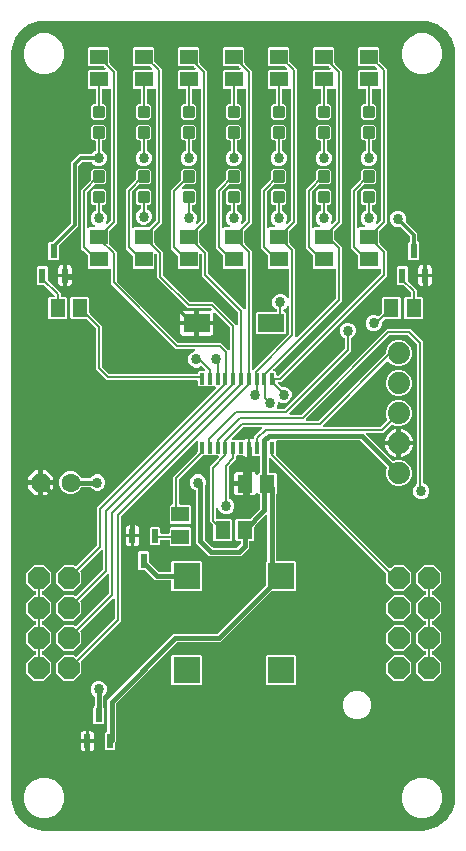
<source format=gbr>
G04 EAGLE Gerber RS-274X export*
G75*
%MOMM*%
%FSLAX34Y34*%
%LPD*%
%INTop Copper*%
%IPPOS*%
%AMOC8*
5,1,8,0,0,1.08239X$1,22.5*%
G01*
%ADD10C,0.300000*%
%ADD11R,1.500000X1.300000*%
%ADD12R,0.400000X1.000000*%
%ADD13R,2.250000X2.250000*%
%ADD14R,2.300000X1.600000*%
%ADD15R,1.300000X1.500000*%
%ADD16P,1.979475X8X292.500000*%
%ADD17P,1.979475X8X112.500000*%
%ADD18P,1.732040X8X202.500000*%
%ADD19C,1.600200*%
%ADD20R,0.600000X1.150000*%
%ADD21C,1.879600*%
%ADD22R,0.600000X1.250000*%
%ADD23C,0.406400*%
%ADD24C,0.304800*%
%ADD25C,0.858000*%
%ADD26C,0.203200*%

G36*
X350044Y2007D02*
X350044Y2007D01*
X350080Y2004D01*
X354301Y2336D01*
X354459Y2371D01*
X354535Y2383D01*
X362564Y4992D01*
X362820Y5116D01*
X362833Y5129D01*
X362847Y5136D01*
X369677Y10098D01*
X369882Y10296D01*
X369891Y10312D01*
X369902Y10323D01*
X374864Y17153D01*
X374907Y17234D01*
X374958Y17311D01*
X374974Y17359D01*
X374998Y17404D01*
X375001Y17422D01*
X375009Y17436D01*
X377617Y25465D01*
X377645Y25625D01*
X377664Y25699D01*
X377996Y29920D01*
X377993Y29965D01*
X377999Y30000D01*
X377999Y660000D01*
X377993Y660044D01*
X377996Y660080D01*
X377664Y664301D01*
X377629Y664459D01*
X377617Y664535D01*
X375008Y672564D01*
X374884Y672820D01*
X374871Y672833D01*
X374864Y672847D01*
X369902Y679677D01*
X369704Y679882D01*
X369688Y679891D01*
X369677Y679902D01*
X362847Y684864D01*
X362596Y684998D01*
X362578Y685001D01*
X362564Y685008D01*
X354535Y687617D01*
X354375Y687645D01*
X354301Y687664D01*
X350080Y687996D01*
X350035Y687993D01*
X350000Y687999D01*
X30000Y687999D01*
X29956Y687993D01*
X29920Y687996D01*
X25699Y687664D01*
X25541Y687629D01*
X25465Y687617D01*
X17436Y685008D01*
X17180Y684884D01*
X17167Y684871D01*
X17153Y684864D01*
X10323Y679902D01*
X10118Y679704D01*
X10109Y679688D01*
X10098Y679677D01*
X5136Y672847D01*
X5002Y672596D01*
X4999Y672578D01*
X4992Y672564D01*
X2383Y664535D01*
X2355Y664375D01*
X2336Y664301D01*
X2004Y660080D01*
X2007Y660035D01*
X2001Y660000D01*
X2001Y30000D01*
X2007Y29956D01*
X2004Y29920D01*
X2336Y25699D01*
X2371Y25541D01*
X2383Y25465D01*
X4992Y17436D01*
X5116Y17180D01*
X5129Y17167D01*
X5136Y17153D01*
X10098Y10323D01*
X10296Y10118D01*
X10312Y10109D01*
X10323Y10098D01*
X17153Y5136D01*
X17404Y5002D01*
X17422Y4999D01*
X17436Y4992D01*
X25465Y2383D01*
X25625Y2355D01*
X25699Y2336D01*
X29920Y2004D01*
X29965Y2007D01*
X30000Y2001D01*
X350000Y2001D01*
X350044Y2007D01*
G37*
%LPC*%
G36*
X82168Y70625D02*
X82168Y70625D01*
X81275Y71518D01*
X81275Y84282D01*
X82168Y85175D01*
X82498Y85175D01*
X82556Y85183D01*
X82614Y85181D01*
X82696Y85203D01*
X82780Y85215D01*
X82833Y85238D01*
X82889Y85253D01*
X82962Y85296D01*
X83039Y85331D01*
X83084Y85369D01*
X83134Y85398D01*
X83192Y85460D01*
X83256Y85514D01*
X83288Y85563D01*
X83328Y85606D01*
X83367Y85681D01*
X83414Y85751D01*
X83431Y85807D01*
X83458Y85859D01*
X83469Y85927D01*
X83499Y86022D01*
X83502Y86122D01*
X83513Y86190D01*
X83513Y112673D01*
X139497Y168657D01*
X175906Y168657D01*
X175993Y168669D01*
X176080Y168672D01*
X176133Y168689D01*
X176188Y168697D01*
X176268Y168732D01*
X176351Y168759D01*
X176390Y168787D01*
X176447Y168813D01*
X176560Y168909D01*
X176624Y168954D01*
X217428Y209758D01*
X217480Y209828D01*
X217540Y209892D01*
X217566Y209941D01*
X217599Y209985D01*
X217630Y210067D01*
X217670Y210145D01*
X217678Y210192D01*
X217700Y210251D01*
X217712Y210398D01*
X217725Y210476D01*
X217725Y229682D01*
X218736Y230692D01*
X218788Y230762D01*
X218848Y230826D01*
X218874Y230875D01*
X218907Y230919D01*
X218938Y231001D01*
X218978Y231079D01*
X218986Y231127D01*
X219008Y231185D01*
X219015Y231265D01*
X219019Y231279D01*
X219021Y231335D01*
X219033Y231410D01*
X219033Y268252D01*
X219029Y268281D01*
X219032Y268311D01*
X219009Y268422D01*
X218993Y268534D01*
X218981Y268560D01*
X218976Y268589D01*
X218924Y268690D01*
X218877Y268793D01*
X218858Y268816D01*
X218845Y268842D01*
X218767Y268924D01*
X218694Y269010D01*
X218669Y269026D01*
X218649Y269048D01*
X218551Y269105D01*
X218457Y269168D01*
X218429Y269177D01*
X218404Y269191D01*
X218294Y269219D01*
X218186Y269254D01*
X218156Y269254D01*
X218128Y269262D01*
X218015Y269258D01*
X217902Y269261D01*
X217873Y269253D01*
X217844Y269252D01*
X217736Y269218D01*
X217627Y269189D01*
X217601Y269174D01*
X217573Y269165D01*
X217510Y269120D01*
X217382Y269044D01*
X217339Y268998D01*
X217300Y268970D01*
X208322Y259992D01*
X208270Y259922D01*
X208210Y259858D01*
X208184Y259809D01*
X208151Y259765D01*
X208120Y259683D01*
X208080Y259605D01*
X208072Y259558D01*
X208050Y259499D01*
X208038Y259352D01*
X208025Y259274D01*
X208025Y248568D01*
X207132Y247675D01*
X204572Y247675D01*
X204514Y247667D01*
X204456Y247669D01*
X204374Y247647D01*
X204290Y247635D01*
X204237Y247612D01*
X204181Y247597D01*
X204108Y247554D01*
X204031Y247519D01*
X203986Y247481D01*
X203936Y247452D01*
X203878Y247390D01*
X203814Y247336D01*
X203782Y247287D01*
X203742Y247244D01*
X203703Y247169D01*
X203656Y247099D01*
X203639Y247043D01*
X203612Y246991D01*
X203601Y246923D01*
X203571Y246828D01*
X203568Y246728D01*
X203557Y246660D01*
X203557Y241707D01*
X196513Y234663D01*
X169597Y234663D01*
X158733Y245527D01*
X158733Y289373D01*
X158733Y289374D01*
X158733Y289376D01*
X158726Y289424D01*
X158727Y289433D01*
X158723Y289446D01*
X158713Y289516D01*
X158693Y289654D01*
X158693Y289656D01*
X158693Y289657D01*
X158636Y289783D01*
X158577Y289914D01*
X158576Y289915D01*
X158575Y289916D01*
X158484Y290024D01*
X158394Y290131D01*
X158392Y290132D01*
X158391Y290133D01*
X158378Y290141D01*
X158157Y290288D01*
X158128Y290298D01*
X158107Y290311D01*
X156421Y291009D01*
X154499Y292931D01*
X153459Y295441D01*
X153459Y298159D01*
X154499Y300669D01*
X156421Y302591D01*
X158931Y303631D01*
X161649Y303631D01*
X164159Y302591D01*
X166081Y300669D01*
X167121Y298159D01*
X167121Y295441D01*
X166067Y292898D01*
X166032Y292860D01*
X166006Y292811D01*
X165973Y292767D01*
X165942Y292685D01*
X165902Y292607D01*
X165894Y292560D01*
X165872Y292501D01*
X165860Y292353D01*
X165847Y292276D01*
X165847Y248894D01*
X165859Y248807D01*
X165862Y248720D01*
X165879Y248667D01*
X165887Y248612D01*
X165922Y248532D01*
X165949Y248449D01*
X165977Y248410D01*
X166003Y248353D01*
X166099Y248240D01*
X166144Y248176D01*
X172246Y242074D01*
X172316Y242022D01*
X172380Y241962D01*
X172429Y241936D01*
X172473Y241903D01*
X172555Y241872D01*
X172633Y241832D01*
X172680Y241824D01*
X172739Y241802D01*
X172886Y241790D01*
X172964Y241777D01*
X193146Y241777D01*
X193233Y241789D01*
X193320Y241792D01*
X193373Y241809D01*
X193428Y241817D01*
X193508Y241852D01*
X193591Y241879D01*
X193630Y241907D01*
X193687Y241933D01*
X193800Y242029D01*
X193864Y242074D01*
X196146Y244356D01*
X196198Y244426D01*
X196258Y244490D01*
X196284Y244539D01*
X196317Y244583D01*
X196348Y244665D01*
X196388Y244743D01*
X196396Y244790D01*
X196418Y244849D01*
X196430Y244996D01*
X196443Y245074D01*
X196443Y246660D01*
X196435Y246718D01*
X196437Y246776D01*
X196415Y246858D01*
X196403Y246942D01*
X196380Y246995D01*
X196365Y247051D01*
X196322Y247124D01*
X196287Y247201D01*
X196249Y247246D01*
X196220Y247296D01*
X196158Y247354D01*
X196104Y247418D01*
X196055Y247450D01*
X196012Y247490D01*
X195937Y247529D01*
X195867Y247576D01*
X195811Y247593D01*
X195759Y247620D01*
X195691Y247631D01*
X195596Y247661D01*
X195496Y247664D01*
X195428Y247675D01*
X192868Y247675D01*
X191975Y248568D01*
X191975Y264832D01*
X192868Y265725D01*
X203574Y265725D01*
X203661Y265737D01*
X203748Y265740D01*
X203801Y265757D01*
X203856Y265765D01*
X203936Y265800D01*
X204019Y265827D01*
X204058Y265855D01*
X204115Y265881D01*
X204228Y265977D01*
X204292Y266022D01*
X212656Y274386D01*
X212673Y274409D01*
X212695Y274427D01*
X212727Y274476D01*
X212768Y274520D01*
X212794Y274569D01*
X212827Y274613D01*
X212838Y274641D01*
X212853Y274664D01*
X212870Y274718D01*
X212898Y274773D01*
X212906Y274820D01*
X212928Y274879D01*
X212931Y274910D01*
X212938Y274935D01*
X212941Y275030D01*
X212953Y275104D01*
X212953Y285870D01*
X212945Y285928D01*
X212947Y285986D01*
X212925Y286068D01*
X212913Y286152D01*
X212890Y286205D01*
X212875Y286261D01*
X212832Y286334D01*
X212797Y286411D01*
X212759Y286456D01*
X212730Y286506D01*
X212668Y286564D01*
X212614Y286628D01*
X212565Y286660D01*
X212522Y286700D01*
X212447Y286739D01*
X212377Y286786D01*
X212321Y286803D01*
X212269Y286830D01*
X212201Y286841D01*
X212106Y286871D01*
X212006Y286874D01*
X211938Y286885D01*
X211918Y286885D01*
X210993Y287810D01*
X210985Y287865D01*
X210981Y287874D01*
X210980Y287884D01*
X210924Y288003D01*
X210869Y288125D01*
X210863Y288132D01*
X210859Y288141D01*
X210771Y288240D01*
X210686Y288342D01*
X210677Y288347D01*
X210671Y288354D01*
X210559Y288426D01*
X210449Y288499D01*
X210439Y288502D01*
X210431Y288507D01*
X210305Y288545D01*
X210178Y288585D01*
X210168Y288585D01*
X210159Y288588D01*
X210026Y288589D01*
X209894Y288592D01*
X209884Y288590D01*
X209874Y288590D01*
X209746Y288554D01*
X209619Y288520D01*
X209610Y288516D01*
X209601Y288513D01*
X209488Y288443D01*
X209374Y288375D01*
X209367Y288368D01*
X209359Y288363D01*
X209270Y288265D01*
X209180Y288168D01*
X209175Y288159D01*
X209169Y288152D01*
X209145Y288100D01*
X209050Y287915D01*
X209044Y287879D01*
X209029Y287846D01*
X208918Y287429D01*
X208583Y286850D01*
X208110Y286377D01*
X207531Y286042D01*
X206884Y285869D01*
X202081Y285869D01*
X202081Y294894D01*
X202073Y294952D01*
X202074Y295010D01*
X202053Y295092D01*
X202041Y295175D01*
X202017Y295229D01*
X202003Y295285D01*
X201960Y295358D01*
X201925Y295435D01*
X201887Y295479D01*
X201857Y295530D01*
X201796Y295587D01*
X201741Y295652D01*
X201693Y295684D01*
X201650Y295724D01*
X201575Y295763D01*
X201505Y295809D01*
X201449Y295827D01*
X201397Y295854D01*
X201329Y295865D01*
X201234Y295895D01*
X201134Y295898D01*
X201066Y295909D01*
X200049Y295909D01*
X200049Y295911D01*
X201066Y295911D01*
X201124Y295919D01*
X201182Y295918D01*
X201264Y295939D01*
X201347Y295951D01*
X201401Y295975D01*
X201457Y295989D01*
X201530Y296032D01*
X201607Y296067D01*
X201651Y296105D01*
X201702Y296135D01*
X201759Y296196D01*
X201824Y296251D01*
X201856Y296299D01*
X201896Y296342D01*
X201935Y296417D01*
X201981Y296487D01*
X201999Y296543D01*
X202026Y296595D01*
X202037Y296663D01*
X202067Y296758D01*
X202070Y296858D01*
X202081Y296926D01*
X202081Y305951D01*
X206884Y305951D01*
X207531Y305778D01*
X208110Y305443D01*
X208583Y304970D01*
X208918Y304391D01*
X209029Y303973D01*
X209033Y303964D01*
X209035Y303955D01*
X209089Y303834D01*
X209141Y303712D01*
X209147Y303704D01*
X209151Y303695D01*
X209236Y303594D01*
X209320Y303491D01*
X209328Y303486D01*
X209335Y303478D01*
X209445Y303405D01*
X209554Y303329D01*
X209563Y303326D01*
X209571Y303321D01*
X209698Y303281D01*
X209823Y303238D01*
X209833Y303238D01*
X209842Y303235D01*
X209975Y303232D01*
X210107Y303226D01*
X210117Y303228D01*
X210126Y303228D01*
X210255Y303261D01*
X210383Y303292D01*
X210392Y303297D01*
X210401Y303299D01*
X210515Y303367D01*
X210631Y303433D01*
X210637Y303440D01*
X210646Y303445D01*
X210737Y303542D01*
X210829Y303636D01*
X210834Y303645D01*
X210840Y303652D01*
X210901Y303771D01*
X210963Y303887D01*
X210965Y303896D01*
X210970Y303905D01*
X210979Y303961D01*
X210989Y304005D01*
X211926Y304942D01*
X211948Y304941D01*
X212030Y304963D01*
X212114Y304975D01*
X212167Y304998D01*
X212223Y305013D01*
X212296Y305056D01*
X212373Y305091D01*
X212418Y305129D01*
X212468Y305158D01*
X212526Y305220D01*
X212590Y305274D01*
X212622Y305323D01*
X212662Y305366D01*
X212701Y305441D01*
X212748Y305511D01*
X212765Y305567D01*
X212792Y305619D01*
X212803Y305687D01*
X212833Y305782D01*
X212836Y305882D01*
X212847Y305950D01*
X212847Y318630D01*
X212839Y318688D01*
X212841Y318746D01*
X212819Y318828D01*
X212807Y318912D01*
X212784Y318965D01*
X212769Y319021D01*
X212726Y319094D01*
X212691Y319171D01*
X212653Y319216D01*
X212624Y319266D01*
X212562Y319324D01*
X212508Y319388D01*
X212459Y319420D01*
X212416Y319460D01*
X212341Y319499D01*
X212271Y319546D01*
X212215Y319563D01*
X212163Y319590D01*
X212095Y319601D01*
X212000Y319631D01*
X211900Y319634D01*
X211832Y319645D01*
X207625Y319645D01*
X207538Y319633D01*
X207451Y319630D01*
X207398Y319613D01*
X207343Y319605D01*
X207264Y319570D01*
X207180Y319543D01*
X207141Y319515D01*
X207084Y319489D01*
X206971Y319393D01*
X206907Y319348D01*
X206756Y319197D01*
X206177Y318862D01*
X205530Y318689D01*
X204211Y318689D01*
X204211Y326230D01*
X204211Y333771D01*
X205530Y333771D01*
X206177Y333598D01*
X206530Y333393D01*
X206567Y333379D01*
X206599Y333357D01*
X206698Y333326D01*
X206794Y333287D01*
X206833Y333283D01*
X206870Y333271D01*
X206974Y333269D01*
X207077Y333258D01*
X207115Y333265D01*
X207154Y333264D01*
X207255Y333290D01*
X207357Y333309D01*
X207392Y333326D01*
X207429Y333336D01*
X207518Y333389D01*
X207611Y333435D01*
X207640Y333461D01*
X207674Y333481D01*
X207745Y333557D01*
X207821Y333627D01*
X207842Y333660D01*
X207868Y333688D01*
X207916Y333781D01*
X207970Y333869D01*
X207980Y333907D01*
X207998Y333942D01*
X208011Y334018D01*
X208045Y334143D01*
X208044Y334218D01*
X208053Y334273D01*
X208053Y335875D01*
X214455Y342276D01*
X214473Y342300D01*
X214495Y342319D01*
X214558Y342413D01*
X214626Y342503D01*
X214636Y342531D01*
X214652Y342555D01*
X214687Y342663D01*
X214727Y342769D01*
X214729Y342798D01*
X214738Y342826D01*
X214741Y342940D01*
X214751Y343052D01*
X214745Y343081D01*
X214746Y343110D01*
X214717Y343220D01*
X214695Y343331D01*
X214681Y343357D01*
X214674Y343385D01*
X214616Y343483D01*
X214564Y343583D01*
X214543Y343605D01*
X214528Y343630D01*
X214446Y343707D01*
X214368Y343789D01*
X214343Y343804D01*
X214321Y343824D01*
X214220Y343876D01*
X214123Y343933D01*
X214094Y343940D01*
X214068Y343954D01*
X213991Y343967D01*
X213847Y344003D01*
X213785Y344001D01*
X213737Y344009D01*
X199382Y344009D01*
X199295Y343997D01*
X199208Y343994D01*
X199155Y343977D01*
X199100Y343969D01*
X199021Y343934D01*
X198937Y343907D01*
X198898Y343879D01*
X198841Y343853D01*
X198728Y343757D01*
X198664Y343712D01*
X189440Y334488D01*
X189422Y334464D01*
X189400Y334445D01*
X189337Y334351D01*
X189269Y334261D01*
X189259Y334233D01*
X189242Y334209D01*
X189208Y334101D01*
X189168Y333995D01*
X189165Y333966D01*
X189157Y333938D01*
X189154Y333824D01*
X189144Y333712D01*
X189150Y333683D01*
X189149Y333654D01*
X189178Y333544D01*
X189200Y333433D01*
X189214Y333407D01*
X189221Y333379D01*
X189279Y333281D01*
X189331Y333181D01*
X189351Y333159D01*
X189366Y333134D01*
X189449Y333057D01*
X189527Y332975D01*
X189552Y332960D01*
X189574Y332940D01*
X189675Y332888D01*
X189772Y332831D01*
X189801Y332824D01*
X189827Y332810D01*
X189904Y332797D01*
X190048Y332761D01*
X190110Y332763D01*
X190158Y332755D01*
X192631Y332755D01*
X192659Y332725D01*
X192732Y332682D01*
X192799Y332631D01*
X192854Y332610D01*
X192904Y332581D01*
X192986Y332560D01*
X193065Y332530D01*
X193123Y332525D01*
X193180Y332511D01*
X193264Y332513D01*
X193348Y332507D01*
X193406Y332518D01*
X193464Y332520D01*
X193544Y332546D01*
X193627Y332562D01*
X193679Y332589D01*
X193735Y332607D01*
X193791Y332647D01*
X193879Y332693D01*
X193944Y332755D01*
X198707Y332755D01*
X198794Y332767D01*
X198881Y332770D01*
X198934Y332787D01*
X198989Y332795D01*
X199068Y332830D01*
X199152Y332857D01*
X199191Y332885D01*
X199248Y332911D01*
X199361Y333007D01*
X199425Y333052D01*
X199636Y333263D01*
X200215Y333598D01*
X200862Y333771D01*
X202181Y333771D01*
X202181Y326230D01*
X202181Y318689D01*
X200862Y318689D01*
X200215Y318862D01*
X199636Y319197D01*
X199425Y319408D01*
X199355Y319460D01*
X199291Y319520D01*
X199242Y319546D01*
X199198Y319579D01*
X199116Y319610D01*
X199038Y319650D01*
X198991Y319658D01*
X198932Y319680D01*
X198784Y319692D01*
X198707Y319705D01*
X193544Y319705D01*
X193486Y319697D01*
X193428Y319699D01*
X193346Y319677D01*
X193262Y319665D01*
X193209Y319642D01*
X193153Y319627D01*
X193080Y319584D01*
X193003Y319549D01*
X192958Y319511D01*
X192908Y319482D01*
X192850Y319420D01*
X192786Y319366D01*
X192754Y319317D01*
X192714Y319274D01*
X192675Y319199D01*
X192628Y319129D01*
X192611Y319073D01*
X192584Y319021D01*
X192573Y318953D01*
X192543Y318858D01*
X192540Y318758D01*
X192529Y318690D01*
X192529Y316288D01*
X186636Y310395D01*
X186584Y310325D01*
X186524Y310261D01*
X186498Y310212D01*
X186465Y310168D01*
X186434Y310086D01*
X186394Y310008D01*
X186386Y309961D01*
X186364Y309902D01*
X186355Y309797D01*
X186353Y309789D01*
X186352Y309756D01*
X186352Y309754D01*
X186339Y309677D01*
X186339Y284025D01*
X186339Y284024D01*
X186339Y284022D01*
X186359Y283879D01*
X186379Y283744D01*
X186379Y283742D01*
X186379Y283741D01*
X186436Y283615D01*
X186495Y283484D01*
X186496Y283483D01*
X186497Y283482D01*
X186588Y283375D01*
X186678Y283267D01*
X186680Y283267D01*
X186681Y283265D01*
X186694Y283257D01*
X186915Y283110D01*
X186944Y283101D01*
X186965Y283087D01*
X188019Y282651D01*
X189941Y280729D01*
X190981Y278219D01*
X190981Y275501D01*
X189941Y272991D01*
X188019Y271069D01*
X185509Y270029D01*
X182791Y270029D01*
X180281Y271069D01*
X178359Y272991D01*
X177528Y274998D01*
X177484Y275071D01*
X177449Y275150D01*
X177412Y275193D01*
X177383Y275242D01*
X177321Y275301D01*
X177265Y275367D01*
X177218Y275398D01*
X177177Y275438D01*
X177100Y275477D01*
X177029Y275525D01*
X176975Y275542D01*
X176924Y275568D01*
X176840Y275584D01*
X176758Y275610D01*
X176701Y275612D01*
X176645Y275623D01*
X176560Y275615D01*
X176474Y275618D01*
X176419Y275603D01*
X176362Y275598D01*
X176281Y275567D01*
X176199Y275546D01*
X176150Y275517D01*
X176097Y275496D01*
X176028Y275444D01*
X175954Y275401D01*
X175915Y275359D01*
X175870Y275325D01*
X175818Y275256D01*
X175760Y275193D01*
X175734Y275142D01*
X175700Y275097D01*
X175669Y275017D01*
X175630Y274940D01*
X175622Y274891D01*
X175599Y274831D01*
X175588Y274686D01*
X175575Y274609D01*
X175575Y266740D01*
X175583Y266682D01*
X175581Y266624D01*
X175603Y266542D01*
X175615Y266458D01*
X175638Y266405D01*
X175653Y266349D01*
X175696Y266276D01*
X175731Y266199D01*
X175769Y266154D01*
X175798Y266104D01*
X175860Y266046D01*
X175914Y265982D01*
X175963Y265950D01*
X176006Y265910D01*
X176081Y265871D01*
X176151Y265824D01*
X176207Y265807D01*
X176259Y265780D01*
X176327Y265769D01*
X176422Y265739D01*
X176522Y265736D01*
X176590Y265725D01*
X188132Y265725D01*
X189025Y264832D01*
X189025Y248568D01*
X188132Y247675D01*
X173868Y247675D01*
X172975Y248568D01*
X172975Y260711D01*
X172963Y260798D01*
X172960Y260885D01*
X172943Y260938D01*
X172935Y260993D01*
X172900Y261072D01*
X172873Y261156D01*
X172845Y261195D01*
X172819Y261252D01*
X172723Y261365D01*
X172678Y261429D01*
X170493Y263614D01*
X170493Y310582D01*
X177883Y317972D01*
X177901Y317996D01*
X177923Y318015D01*
X177986Y318109D01*
X178054Y318199D01*
X178064Y318227D01*
X178081Y318251D01*
X178115Y318359D01*
X178155Y318465D01*
X178158Y318494D01*
X178166Y318522D01*
X178169Y318636D01*
X178179Y318748D01*
X178173Y318777D01*
X178174Y318806D01*
X178145Y318916D01*
X178123Y319027D01*
X178109Y319053D01*
X178102Y319081D01*
X178044Y319179D01*
X177992Y319279D01*
X177972Y319301D01*
X177957Y319326D01*
X177874Y319403D01*
X177796Y319485D01*
X177771Y319500D01*
X177749Y319520D01*
X177648Y319572D01*
X177551Y319629D01*
X177522Y319636D01*
X177496Y319650D01*
X177419Y319663D01*
X177275Y319699D01*
X177213Y319697D01*
X177165Y319705D01*
X174138Y319705D01*
X174109Y319735D01*
X174036Y319778D01*
X173969Y319829D01*
X173914Y319849D01*
X173864Y319879D01*
X173782Y319900D01*
X173703Y319930D01*
X173645Y319935D01*
X173588Y319949D01*
X173504Y319946D01*
X173420Y319954D01*
X173362Y319942D01*
X173304Y319940D01*
X173224Y319914D01*
X173141Y319898D01*
X173089Y319871D01*
X173033Y319853D01*
X172977Y319813D01*
X172889Y319767D01*
X172824Y319705D01*
X167533Y319705D01*
X167505Y319735D01*
X167432Y319778D01*
X167365Y319829D01*
X167310Y319850D01*
X167260Y319879D01*
X167178Y319900D01*
X167099Y319930D01*
X167041Y319935D01*
X166984Y319949D01*
X166900Y319947D01*
X166816Y319953D01*
X166758Y319942D01*
X166700Y319940D01*
X166620Y319914D01*
X166537Y319898D01*
X166485Y319871D01*
X166429Y319853D01*
X166373Y319813D01*
X166285Y319767D01*
X166220Y319705D01*
X164871Y319705D01*
X164784Y319693D01*
X164697Y319690D01*
X164644Y319673D01*
X164589Y319665D01*
X164510Y319630D01*
X164426Y319603D01*
X164387Y319575D01*
X164330Y319549D01*
X164217Y319453D01*
X164153Y319408D01*
X144418Y299673D01*
X144366Y299603D01*
X144306Y299539D01*
X144280Y299490D01*
X144247Y299446D01*
X144216Y299364D01*
X144176Y299286D01*
X144168Y299239D01*
X144146Y299180D01*
X144134Y299032D01*
X144121Y298955D01*
X144121Y279144D01*
X144128Y279089D01*
X144127Y279048D01*
X144128Y279046D01*
X144127Y279028D01*
X144149Y278946D01*
X144161Y278862D01*
X144184Y278809D01*
X144199Y278753D01*
X144242Y278680D01*
X144277Y278603D01*
X144315Y278558D01*
X144344Y278508D01*
X144406Y278450D01*
X144460Y278386D01*
X144509Y278354D01*
X144552Y278314D01*
X144627Y278275D01*
X144697Y278228D01*
X144753Y278211D01*
X144805Y278184D01*
X144873Y278173D01*
X144968Y278143D01*
X145068Y278140D01*
X145136Y278129D01*
X153420Y278129D01*
X154313Y277236D01*
X154313Y262972D01*
X153420Y262079D01*
X137156Y262079D01*
X136263Y262972D01*
X136263Y277236D01*
X137156Y278129D01*
X138024Y278129D01*
X138082Y278137D01*
X138140Y278135D01*
X138222Y278157D01*
X138306Y278169D01*
X138359Y278192D01*
X138415Y278207D01*
X138488Y278250D01*
X138565Y278285D01*
X138610Y278323D01*
X138660Y278352D01*
X138718Y278414D01*
X138782Y278468D01*
X138814Y278517D01*
X138854Y278560D01*
X138893Y278635D01*
X138940Y278705D01*
X138957Y278761D01*
X138984Y278813D01*
X138995Y278881D01*
X139025Y278976D01*
X139028Y279076D01*
X139039Y279144D01*
X139039Y301480D01*
X159750Y322191D01*
X159802Y322261D01*
X159862Y322325D01*
X159888Y322374D01*
X159921Y322418D01*
X159952Y322500D01*
X159992Y322578D01*
X160000Y322625D01*
X160022Y322684D01*
X160034Y322832D01*
X160047Y322909D01*
X160047Y331020D01*
X160043Y331049D01*
X160046Y331079D01*
X160023Y331190D01*
X160007Y331302D01*
X159995Y331329D01*
X159990Y331357D01*
X159938Y331458D01*
X159891Y331561D01*
X159872Y331584D01*
X159859Y331610D01*
X159781Y331692D01*
X159708Y331778D01*
X159683Y331794D01*
X159663Y331816D01*
X159565Y331873D01*
X159471Y331936D01*
X159443Y331945D01*
X159418Y331959D01*
X159308Y331987D01*
X159200Y332022D01*
X159170Y332022D01*
X159142Y332030D01*
X159029Y332026D01*
X158916Y332029D01*
X158887Y332021D01*
X158858Y332021D01*
X158750Y331986D01*
X158641Y331957D01*
X158615Y331942D01*
X158587Y331933D01*
X158524Y331888D01*
X158396Y331812D01*
X158353Y331766D01*
X158314Y331738D01*
X95098Y268522D01*
X95046Y268452D01*
X94986Y268388D01*
X94960Y268339D01*
X94927Y268295D01*
X94896Y268213D01*
X94856Y268135D01*
X94848Y268088D01*
X94826Y268029D01*
X94814Y267882D01*
X94801Y267804D01*
X94801Y179436D01*
X93015Y177651D01*
X61194Y145830D01*
X61159Y145783D01*
X61116Y145743D01*
X61074Y145670D01*
X61023Y145603D01*
X61002Y145548D01*
X60973Y145497D01*
X60952Y145416D01*
X60922Y145337D01*
X60917Y145278D01*
X60903Y145222D01*
X60905Y145138D01*
X60898Y145054D01*
X60910Y144996D01*
X60912Y144938D01*
X60938Y144857D01*
X60954Y144775D01*
X60981Y144723D01*
X60999Y144667D01*
X61039Y144611D01*
X61085Y144522D01*
X61154Y144450D01*
X61194Y144394D01*
X61469Y144119D01*
X61469Y135281D01*
X55219Y129031D01*
X46381Y129031D01*
X40131Y135281D01*
X40131Y144119D01*
X46381Y150369D01*
X55219Y150369D01*
X56165Y149423D01*
X56212Y149388D01*
X56252Y149345D01*
X56325Y149303D01*
X56392Y149252D01*
X56447Y149231D01*
X56497Y149202D01*
X56579Y149181D01*
X56658Y149151D01*
X56716Y149146D01*
X56773Y149131D01*
X56857Y149134D01*
X56941Y149127D01*
X56998Y149139D01*
X57057Y149140D01*
X57137Y149166D01*
X57220Y149183D01*
X57272Y149210D01*
X57327Y149228D01*
X57384Y149268D01*
X57472Y149314D01*
X57545Y149383D01*
X57601Y149423D01*
X89422Y181244D01*
X89474Y181314D01*
X89534Y181378D01*
X89560Y181427D01*
X89593Y181471D01*
X89624Y181553D01*
X89664Y181631D01*
X89672Y181678D01*
X89694Y181737D01*
X89706Y181884D01*
X89719Y181962D01*
X89719Y197975D01*
X89715Y198004D01*
X89718Y198033D01*
X89713Y198059D01*
X89713Y198060D01*
X89711Y198067D01*
X89695Y198144D01*
X89679Y198257D01*
X89667Y198283D01*
X89662Y198312D01*
X89610Y198413D01*
X89563Y198516D01*
X89544Y198538D01*
X89531Y198564D01*
X89453Y198647D01*
X89380Y198733D01*
X89355Y198749D01*
X89335Y198771D01*
X89237Y198828D01*
X89143Y198891D01*
X89115Y198899D01*
X89090Y198914D01*
X88980Y198942D01*
X88872Y198976D01*
X88842Y198977D01*
X88814Y198984D01*
X88701Y198981D01*
X88588Y198984D01*
X88559Y198976D01*
X88530Y198975D01*
X88422Y198940D01*
X88313Y198912D01*
X88287Y198897D01*
X88259Y198888D01*
X88196Y198842D01*
X88068Y198767D01*
X88025Y198721D01*
X87986Y198693D01*
X60858Y171565D01*
X60823Y171519D01*
X60781Y171478D01*
X60738Y171405D01*
X60687Y171338D01*
X60667Y171283D01*
X60637Y171233D01*
X60616Y171151D01*
X60586Y171072D01*
X60581Y171014D01*
X60567Y170957D01*
X60570Y170873D01*
X60563Y170789D01*
X60574Y170732D01*
X60576Y170673D01*
X60602Y170593D01*
X60619Y170510D01*
X60646Y170458D01*
X60664Y170403D01*
X60704Y170346D01*
X60750Y170258D01*
X60818Y170186D01*
X60858Y170129D01*
X61469Y169519D01*
X61469Y160681D01*
X55219Y154431D01*
X46381Y154431D01*
X40131Y160681D01*
X40131Y169519D01*
X46381Y175769D01*
X55219Y175769D01*
X55829Y175158D01*
X55876Y175123D01*
X55916Y175081D01*
X55989Y175038D01*
X56057Y174987D01*
X56111Y174967D01*
X56162Y174937D01*
X56243Y174916D01*
X56322Y174886D01*
X56381Y174881D01*
X56437Y174867D01*
X56522Y174870D01*
X56606Y174863D01*
X56663Y174874D01*
X56721Y174876D01*
X56802Y174902D01*
X56884Y174919D01*
X56936Y174946D01*
X56992Y174964D01*
X57048Y175004D01*
X57137Y175050D01*
X57209Y175118D01*
X57265Y175158D01*
X84792Y202685D01*
X84844Y202755D01*
X84904Y202819D01*
X84930Y202868D01*
X84963Y202912D01*
X84994Y202994D01*
X85034Y203072D01*
X85042Y203119D01*
X85064Y203178D01*
X85076Y203326D01*
X85089Y203403D01*
X85089Y218745D01*
X85085Y218774D01*
X85088Y218804D01*
X85065Y218915D01*
X85049Y219027D01*
X85037Y219053D01*
X85032Y219082D01*
X84979Y219183D01*
X84933Y219286D01*
X84914Y219308D01*
X84901Y219335D01*
X84823Y219417D01*
X84750Y219503D01*
X84725Y219519D01*
X84705Y219541D01*
X84607Y219598D01*
X84513Y219661D01*
X84485Y219670D01*
X84459Y219684D01*
X84350Y219712D01*
X84242Y219746D01*
X84212Y219747D01*
X84184Y219754D01*
X84071Y219751D01*
X83958Y219754D01*
X83929Y219746D01*
X83900Y219745D01*
X83792Y219710D01*
X83683Y219682D01*
X83657Y219667D01*
X83629Y219658D01*
X83565Y219612D01*
X83438Y219537D01*
X83395Y219491D01*
X83356Y219463D01*
X83305Y219412D01*
X60858Y196965D01*
X60823Y196919D01*
X60781Y196878D01*
X60738Y196805D01*
X60687Y196738D01*
X60667Y196683D01*
X60637Y196633D01*
X60616Y196551D01*
X60586Y196472D01*
X60581Y196414D01*
X60567Y196357D01*
X60570Y196273D01*
X60563Y196189D01*
X60574Y196132D01*
X60576Y196073D01*
X60602Y195993D01*
X60619Y195910D01*
X60646Y195858D01*
X60664Y195803D01*
X60704Y195746D01*
X60750Y195658D01*
X60818Y195586D01*
X60858Y195529D01*
X61469Y194919D01*
X61469Y186081D01*
X55219Y179831D01*
X46381Y179831D01*
X40131Y186081D01*
X40131Y194919D01*
X46381Y201169D01*
X55219Y201169D01*
X55829Y200558D01*
X55876Y200523D01*
X55916Y200481D01*
X55989Y200438D01*
X56057Y200387D01*
X56111Y200367D01*
X56162Y200337D01*
X56243Y200316D01*
X56322Y200286D01*
X56381Y200281D01*
X56437Y200267D01*
X56522Y200270D01*
X56606Y200263D01*
X56663Y200274D01*
X56721Y200276D01*
X56802Y200302D01*
X56884Y200319D01*
X56936Y200346D01*
X56992Y200364D01*
X57048Y200404D01*
X57137Y200450D01*
X57209Y200518D01*
X57265Y200558D01*
X79712Y223005D01*
X79764Y223075D01*
X79824Y223139D01*
X79850Y223188D01*
X79883Y223232D01*
X79914Y223314D01*
X79954Y223392D01*
X79962Y223439D01*
X79984Y223498D01*
X79996Y223646D01*
X80009Y223723D01*
X80009Y239065D01*
X80005Y239094D01*
X80008Y239123D01*
X79985Y239234D01*
X79969Y239347D01*
X79957Y239373D01*
X79952Y239402D01*
X79900Y239503D01*
X79853Y239606D01*
X79834Y239628D01*
X79821Y239654D01*
X79743Y239737D01*
X79670Y239823D01*
X79645Y239839D01*
X79625Y239861D01*
X79527Y239918D01*
X79433Y239981D01*
X79405Y239989D01*
X79380Y240004D01*
X79270Y240032D01*
X79162Y240066D01*
X79132Y240067D01*
X79104Y240074D01*
X78991Y240071D01*
X78878Y240074D01*
X78849Y240066D01*
X78820Y240065D01*
X78712Y240030D01*
X78603Y240002D01*
X78577Y239987D01*
X78549Y239978D01*
X78486Y239932D01*
X78358Y239857D01*
X78315Y239811D01*
X78276Y239783D01*
X60858Y222365D01*
X60823Y222319D01*
X60781Y222278D01*
X60738Y222205D01*
X60687Y222138D01*
X60667Y222083D01*
X60637Y222033D01*
X60616Y221951D01*
X60586Y221872D01*
X60581Y221814D01*
X60567Y221757D01*
X60570Y221673D01*
X60563Y221589D01*
X60574Y221532D01*
X60576Y221473D01*
X60602Y221393D01*
X60619Y221310D01*
X60646Y221258D01*
X60664Y221203D01*
X60704Y221146D01*
X60750Y221058D01*
X60818Y220986D01*
X60858Y220929D01*
X61469Y220319D01*
X61469Y211481D01*
X55219Y205231D01*
X46381Y205231D01*
X40131Y211481D01*
X40131Y220319D01*
X46381Y226569D01*
X55219Y226569D01*
X55829Y225958D01*
X55876Y225923D01*
X55916Y225881D01*
X55989Y225838D01*
X56057Y225787D01*
X56111Y225767D01*
X56162Y225737D01*
X56243Y225716D01*
X56322Y225686D01*
X56381Y225681D01*
X56437Y225667D01*
X56522Y225670D01*
X56606Y225663D01*
X56663Y225674D01*
X56721Y225676D01*
X56802Y225702D01*
X56884Y225719D01*
X56936Y225746D01*
X56992Y225764D01*
X57048Y225804D01*
X57137Y225850D01*
X57209Y225918D01*
X57265Y225958D01*
X74632Y243325D01*
X74684Y243395D01*
X74744Y243459D01*
X74770Y243508D01*
X74803Y243552D01*
X74834Y243634D01*
X74874Y243712D01*
X74882Y243759D01*
X74904Y243818D01*
X74916Y243966D01*
X74929Y244043D01*
X74929Y275800D01*
X175521Y376392D01*
X175539Y376416D01*
X175561Y376435D01*
X175624Y376529D01*
X175692Y376619D01*
X175702Y376647D01*
X175719Y376671D01*
X175753Y376779D01*
X175793Y376885D01*
X175796Y376914D01*
X175805Y376942D01*
X175807Y377056D01*
X175817Y377168D01*
X175811Y377197D01*
X175812Y377226D01*
X175783Y377336D01*
X175761Y377447D01*
X175747Y377473D01*
X175740Y377501D01*
X175682Y377599D01*
X175630Y377699D01*
X175610Y377721D01*
X175595Y377746D01*
X175512Y377823D01*
X175434Y377905D01*
X175409Y377920D01*
X175387Y377940D01*
X175287Y377992D01*
X175189Y378049D01*
X175160Y378056D01*
X175134Y378070D01*
X175057Y378083D01*
X174913Y378119D01*
X174851Y378117D01*
X174803Y378125D01*
X174137Y378125D01*
X174109Y378155D01*
X174036Y378198D01*
X173969Y378249D01*
X173914Y378270D01*
X173864Y378299D01*
X173782Y378320D01*
X173703Y378350D01*
X173645Y378355D01*
X173588Y378369D01*
X173504Y378367D01*
X173420Y378373D01*
X173362Y378362D01*
X173304Y378360D01*
X173224Y378334D01*
X173141Y378318D01*
X173089Y378291D01*
X173033Y378273D01*
X172977Y378233D01*
X172889Y378187D01*
X172824Y378125D01*
X167533Y378125D01*
X167505Y378155D01*
X167432Y378198D01*
X167365Y378249D01*
X167310Y378270D01*
X167260Y378299D01*
X167178Y378320D01*
X167099Y378350D01*
X167041Y378355D01*
X166984Y378369D01*
X166900Y378367D01*
X166816Y378373D01*
X166758Y378362D01*
X166700Y378360D01*
X166620Y378334D01*
X166537Y378318D01*
X166485Y378291D01*
X166429Y378273D01*
X166373Y378233D01*
X166285Y378187D01*
X166220Y378125D01*
X160940Y378125D01*
X160047Y379018D01*
X160047Y382364D01*
X160039Y382422D01*
X160041Y382480D01*
X160019Y382562D01*
X160007Y382646D01*
X159984Y382699D01*
X159969Y382755D01*
X159926Y382828D01*
X159891Y382905D01*
X159853Y382950D01*
X159824Y383000D01*
X159762Y383058D01*
X159708Y383122D01*
X159659Y383154D01*
X159616Y383194D01*
X159541Y383233D01*
X159471Y383280D01*
X159415Y383297D01*
X159363Y383324D01*
X159295Y383335D01*
X159200Y383365D01*
X159100Y383368D01*
X159032Y383379D01*
X82928Y383379D01*
X73659Y392648D01*
X73659Y427127D01*
X73647Y427214D01*
X73644Y427301D01*
X73627Y427354D01*
X73619Y427409D01*
X73584Y427488D01*
X73557Y427572D01*
X73529Y427611D01*
X73503Y427668D01*
X73407Y427781D01*
X73362Y427845D01*
X66029Y435178D01*
X65959Y435230D01*
X65895Y435290D01*
X65846Y435316D01*
X65802Y435349D01*
X65720Y435380D01*
X65642Y435420D01*
X65595Y435428D01*
X65536Y435450D01*
X65388Y435462D01*
X65311Y435475D01*
X53168Y435475D01*
X52275Y436368D01*
X52275Y452632D01*
X53168Y453525D01*
X67432Y453525D01*
X68325Y452632D01*
X68325Y440489D01*
X68337Y440402D01*
X68340Y440315D01*
X68357Y440262D01*
X68365Y440207D01*
X68400Y440128D01*
X68427Y440044D01*
X68455Y440005D01*
X68481Y439948D01*
X68577Y439835D01*
X68622Y439771D01*
X76955Y431438D01*
X78741Y429652D01*
X78741Y395173D01*
X78753Y395086D01*
X78756Y394999D01*
X78773Y394946D01*
X78781Y394891D01*
X78816Y394812D01*
X78843Y394728D01*
X78871Y394689D01*
X78897Y394632D01*
X78993Y394519D01*
X79038Y394455D01*
X84735Y388758D01*
X84805Y388706D01*
X84869Y388646D01*
X84918Y388620D01*
X84962Y388587D01*
X85044Y388556D01*
X85122Y388516D01*
X85169Y388508D01*
X85228Y388486D01*
X85376Y388474D01*
X85453Y388461D01*
X159032Y388461D01*
X159090Y388469D01*
X159148Y388467D01*
X159230Y388489D01*
X159314Y388501D01*
X159367Y388524D01*
X159423Y388539D01*
X159496Y388582D01*
X159573Y388617D01*
X159618Y388655D01*
X159668Y388684D01*
X159726Y388746D01*
X159790Y388800D01*
X159822Y388849D01*
X159862Y388892D01*
X159901Y388967D01*
X159948Y389037D01*
X159965Y389093D01*
X159992Y389145D01*
X160003Y389213D01*
X160033Y389308D01*
X160036Y389408D01*
X160047Y389476D01*
X160047Y390282D01*
X160940Y391175D01*
X165227Y391175D01*
X165256Y391179D01*
X165285Y391176D01*
X165396Y391199D01*
X165509Y391215D01*
X165535Y391227D01*
X165564Y391232D01*
X165665Y391284D01*
X165768Y391331D01*
X165790Y391350D01*
X165816Y391363D01*
X165899Y391441D01*
X165985Y391514D01*
X166001Y391539D01*
X166023Y391559D01*
X166080Y391657D01*
X166143Y391751D01*
X166151Y391779D01*
X166166Y391804D01*
X166194Y391914D01*
X166228Y392022D01*
X166229Y392052D01*
X166236Y392080D01*
X166233Y392193D01*
X166236Y392306D01*
X166228Y392335D01*
X166227Y392364D01*
X166192Y392472D01*
X166164Y392581D01*
X166149Y392607D01*
X166140Y392635D01*
X166094Y392698D01*
X166019Y392826D01*
X165973Y392869D01*
X165945Y392908D01*
X163813Y395040D01*
X163812Y395041D01*
X163811Y395042D01*
X163693Y395130D01*
X163586Y395211D01*
X163585Y395211D01*
X163583Y395212D01*
X163450Y395262D01*
X163320Y395312D01*
X163319Y395312D01*
X163317Y395312D01*
X163173Y395324D01*
X163037Y395335D01*
X163036Y395335D01*
X163034Y395335D01*
X163018Y395332D01*
X162758Y395279D01*
X162731Y395265D01*
X162707Y395260D01*
X160032Y394152D01*
X157315Y394152D01*
X154804Y395192D01*
X152883Y397113D01*
X151843Y399624D01*
X151843Y402341D01*
X152883Y404852D01*
X154804Y406773D01*
X157466Y407876D01*
X157540Y407920D01*
X157619Y407955D01*
X157662Y407992D01*
X157711Y408021D01*
X157770Y408083D01*
X157836Y408139D01*
X157867Y408186D01*
X157906Y408227D01*
X157946Y408304D01*
X157993Y408375D01*
X158010Y408429D01*
X158036Y408480D01*
X158053Y408564D01*
X158079Y408646D01*
X158080Y408703D01*
X158091Y408759D01*
X158084Y408844D01*
X158086Y408930D01*
X158072Y408985D01*
X158067Y409042D01*
X158036Y409122D01*
X158014Y409205D01*
X157985Y409254D01*
X157965Y409307D01*
X157913Y409376D01*
X157869Y409450D01*
X157828Y409489D01*
X157793Y409534D01*
X157725Y409586D01*
X157662Y409644D01*
X157611Y409670D01*
X157566Y409704D01*
X157485Y409735D01*
X157409Y409774D01*
X157360Y409782D01*
X157300Y409805D01*
X157155Y409816D01*
X157078Y409829D01*
X141585Y409829D01*
X86239Y465175D01*
X86239Y477232D01*
X86235Y477261D01*
X86238Y477290D01*
X86215Y477401D01*
X86199Y477513D01*
X86187Y477540D01*
X86182Y477569D01*
X86129Y477670D01*
X86083Y477773D01*
X86064Y477795D01*
X86051Y477821D01*
X85973Y477903D01*
X85900Y477990D01*
X85875Y478006D01*
X85855Y478027D01*
X85757Y478085D01*
X85663Y478147D01*
X85635Y478156D01*
X85610Y478171D01*
X85500Y478199D01*
X85392Y478233D01*
X85362Y478234D01*
X85334Y478241D01*
X85221Y478238D01*
X85108Y478241D01*
X85079Y478233D01*
X85050Y478232D01*
X84942Y478197D01*
X84833Y478169D01*
X84807Y478154D01*
X84779Y478145D01*
X84715Y478099D01*
X84588Y478023D01*
X84545Y477978D01*
X84506Y477950D01*
X84332Y477775D01*
X68068Y477775D01*
X67175Y478668D01*
X67175Y488409D01*
X67163Y488496D01*
X67160Y488583D01*
X67143Y488636D01*
X67135Y488690D01*
X67100Y488770D01*
X67073Y488853D01*
X67045Y488893D01*
X67019Y488950D01*
X66923Y489063D01*
X66878Y489127D01*
X62865Y493140D01*
X61079Y494925D01*
X61079Y544745D01*
X69378Y553043D01*
X69430Y553113D01*
X69490Y553177D01*
X69516Y553226D01*
X69549Y553270D01*
X69580Y553352D01*
X69620Y553430D01*
X69628Y553478D01*
X69650Y553536D01*
X69662Y553684D01*
X69675Y553761D01*
X69675Y560773D01*
X71447Y562545D01*
X80953Y562545D01*
X82725Y560773D01*
X82725Y551267D01*
X80953Y549495D01*
X73437Y549495D01*
X73350Y549483D01*
X73263Y549480D01*
X73210Y549463D01*
X73155Y549455D01*
X73075Y549420D01*
X72992Y549393D01*
X72953Y549365D01*
X72896Y549339D01*
X72783Y549243D01*
X72719Y549198D01*
X66458Y542937D01*
X66406Y542867D01*
X66346Y542803D01*
X66320Y542754D01*
X66287Y542710D01*
X66256Y542628D01*
X66216Y542550D01*
X66208Y542503D01*
X66186Y542444D01*
X66174Y542297D01*
X66161Y542219D01*
X66161Y513368D01*
X66165Y513339D01*
X66162Y513310D01*
X66185Y513199D01*
X66201Y513087D01*
X66213Y513060D01*
X66218Y513031D01*
X66271Y512930D01*
X66317Y512827D01*
X66336Y512805D01*
X66349Y512779D01*
X66427Y512697D01*
X66500Y512610D01*
X66525Y512594D01*
X66545Y512573D01*
X66643Y512515D01*
X66737Y512453D01*
X66765Y512444D01*
X66790Y512429D01*
X66900Y512401D01*
X67008Y512367D01*
X67038Y512366D01*
X67066Y512359D01*
X67179Y512362D01*
X67292Y512359D01*
X67321Y512367D01*
X67350Y512368D01*
X67458Y512403D01*
X67567Y512431D01*
X67593Y512446D01*
X67621Y512455D01*
X67685Y512501D01*
X67812Y512577D01*
X67855Y512622D01*
X67894Y512650D01*
X68068Y512825D01*
X72259Y512825D01*
X72344Y512837D01*
X72430Y512839D01*
X72484Y512857D01*
X72541Y512865D01*
X72619Y512900D01*
X72701Y512926D01*
X72748Y512958D01*
X72800Y512981D01*
X72865Y513036D01*
X72937Y513084D01*
X72974Y513128D01*
X73017Y513164D01*
X73065Y513236D01*
X73120Y513302D01*
X73143Y513354D01*
X73175Y513401D01*
X73200Y513483D01*
X73235Y513562D01*
X73243Y513618D01*
X73260Y513672D01*
X73262Y513758D01*
X73274Y513843D01*
X73266Y513899D01*
X73268Y513956D01*
X73246Y514039D01*
X73234Y514125D01*
X73210Y514176D01*
X73196Y514231D01*
X73152Y514305D01*
X73116Y514384D01*
X73080Y514427D01*
X73051Y514476D01*
X72988Y514535D01*
X72932Y514600D01*
X72890Y514626D01*
X72843Y514670D01*
X72714Y514736D01*
X72648Y514778D01*
X72331Y514909D01*
X70409Y516831D01*
X69369Y519341D01*
X69369Y522059D01*
X70409Y524569D01*
X72331Y526491D01*
X73033Y526782D01*
X73034Y526782D01*
X73035Y526783D01*
X73152Y526852D01*
X73277Y526926D01*
X73279Y526927D01*
X73280Y526928D01*
X73375Y527030D01*
X73473Y527133D01*
X73473Y527134D01*
X73474Y527135D01*
X73538Y527260D01*
X73603Y527385D01*
X73603Y527387D01*
X73604Y527388D01*
X73606Y527403D01*
X73658Y527664D01*
X73655Y527695D01*
X73659Y527719D01*
X73659Y530940D01*
X73651Y530998D01*
X73653Y531056D01*
X73631Y531138D01*
X73619Y531222D01*
X73596Y531275D01*
X73581Y531331D01*
X73538Y531404D01*
X73503Y531481D01*
X73465Y531526D01*
X73436Y531576D01*
X73374Y531634D01*
X73320Y531698D01*
X73271Y531730D01*
X73228Y531770D01*
X73153Y531809D01*
X73083Y531856D01*
X73027Y531873D01*
X72975Y531900D01*
X72907Y531911D01*
X72812Y531941D01*
X72712Y531944D01*
X72644Y531955D01*
X71447Y531955D01*
X69675Y533727D01*
X69675Y543233D01*
X71447Y545005D01*
X80953Y545005D01*
X82725Y543233D01*
X82725Y533727D01*
X80953Y531955D01*
X79756Y531955D01*
X79698Y531947D01*
X79640Y531949D01*
X79558Y531927D01*
X79474Y531915D01*
X79421Y531892D01*
X79365Y531877D01*
X79292Y531834D01*
X79215Y531799D01*
X79170Y531761D01*
X79120Y531732D01*
X79062Y531670D01*
X78998Y531616D01*
X78966Y531567D01*
X78926Y531524D01*
X78887Y531449D01*
X78840Y531379D01*
X78823Y531323D01*
X78796Y531271D01*
X78785Y531203D01*
X78755Y531108D01*
X78752Y531008D01*
X78741Y530940D01*
X78741Y527719D01*
X78741Y527718D01*
X78741Y527716D01*
X78761Y527576D01*
X78781Y527438D01*
X78781Y527437D01*
X78781Y527435D01*
X78840Y527305D01*
X78897Y527179D01*
X78898Y527177D01*
X78899Y527176D01*
X78989Y527069D01*
X79080Y526962D01*
X79082Y526961D01*
X79083Y526959D01*
X79095Y526952D01*
X79317Y526804D01*
X79346Y526795D01*
X79367Y526782D01*
X80069Y526491D01*
X81991Y524569D01*
X83031Y522059D01*
X83031Y519341D01*
X82073Y517028D01*
X82051Y516945D01*
X82020Y516864D01*
X82016Y516808D01*
X82002Y516753D01*
X82004Y516667D01*
X81997Y516581D01*
X82008Y516525D01*
X82010Y516468D01*
X82036Y516387D01*
X82053Y516302D01*
X82079Y516252D01*
X82096Y516198D01*
X82144Y516126D01*
X82184Y516050D01*
X82223Y516009D01*
X82255Y515962D01*
X82320Y515906D01*
X82380Y515844D01*
X82429Y515815D01*
X82472Y515779D01*
X82551Y515744D01*
X82625Y515700D01*
X82680Y515686D01*
X82732Y515663D01*
X82817Y515651D01*
X82900Y515630D01*
X82957Y515632D01*
X83014Y515624D01*
X83099Y515636D01*
X83185Y515639D01*
X83239Y515657D01*
X83295Y515665D01*
X83373Y515700D01*
X83455Y515727D01*
X83495Y515755D01*
X83554Y515782D01*
X83664Y515876D01*
X83728Y515922D01*
X86062Y518255D01*
X86114Y518325D01*
X86174Y518389D01*
X86200Y518438D01*
X86233Y518482D01*
X86264Y518564D01*
X86304Y518642D01*
X86312Y518689D01*
X86334Y518748D01*
X86346Y518896D01*
X86359Y518973D01*
X86359Y629752D01*
X86355Y629781D01*
X86358Y629810D01*
X86335Y629921D01*
X86319Y630033D01*
X86307Y630060D01*
X86302Y630089D01*
X86249Y630190D01*
X86203Y630293D01*
X86184Y630315D01*
X86171Y630341D01*
X86093Y630423D01*
X86020Y630510D01*
X85995Y630526D01*
X85975Y630547D01*
X85877Y630605D01*
X85783Y630667D01*
X85755Y630676D01*
X85730Y630691D01*
X85620Y630719D01*
X85512Y630753D01*
X85482Y630754D01*
X85454Y630761D01*
X85341Y630758D01*
X85228Y630761D01*
X85199Y630753D01*
X85170Y630752D01*
X85062Y630717D01*
X84953Y630689D01*
X84927Y630674D01*
X84899Y630665D01*
X84835Y630619D01*
X84708Y630543D01*
X84665Y630498D01*
X84626Y630470D01*
X84332Y630175D01*
X79756Y630175D01*
X79698Y630167D01*
X79640Y630169D01*
X79558Y630147D01*
X79474Y630135D01*
X79421Y630112D01*
X79365Y630097D01*
X79292Y630054D01*
X79215Y630019D01*
X79170Y629981D01*
X79120Y629952D01*
X79062Y629890D01*
X78998Y629836D01*
X78966Y629787D01*
X78926Y629744D01*
X78887Y629669D01*
X78840Y629599D01*
X78823Y629543D01*
X78796Y629491D01*
X78785Y629423D01*
X78755Y629328D01*
X78752Y629228D01*
X78741Y629160D01*
X78741Y618170D01*
X78749Y618112D01*
X78747Y618054D01*
X78769Y617972D01*
X78781Y617888D01*
X78804Y617835D01*
X78819Y617779D01*
X78862Y617706D01*
X78897Y617629D01*
X78935Y617584D01*
X78964Y617534D01*
X79026Y617476D01*
X79080Y617412D01*
X79129Y617380D01*
X79172Y617340D01*
X79247Y617301D01*
X79317Y617254D01*
X79373Y617237D01*
X79425Y617210D01*
X79493Y617199D01*
X79588Y617169D01*
X79688Y617166D01*
X79756Y617155D01*
X80953Y617155D01*
X82725Y615383D01*
X82725Y605877D01*
X80953Y604105D01*
X71447Y604105D01*
X69675Y605877D01*
X69675Y615383D01*
X71447Y617155D01*
X72644Y617155D01*
X72702Y617163D01*
X72760Y617161D01*
X72842Y617183D01*
X72926Y617195D01*
X72979Y617218D01*
X73035Y617233D01*
X73108Y617276D01*
X73185Y617311D01*
X73230Y617349D01*
X73280Y617378D01*
X73338Y617440D01*
X73402Y617494D01*
X73434Y617543D01*
X73474Y617586D01*
X73513Y617661D01*
X73560Y617731D01*
X73577Y617787D01*
X73604Y617839D01*
X73615Y617907D01*
X73645Y618002D01*
X73648Y618102D01*
X73659Y618170D01*
X73659Y629160D01*
X73651Y629218D01*
X73653Y629276D01*
X73631Y629358D01*
X73619Y629442D01*
X73596Y629495D01*
X73581Y629551D01*
X73538Y629624D01*
X73503Y629701D01*
X73465Y629746D01*
X73436Y629796D01*
X73374Y629854D01*
X73320Y629918D01*
X73271Y629950D01*
X73228Y629990D01*
X73153Y630029D01*
X73083Y630076D01*
X73027Y630093D01*
X72975Y630120D01*
X72907Y630131D01*
X72812Y630161D01*
X72712Y630164D01*
X72644Y630175D01*
X68068Y630175D01*
X67175Y631068D01*
X67175Y645332D01*
X68068Y646225D01*
X81131Y646225D01*
X81160Y646229D01*
X81189Y646226D01*
X81300Y646249D01*
X81413Y646265D01*
X81439Y646277D01*
X81468Y646282D01*
X81569Y646335D01*
X81672Y646381D01*
X81694Y646400D01*
X81720Y646413D01*
X81803Y646491D01*
X81889Y646564D01*
X81905Y646589D01*
X81927Y646609D01*
X81984Y646707D01*
X82047Y646801D01*
X82055Y646829D01*
X82070Y646854D01*
X82098Y646964D01*
X82132Y647072D01*
X82133Y647102D01*
X82140Y647130D01*
X82137Y647243D01*
X82140Y647356D01*
X82132Y647385D01*
X82131Y647414D01*
X82096Y647522D01*
X82068Y647631D01*
X82053Y647657D01*
X82044Y647685D01*
X81998Y647749D01*
X81923Y647876D01*
X81877Y647919D01*
X81849Y647958D01*
X80929Y648878D01*
X80859Y648930D01*
X80795Y648990D01*
X80746Y649016D01*
X80702Y649049D01*
X80620Y649080D01*
X80542Y649120D01*
X80495Y649128D01*
X80436Y649150D01*
X80288Y649162D01*
X80211Y649175D01*
X68068Y649175D01*
X67175Y650068D01*
X67175Y664332D01*
X68068Y665225D01*
X84332Y665225D01*
X85225Y664332D01*
X85225Y652189D01*
X85237Y652102D01*
X85240Y652015D01*
X85257Y651962D01*
X85265Y651907D01*
X85300Y651828D01*
X85327Y651744D01*
X85355Y651705D01*
X85381Y651648D01*
X85477Y651535D01*
X85522Y651471D01*
X91441Y645552D01*
X91441Y516448D01*
X85522Y510529D01*
X85470Y510459D01*
X85410Y510395D01*
X85384Y510346D01*
X85351Y510302D01*
X85320Y510220D01*
X85280Y510142D01*
X85272Y510095D01*
X85250Y510036D01*
X85238Y509888D01*
X85225Y509811D01*
X85225Y498381D01*
X85237Y498294D01*
X85240Y498207D01*
X85257Y498154D01*
X85265Y498100D01*
X85300Y498020D01*
X85327Y497937D01*
X85355Y497897D01*
X85381Y497840D01*
X85477Y497727D01*
X85522Y497663D01*
X91321Y491865D01*
X91321Y467701D01*
X91333Y467614D01*
X91336Y467527D01*
X91353Y467474D01*
X91361Y467419D01*
X91396Y467340D01*
X91423Y467256D01*
X91451Y467217D01*
X91477Y467160D01*
X91573Y467047D01*
X91618Y466983D01*
X143393Y415208D01*
X143463Y415156D01*
X143527Y415096D01*
X143576Y415070D01*
X143620Y415037D01*
X143702Y415006D01*
X143780Y414966D01*
X143827Y414958D01*
X143886Y414936D01*
X144033Y414924D01*
X144111Y414911D01*
X179755Y414911D01*
X181540Y413125D01*
X185714Y408951D01*
X185738Y408933D01*
X185757Y408911D01*
X185851Y408848D01*
X185941Y408780D01*
X185969Y408770D01*
X185993Y408754D01*
X186101Y408719D01*
X186207Y408679D01*
X186236Y408677D01*
X186264Y408668D01*
X186378Y408665D01*
X186490Y408655D01*
X186519Y408661D01*
X186548Y408660D01*
X186658Y408689D01*
X186769Y408711D01*
X186795Y408725D01*
X186823Y408732D01*
X186921Y408790D01*
X187021Y408842D01*
X187043Y408863D01*
X187068Y408878D01*
X187145Y408960D01*
X187227Y409038D01*
X187242Y409063D01*
X187262Y409085D01*
X187314Y409186D01*
X187371Y409283D01*
X187378Y409312D01*
X187392Y409338D01*
X187405Y409415D01*
X187441Y409559D01*
X187439Y409621D01*
X187447Y409669D01*
X187447Y427639D01*
X187435Y427726D01*
X187432Y427813D01*
X187415Y427866D01*
X187407Y427921D01*
X187372Y428000D01*
X187345Y428084D01*
X187317Y428123D01*
X187291Y428180D01*
X187195Y428293D01*
X187150Y428357D01*
X174774Y440733D01*
X174750Y440751D01*
X174731Y440773D01*
X174637Y440836D01*
X174547Y440904D01*
X174519Y440914D01*
X174495Y440931D01*
X174387Y440965D01*
X174281Y441005D01*
X174252Y441008D01*
X174224Y441016D01*
X174110Y441019D01*
X173998Y441029D01*
X173969Y441023D01*
X173940Y441024D01*
X173830Y440995D01*
X173719Y440973D01*
X173693Y440959D01*
X173665Y440952D01*
X173567Y440894D01*
X173467Y440842D01*
X173445Y440822D01*
X173420Y440807D01*
X173343Y440724D01*
X173261Y440646D01*
X173246Y440621D01*
X173226Y440599D01*
X173174Y440498D01*
X173117Y440401D01*
X173110Y440372D01*
X173096Y440346D01*
X173083Y440269D01*
X173047Y440125D01*
X173049Y440063D01*
X173041Y440015D01*
X173041Y433831D01*
X161031Y433831D01*
X161031Y442341D01*
X170715Y442341D01*
X170744Y442345D01*
X170774Y442342D01*
X170885Y442365D01*
X170997Y442381D01*
X171023Y442393D01*
X171052Y442398D01*
X171153Y442451D01*
X171256Y442497D01*
X171278Y442516D01*
X171305Y442529D01*
X171387Y442607D01*
X171473Y442680D01*
X171489Y442705D01*
X171511Y442725D01*
X171568Y442823D01*
X171631Y442917D01*
X171639Y442945D01*
X171654Y442970D01*
X171682Y443080D01*
X171716Y443188D01*
X171717Y443218D01*
X171724Y443246D01*
X171721Y443359D01*
X171724Y443472D01*
X171716Y443501D01*
X171715Y443530D01*
X171680Y443638D01*
X171652Y443747D01*
X171637Y443773D01*
X171628Y443801D01*
X171582Y443865D01*
X171507Y443992D01*
X171461Y444035D01*
X171433Y444074D01*
X171305Y444202D01*
X171235Y444255D01*
X171171Y444314D01*
X171122Y444340D01*
X171078Y444373D01*
X170996Y444404D01*
X170918Y444444D01*
X170871Y444452D01*
X170812Y444474D01*
X170664Y444486D01*
X170587Y444499D01*
X151348Y444499D01*
X125729Y470118D01*
X125729Y489357D01*
X125722Y489409D01*
X125723Y489437D01*
X125716Y489460D01*
X125714Y489531D01*
X125697Y489584D01*
X125689Y489639D01*
X125654Y489718D01*
X125627Y489802D01*
X125599Y489841D01*
X125573Y489898D01*
X125477Y490011D01*
X125432Y490075D01*
X125058Y490449D01*
X125034Y490467D01*
X125015Y490489D01*
X124921Y490552D01*
X124831Y490620D01*
X124803Y490630D01*
X124779Y490647D01*
X124671Y490681D01*
X124565Y490721D01*
X124536Y490724D01*
X124508Y490732D01*
X124395Y490735D01*
X124282Y490745D01*
X124253Y490739D01*
X124224Y490740D01*
X124114Y490711D01*
X124003Y490689D01*
X123977Y490675D01*
X123949Y490668D01*
X123851Y490610D01*
X123751Y490558D01*
X123729Y490538D01*
X123704Y490523D01*
X123627Y490440D01*
X123545Y490362D01*
X123530Y490337D01*
X123510Y490315D01*
X123458Y490215D01*
X123401Y490117D01*
X123394Y490088D01*
X123380Y490062D01*
X123367Y489985D01*
X123331Y489841D01*
X123333Y489779D01*
X123325Y489731D01*
X123325Y478668D01*
X122432Y477775D01*
X106168Y477775D01*
X105275Y478668D01*
X105275Y488271D01*
X105263Y488358D01*
X105260Y488445D01*
X105243Y488498D01*
X105235Y488553D01*
X105200Y488632D01*
X105173Y488716D01*
X105145Y488755D01*
X105119Y488812D01*
X105034Y488912D01*
X105017Y488941D01*
X105001Y488956D01*
X104978Y488989D01*
X100845Y493122D01*
X99059Y494908D01*
X99059Y544952D01*
X107478Y553371D01*
X107530Y553441D01*
X107590Y553505D01*
X107616Y553554D01*
X107649Y553598D01*
X107680Y553680D01*
X107720Y553758D01*
X107728Y553805D01*
X107750Y553864D01*
X107762Y554012D01*
X107775Y554089D01*
X107775Y560773D01*
X109547Y562545D01*
X119053Y562545D01*
X120825Y560773D01*
X120825Y551267D01*
X119053Y549495D01*
X111209Y549495D01*
X111122Y549483D01*
X111035Y549480D01*
X110982Y549463D01*
X110927Y549455D01*
X110848Y549420D01*
X110764Y549393D01*
X110725Y549365D01*
X110668Y549339D01*
X110555Y549243D01*
X110491Y549198D01*
X104438Y543145D01*
X104386Y543075D01*
X104326Y543011D01*
X104300Y542962D01*
X104267Y542918D01*
X104236Y542836D01*
X104196Y542758D01*
X104188Y542711D01*
X104166Y542652D01*
X104154Y542504D01*
X104141Y542427D01*
X104141Y513248D01*
X104145Y513219D01*
X104142Y513190D01*
X104165Y513079D01*
X104181Y512967D01*
X104193Y512940D01*
X104198Y512911D01*
X104251Y512810D01*
X104297Y512707D01*
X104316Y512685D01*
X104329Y512659D01*
X104407Y512577D01*
X104480Y512490D01*
X104505Y512474D01*
X104525Y512453D01*
X104623Y512395D01*
X104717Y512333D01*
X104745Y512324D01*
X104770Y512309D01*
X104880Y512281D01*
X104988Y512247D01*
X105018Y512246D01*
X105046Y512239D01*
X105159Y512242D01*
X105272Y512239D01*
X105301Y512247D01*
X105330Y512248D01*
X105438Y512283D01*
X105547Y512311D01*
X105573Y512326D01*
X105601Y512335D01*
X105665Y512381D01*
X105792Y512457D01*
X105835Y512502D01*
X105874Y512530D01*
X106168Y512825D01*
X118587Y512825D01*
X118674Y512837D01*
X118761Y512840D01*
X118814Y512857D01*
X118868Y512865D01*
X118948Y512900D01*
X119032Y512927D01*
X119071Y512955D01*
X119128Y512981D01*
X119241Y513077D01*
X119305Y513122D01*
X124042Y517859D01*
X124094Y517929D01*
X124154Y517993D01*
X124180Y518042D01*
X124213Y518086D01*
X124244Y518168D01*
X124284Y518246D01*
X124292Y518294D01*
X124314Y518352D01*
X124326Y518500D01*
X124339Y518577D01*
X124339Y629632D01*
X124335Y629661D01*
X124338Y629690D01*
X124315Y629801D01*
X124299Y629913D01*
X124287Y629940D01*
X124282Y629969D01*
X124229Y630070D01*
X124183Y630173D01*
X124164Y630195D01*
X124151Y630221D01*
X124073Y630303D01*
X124000Y630390D01*
X123975Y630406D01*
X123955Y630427D01*
X123857Y630485D01*
X123763Y630547D01*
X123735Y630556D01*
X123710Y630571D01*
X123600Y630599D01*
X123492Y630633D01*
X123462Y630634D01*
X123434Y630641D01*
X123321Y630638D01*
X123208Y630641D01*
X123179Y630633D01*
X123150Y630632D01*
X123042Y630597D01*
X122933Y630569D01*
X122907Y630554D01*
X122879Y630545D01*
X122815Y630499D01*
X122688Y630423D01*
X122645Y630378D01*
X122606Y630350D01*
X122432Y630175D01*
X117856Y630175D01*
X117798Y630167D01*
X117740Y630169D01*
X117658Y630147D01*
X117574Y630135D01*
X117521Y630112D01*
X117465Y630097D01*
X117392Y630054D01*
X117315Y630019D01*
X117270Y629981D01*
X117220Y629952D01*
X117162Y629890D01*
X117098Y629836D01*
X117066Y629787D01*
X117026Y629744D01*
X116987Y629669D01*
X116940Y629599D01*
X116923Y629543D01*
X116896Y629491D01*
X116885Y629423D01*
X116855Y629328D01*
X116852Y629228D01*
X116841Y629160D01*
X116841Y618170D01*
X116849Y618112D01*
X116847Y618054D01*
X116869Y617972D01*
X116881Y617888D01*
X116904Y617835D01*
X116919Y617779D01*
X116962Y617706D01*
X116997Y617629D01*
X117035Y617584D01*
X117064Y617534D01*
X117126Y617476D01*
X117180Y617412D01*
X117229Y617380D01*
X117272Y617340D01*
X117347Y617301D01*
X117417Y617254D01*
X117473Y617237D01*
X117525Y617210D01*
X117593Y617199D01*
X117688Y617169D01*
X117788Y617166D01*
X117856Y617155D01*
X119053Y617155D01*
X120825Y615383D01*
X120825Y605877D01*
X119053Y604105D01*
X109547Y604105D01*
X107775Y605877D01*
X107775Y615383D01*
X109547Y617155D01*
X110744Y617155D01*
X110802Y617163D01*
X110860Y617161D01*
X110942Y617183D01*
X111026Y617195D01*
X111079Y617218D01*
X111135Y617233D01*
X111208Y617276D01*
X111285Y617311D01*
X111330Y617349D01*
X111380Y617378D01*
X111438Y617440D01*
X111502Y617494D01*
X111534Y617543D01*
X111574Y617586D01*
X111613Y617661D01*
X111660Y617731D01*
X111677Y617787D01*
X111704Y617839D01*
X111715Y617907D01*
X111745Y618002D01*
X111748Y618102D01*
X111759Y618170D01*
X111759Y629160D01*
X111751Y629218D01*
X111753Y629276D01*
X111731Y629358D01*
X111719Y629442D01*
X111696Y629495D01*
X111681Y629551D01*
X111638Y629624D01*
X111603Y629701D01*
X111565Y629746D01*
X111536Y629796D01*
X111474Y629854D01*
X111420Y629918D01*
X111371Y629950D01*
X111328Y629990D01*
X111253Y630029D01*
X111183Y630076D01*
X111127Y630093D01*
X111075Y630120D01*
X111007Y630131D01*
X110912Y630161D01*
X110812Y630164D01*
X110744Y630175D01*
X106168Y630175D01*
X105275Y631068D01*
X105275Y645332D01*
X106168Y646225D01*
X120363Y646225D01*
X120392Y646229D01*
X120422Y646226D01*
X120533Y646249D01*
X120645Y646265D01*
X120671Y646277D01*
X120700Y646282D01*
X120801Y646335D01*
X120904Y646381D01*
X120927Y646400D01*
X120953Y646413D01*
X121035Y646491D01*
X121121Y646564D01*
X121137Y646589D01*
X121159Y646609D01*
X121216Y646707D01*
X121279Y646801D01*
X121288Y646829D01*
X121302Y646854D01*
X121330Y646964D01*
X121365Y647072D01*
X121365Y647102D01*
X121372Y647130D01*
X121369Y647243D01*
X121372Y647356D01*
X121364Y647385D01*
X121363Y647414D01*
X121329Y647522D01*
X121300Y647631D01*
X121285Y647657D01*
X121276Y647685D01*
X121230Y647749D01*
X121155Y647876D01*
X121109Y647919D01*
X121081Y647958D01*
X120161Y648878D01*
X120091Y648930D01*
X120027Y648990D01*
X119978Y649016D01*
X119934Y649049D01*
X119852Y649080D01*
X119774Y649120D01*
X119727Y649128D01*
X119668Y649150D01*
X119521Y649162D01*
X119443Y649175D01*
X106168Y649175D01*
X105275Y650068D01*
X105275Y664332D01*
X106168Y665225D01*
X122432Y665225D01*
X123325Y664332D01*
X123325Y653321D01*
X123337Y653234D01*
X123340Y653147D01*
X123357Y653094D01*
X123365Y653040D01*
X123400Y652960D01*
X123427Y652877D01*
X123455Y652837D01*
X123481Y652780D01*
X123577Y652667D01*
X123622Y652603D01*
X129421Y646805D01*
X129421Y516052D01*
X123622Y510253D01*
X123570Y510183D01*
X123510Y510119D01*
X123484Y510070D01*
X123451Y510026D01*
X123420Y509944D01*
X123380Y509866D01*
X123372Y509819D01*
X123350Y509760D01*
X123338Y509612D01*
X123325Y509535D01*
X123325Y499789D01*
X123337Y499702D01*
X123340Y499615D01*
X123357Y499562D01*
X123365Y499507D01*
X123400Y499428D01*
X123427Y499344D01*
X123455Y499305D01*
X123481Y499248D01*
X123577Y499135D01*
X123622Y499071D01*
X130811Y491882D01*
X130811Y472643D01*
X130823Y472556D01*
X130826Y472469D01*
X130843Y472416D01*
X130851Y472361D01*
X130886Y472282D01*
X130913Y472198D01*
X130941Y472159D01*
X130967Y472102D01*
X131063Y471989D01*
X131108Y471925D01*
X153155Y449878D01*
X153225Y449826D01*
X153289Y449766D01*
X153338Y449740D01*
X153382Y449707D01*
X153464Y449676D01*
X153542Y449636D01*
X153589Y449628D01*
X153648Y449606D01*
X153796Y449594D01*
X153873Y449581D01*
X173112Y449581D01*
X174898Y447795D01*
X192318Y430375D01*
X192342Y430357D01*
X192361Y430335D01*
X192455Y430272D01*
X192545Y430204D01*
X192573Y430194D01*
X192597Y430177D01*
X192705Y430143D01*
X192811Y430103D01*
X192840Y430100D01*
X192868Y430092D01*
X192982Y430089D01*
X193094Y430079D01*
X193123Y430085D01*
X193152Y430084D01*
X193262Y430113D01*
X193373Y430135D01*
X193399Y430149D01*
X193427Y430156D01*
X193525Y430214D01*
X193625Y430266D01*
X193647Y430286D01*
X193672Y430301D01*
X193749Y430384D01*
X193831Y430462D01*
X193846Y430487D01*
X193866Y430509D01*
X193918Y430610D01*
X193975Y430707D01*
X193982Y430736D01*
X193996Y430762D01*
X194009Y430839D01*
X194045Y430983D01*
X194043Y431045D01*
X194051Y431093D01*
X194051Y440745D01*
X194039Y440832D01*
X194036Y440919D01*
X194019Y440972D01*
X194011Y441027D01*
X193976Y441106D01*
X193949Y441190D01*
X193921Y441229D01*
X193895Y441286D01*
X193799Y441399D01*
X193754Y441463D01*
X163829Y471388D01*
X163829Y489357D01*
X163822Y489409D01*
X163823Y489437D01*
X163816Y489460D01*
X163814Y489531D01*
X163797Y489584D01*
X163789Y489639D01*
X163754Y489718D01*
X163727Y489802D01*
X163699Y489841D01*
X163673Y489898D01*
X163577Y490011D01*
X163532Y490075D01*
X163158Y490449D01*
X163134Y490467D01*
X163115Y490489D01*
X163021Y490552D01*
X162931Y490620D01*
X162903Y490630D01*
X162879Y490647D01*
X162771Y490681D01*
X162665Y490721D01*
X162636Y490724D01*
X162608Y490732D01*
X162495Y490735D01*
X162382Y490745D01*
X162353Y490739D01*
X162324Y490740D01*
X162214Y490711D01*
X162103Y490689D01*
X162077Y490675D01*
X162049Y490668D01*
X161951Y490610D01*
X161851Y490558D01*
X161829Y490538D01*
X161804Y490523D01*
X161727Y490440D01*
X161645Y490362D01*
X161630Y490337D01*
X161610Y490315D01*
X161558Y490215D01*
X161501Y490117D01*
X161494Y490088D01*
X161480Y490062D01*
X161467Y489985D01*
X161431Y489841D01*
X161433Y489779D01*
X161425Y489731D01*
X161425Y478668D01*
X160532Y477775D01*
X144268Y477775D01*
X143375Y478668D01*
X143375Y488271D01*
X143363Y488358D01*
X143360Y488445D01*
X143343Y488498D01*
X143335Y488553D01*
X143300Y488632D01*
X143273Y488716D01*
X143245Y488755D01*
X143219Y488812D01*
X143135Y488912D01*
X143117Y488941D01*
X143101Y488956D01*
X143078Y488989D01*
X138945Y493122D01*
X137159Y494908D01*
X137159Y544372D01*
X138945Y546158D01*
X145578Y552791D01*
X145630Y552861D01*
X145690Y552925D01*
X145716Y552974D01*
X145749Y553018D01*
X145780Y553100D01*
X145820Y553178D01*
X145828Y553225D01*
X145850Y553284D01*
X145862Y553432D01*
X145875Y553509D01*
X145875Y560773D01*
X147647Y562545D01*
X157153Y562545D01*
X158925Y560773D01*
X158925Y551267D01*
X157153Y549495D01*
X149889Y549495D01*
X149802Y549483D01*
X149715Y549480D01*
X149662Y549463D01*
X149607Y549455D01*
X149528Y549420D01*
X149444Y549393D01*
X149405Y549365D01*
X149348Y549339D01*
X149235Y549243D01*
X149171Y549198D01*
X146711Y546738D01*
X146693Y546714D01*
X146671Y546695D01*
X146608Y546601D01*
X146540Y546511D01*
X146530Y546483D01*
X146513Y546459D01*
X146479Y546351D01*
X146439Y546245D01*
X146436Y546216D01*
X146428Y546188D01*
X146425Y546074D01*
X146415Y545962D01*
X146421Y545933D01*
X146420Y545904D01*
X146449Y545794D01*
X146471Y545683D01*
X146485Y545657D01*
X146492Y545629D01*
X146550Y545531D01*
X146602Y545431D01*
X146622Y545409D01*
X146637Y545384D01*
X146720Y545307D01*
X146798Y545225D01*
X146823Y545210D01*
X146845Y545190D01*
X146946Y545138D01*
X147043Y545081D01*
X147072Y545074D01*
X147098Y545060D01*
X147175Y545047D01*
X147319Y545011D01*
X147381Y545013D01*
X147429Y545005D01*
X157153Y545005D01*
X158925Y543233D01*
X158925Y533727D01*
X157153Y531955D01*
X155956Y531955D01*
X155898Y531947D01*
X155840Y531949D01*
X155758Y531927D01*
X155674Y531915D01*
X155621Y531892D01*
X155565Y531877D01*
X155492Y531834D01*
X155415Y531799D01*
X155370Y531761D01*
X155320Y531732D01*
X155262Y531670D01*
X155198Y531616D01*
X155166Y531567D01*
X155126Y531524D01*
X155087Y531449D01*
X155040Y531379D01*
X155023Y531323D01*
X154996Y531271D01*
X154985Y531203D01*
X154955Y531108D01*
X154952Y531008D01*
X154941Y530940D01*
X154941Y527719D01*
X154941Y527718D01*
X154941Y527716D01*
X154961Y527576D01*
X154981Y527438D01*
X154981Y527437D01*
X154981Y527435D01*
X155040Y527305D01*
X155097Y527179D01*
X155098Y527177D01*
X155099Y527176D01*
X155189Y527069D01*
X155280Y526962D01*
X155282Y526961D01*
X155283Y526959D01*
X155295Y526952D01*
X155517Y526804D01*
X155546Y526795D01*
X155567Y526782D01*
X156269Y526491D01*
X158191Y524569D01*
X159231Y522059D01*
X159231Y519341D01*
X158272Y517028D01*
X158251Y516945D01*
X158220Y516864D01*
X158216Y516808D01*
X158202Y516753D01*
X158204Y516667D01*
X158197Y516581D01*
X158208Y516525D01*
X158210Y516468D01*
X158236Y516387D01*
X158253Y516302D01*
X158279Y516252D01*
X158296Y516198D01*
X158344Y516126D01*
X158384Y516050D01*
X158423Y516009D01*
X158455Y515962D01*
X158520Y515906D01*
X158580Y515844D01*
X158629Y515815D01*
X158672Y515779D01*
X158751Y515744D01*
X158825Y515700D01*
X158880Y515686D01*
X158932Y515663D01*
X159017Y515651D01*
X159100Y515630D01*
X159157Y515632D01*
X159214Y515624D01*
X159299Y515636D01*
X159384Y515639D01*
X159439Y515657D01*
X159495Y515665D01*
X159573Y515700D01*
X159655Y515727D01*
X159695Y515755D01*
X159754Y515782D01*
X159865Y515876D01*
X159928Y515922D01*
X162142Y518135D01*
X162194Y518205D01*
X162254Y518269D01*
X162280Y518318D01*
X162313Y518362D01*
X162344Y518444D01*
X162384Y518522D01*
X162392Y518569D01*
X162414Y518628D01*
X162426Y518776D01*
X162439Y518853D01*
X162439Y629632D01*
X162435Y629661D01*
X162438Y629690D01*
X162415Y629801D01*
X162399Y629913D01*
X162387Y629940D01*
X162382Y629969D01*
X162329Y630070D01*
X162283Y630173D01*
X162264Y630195D01*
X162251Y630221D01*
X162173Y630303D01*
X162100Y630390D01*
X162075Y630406D01*
X162055Y630427D01*
X161957Y630485D01*
X161863Y630547D01*
X161835Y630556D01*
X161810Y630571D01*
X161700Y630599D01*
X161592Y630633D01*
X161562Y630634D01*
X161534Y630641D01*
X161421Y630638D01*
X161308Y630641D01*
X161279Y630633D01*
X161250Y630632D01*
X161142Y630597D01*
X161033Y630569D01*
X161007Y630554D01*
X160979Y630545D01*
X160915Y630499D01*
X160788Y630423D01*
X160745Y630378D01*
X160706Y630350D01*
X160532Y630175D01*
X155956Y630175D01*
X155898Y630167D01*
X155840Y630169D01*
X155758Y630147D01*
X155674Y630135D01*
X155621Y630112D01*
X155565Y630097D01*
X155492Y630054D01*
X155415Y630019D01*
X155370Y629981D01*
X155320Y629952D01*
X155262Y629890D01*
X155198Y629836D01*
X155166Y629787D01*
X155126Y629744D01*
X155087Y629669D01*
X155040Y629599D01*
X155023Y629543D01*
X154996Y629491D01*
X154985Y629423D01*
X154955Y629328D01*
X154952Y629228D01*
X154941Y629160D01*
X154941Y618170D01*
X154949Y618112D01*
X154947Y618054D01*
X154969Y617972D01*
X154981Y617888D01*
X155004Y617835D01*
X155019Y617779D01*
X155062Y617706D01*
X155097Y617629D01*
X155135Y617584D01*
X155164Y617534D01*
X155226Y617476D01*
X155280Y617412D01*
X155329Y617380D01*
X155372Y617340D01*
X155447Y617301D01*
X155517Y617254D01*
X155573Y617237D01*
X155625Y617210D01*
X155693Y617199D01*
X155788Y617169D01*
X155888Y617166D01*
X155956Y617155D01*
X157153Y617155D01*
X158925Y615383D01*
X158925Y605877D01*
X157153Y604105D01*
X147647Y604105D01*
X145875Y605877D01*
X145875Y615383D01*
X147647Y617155D01*
X148844Y617155D01*
X148902Y617163D01*
X148960Y617161D01*
X149042Y617183D01*
X149126Y617195D01*
X149179Y617218D01*
X149235Y617233D01*
X149308Y617276D01*
X149385Y617311D01*
X149430Y617349D01*
X149480Y617378D01*
X149538Y617440D01*
X149602Y617494D01*
X149634Y617543D01*
X149674Y617586D01*
X149713Y617661D01*
X149760Y617731D01*
X149777Y617787D01*
X149804Y617839D01*
X149815Y617907D01*
X149845Y618002D01*
X149848Y618102D01*
X149859Y618170D01*
X149859Y629160D01*
X149851Y629218D01*
X149853Y629276D01*
X149831Y629358D01*
X149819Y629442D01*
X149796Y629495D01*
X149781Y629551D01*
X149738Y629624D01*
X149703Y629701D01*
X149665Y629746D01*
X149636Y629796D01*
X149574Y629854D01*
X149520Y629918D01*
X149471Y629950D01*
X149428Y629990D01*
X149353Y630029D01*
X149283Y630076D01*
X149227Y630093D01*
X149175Y630120D01*
X149107Y630131D01*
X149012Y630161D01*
X148912Y630164D01*
X148844Y630175D01*
X144268Y630175D01*
X143375Y631068D01*
X143375Y645332D01*
X144268Y646225D01*
X157193Y646225D01*
X157222Y646229D01*
X157252Y646226D01*
X157363Y646249D01*
X157475Y646265D01*
X157501Y646277D01*
X157530Y646282D01*
X157631Y646335D01*
X157734Y646381D01*
X157757Y646400D01*
X157783Y646413D01*
X157865Y646491D01*
X157951Y646564D01*
X157967Y646589D01*
X157989Y646609D01*
X158046Y646707D01*
X158109Y646801D01*
X158118Y646829D01*
X158132Y646854D01*
X158160Y646964D01*
X158195Y647072D01*
X158195Y647102D01*
X158202Y647130D01*
X158199Y647243D01*
X158202Y647356D01*
X158194Y647385D01*
X158193Y647414D01*
X158159Y647522D01*
X158130Y647631D01*
X158115Y647657D01*
X158106Y647685D01*
X158060Y647749D01*
X157985Y647876D01*
X157939Y647919D01*
X157911Y647958D01*
X156991Y648878D01*
X156921Y648930D01*
X156857Y648990D01*
X156808Y649016D01*
X156764Y649049D01*
X156682Y649080D01*
X156604Y649120D01*
X156557Y649128D01*
X156498Y649150D01*
X156351Y649162D01*
X156273Y649175D01*
X144268Y649175D01*
X143375Y650068D01*
X143375Y664332D01*
X144268Y665225D01*
X160532Y665225D01*
X161425Y664332D01*
X161425Y652051D01*
X161437Y651964D01*
X161440Y651877D01*
X161457Y651824D01*
X161465Y651770D01*
X161500Y651690D01*
X161527Y651607D01*
X161555Y651567D01*
X161581Y651510D01*
X161677Y651397D01*
X161722Y651333D01*
X165735Y647320D01*
X167521Y645535D01*
X167521Y516328D01*
X161722Y510529D01*
X161670Y510459D01*
X161610Y510395D01*
X161584Y510346D01*
X161551Y510302D01*
X161520Y510220D01*
X161480Y510142D01*
X161472Y510095D01*
X161450Y510036D01*
X161438Y509888D01*
X161425Y509811D01*
X161425Y499789D01*
X161437Y499702D01*
X161440Y499615D01*
X161457Y499562D01*
X161465Y499507D01*
X161500Y499428D01*
X161527Y499344D01*
X161555Y499305D01*
X161581Y499248D01*
X161677Y499135D01*
X161722Y499071D01*
X168911Y491882D01*
X168911Y473913D01*
X168923Y473826D01*
X168926Y473739D01*
X168943Y473686D01*
X168951Y473631D01*
X168986Y473552D01*
X169013Y473468D01*
X169041Y473429D01*
X169067Y473372D01*
X169163Y473259D01*
X169208Y473195D01*
X198922Y443481D01*
X198946Y443463D01*
X198965Y443441D01*
X199059Y443378D01*
X199149Y443310D01*
X199177Y443300D01*
X199201Y443283D01*
X199309Y443249D01*
X199415Y443209D01*
X199444Y443206D01*
X199472Y443198D01*
X199586Y443195D01*
X199698Y443185D01*
X199727Y443191D01*
X199756Y443190D01*
X199866Y443219D01*
X199977Y443241D01*
X200003Y443255D01*
X200031Y443262D01*
X200129Y443320D01*
X200229Y443372D01*
X200251Y443392D01*
X200276Y443407D01*
X200353Y443490D01*
X200435Y443568D01*
X200450Y443593D01*
X200470Y443615D01*
X200522Y443716D01*
X200579Y443813D01*
X200586Y443842D01*
X200600Y443868D01*
X200613Y443945D01*
X200649Y444089D01*
X200647Y444151D01*
X200655Y444199D01*
X200655Y477348D01*
X200651Y477377D01*
X200654Y477406D01*
X200631Y477517D01*
X200615Y477629D01*
X200603Y477656D01*
X200598Y477685D01*
X200545Y477786D01*
X200499Y477889D01*
X200480Y477911D01*
X200467Y477937D01*
X200389Y478019D01*
X200316Y478106D01*
X200291Y478122D01*
X200271Y478143D01*
X200173Y478201D01*
X200079Y478263D01*
X200051Y478272D01*
X200026Y478287D01*
X199916Y478315D01*
X199808Y478349D01*
X199778Y478350D01*
X199750Y478357D01*
X199637Y478354D01*
X199524Y478357D01*
X199495Y478349D01*
X199466Y478348D01*
X199358Y478313D01*
X199249Y478285D01*
X199223Y478270D01*
X199195Y478261D01*
X199131Y478215D01*
X199004Y478139D01*
X198961Y478094D01*
X198922Y478066D01*
X198632Y477775D01*
X182368Y477775D01*
X181475Y478668D01*
X181475Y488881D01*
X181463Y488968D01*
X181460Y489055D01*
X181443Y489108D01*
X181435Y489163D01*
X181400Y489242D01*
X181373Y489326D01*
X181345Y489365D01*
X181319Y489422D01*
X181223Y489535D01*
X181178Y489599D01*
X175259Y495518D01*
X175259Y544952D01*
X183678Y553371D01*
X183730Y553441D01*
X183790Y553505D01*
X183816Y553554D01*
X183849Y553598D01*
X183880Y553680D01*
X183920Y553758D01*
X183928Y553805D01*
X183950Y553864D01*
X183962Y554012D01*
X183975Y554089D01*
X183975Y560773D01*
X185747Y562545D01*
X195253Y562545D01*
X197025Y560773D01*
X197025Y551267D01*
X195253Y549495D01*
X187409Y549495D01*
X187322Y549483D01*
X187235Y549480D01*
X187182Y549463D01*
X187127Y549455D01*
X187048Y549420D01*
X186964Y549393D01*
X186925Y549365D01*
X186868Y549339D01*
X186755Y549243D01*
X186691Y549198D01*
X180638Y543145D01*
X180586Y543075D01*
X180526Y543011D01*
X180500Y542962D01*
X180467Y542918D01*
X180436Y542836D01*
X180396Y542758D01*
X180388Y542711D01*
X180366Y542652D01*
X180354Y542504D01*
X180341Y542427D01*
X180341Y513248D01*
X180345Y513219D01*
X180342Y513190D01*
X180365Y513079D01*
X180381Y512967D01*
X180393Y512940D01*
X180398Y512911D01*
X180451Y512810D01*
X180497Y512707D01*
X180516Y512685D01*
X180529Y512659D01*
X180607Y512577D01*
X180680Y512490D01*
X180705Y512474D01*
X180725Y512453D01*
X180823Y512395D01*
X180917Y512333D01*
X180945Y512324D01*
X180970Y512309D01*
X181080Y512281D01*
X181188Y512247D01*
X181218Y512246D01*
X181246Y512239D01*
X181359Y512242D01*
X181472Y512239D01*
X181501Y512247D01*
X181530Y512248D01*
X181638Y512283D01*
X181747Y512311D01*
X181773Y512326D01*
X181801Y512335D01*
X181865Y512381D01*
X181992Y512457D01*
X182035Y512502D01*
X182074Y512530D01*
X182368Y512825D01*
X186559Y512825D01*
X186644Y512837D01*
X186730Y512839D01*
X186784Y512857D01*
X186841Y512865D01*
X186919Y512900D01*
X187001Y512926D01*
X187048Y512958D01*
X187100Y512981D01*
X187166Y513036D01*
X187237Y513084D01*
X187274Y513128D01*
X187317Y513164D01*
X187365Y513236D01*
X187420Y513302D01*
X187443Y513354D01*
X187475Y513401D01*
X187501Y513483D01*
X187535Y513562D01*
X187543Y513618D01*
X187560Y513672D01*
X187563Y513758D01*
X187574Y513843D01*
X187566Y513899D01*
X187568Y513956D01*
X187546Y514039D01*
X187534Y514125D01*
X187510Y514176D01*
X187496Y514231D01*
X187452Y514305D01*
X187417Y514384D01*
X187380Y514427D01*
X187351Y514476D01*
X187288Y514535D01*
X187232Y514600D01*
X187190Y514626D01*
X187143Y514670D01*
X187014Y514736D01*
X186948Y514778D01*
X186631Y514909D01*
X184709Y516831D01*
X183669Y519341D01*
X183669Y522059D01*
X184709Y524569D01*
X186631Y526491D01*
X187333Y526782D01*
X187334Y526782D01*
X187335Y526783D01*
X187452Y526852D01*
X187577Y526926D01*
X187579Y526927D01*
X187580Y526928D01*
X187675Y527030D01*
X187773Y527133D01*
X187773Y527134D01*
X187774Y527135D01*
X187838Y527260D01*
X187903Y527385D01*
X187903Y527387D01*
X187904Y527388D01*
X187906Y527403D01*
X187958Y527664D01*
X187955Y527695D01*
X187959Y527719D01*
X187959Y530940D01*
X187951Y530998D01*
X187953Y531056D01*
X187931Y531138D01*
X187919Y531222D01*
X187896Y531275D01*
X187881Y531331D01*
X187838Y531404D01*
X187803Y531481D01*
X187765Y531526D01*
X187736Y531576D01*
X187674Y531634D01*
X187620Y531698D01*
X187571Y531730D01*
X187528Y531770D01*
X187453Y531809D01*
X187383Y531856D01*
X187327Y531873D01*
X187275Y531900D01*
X187207Y531911D01*
X187112Y531941D01*
X187012Y531944D01*
X186944Y531955D01*
X185747Y531955D01*
X183975Y533727D01*
X183975Y543233D01*
X185747Y545005D01*
X195253Y545005D01*
X197025Y543233D01*
X197025Y533727D01*
X195253Y531955D01*
X194056Y531955D01*
X193998Y531947D01*
X193940Y531949D01*
X193858Y531927D01*
X193774Y531915D01*
X193721Y531892D01*
X193665Y531877D01*
X193592Y531834D01*
X193515Y531799D01*
X193470Y531761D01*
X193420Y531732D01*
X193362Y531670D01*
X193298Y531616D01*
X193266Y531567D01*
X193226Y531524D01*
X193187Y531449D01*
X193140Y531379D01*
X193123Y531323D01*
X193096Y531271D01*
X193085Y531203D01*
X193055Y531108D01*
X193052Y531008D01*
X193041Y530940D01*
X193041Y527719D01*
X193041Y527718D01*
X193041Y527716D01*
X193061Y527576D01*
X193081Y527438D01*
X193081Y527437D01*
X193081Y527435D01*
X193140Y527305D01*
X193197Y527179D01*
X193198Y527177D01*
X193199Y527176D01*
X193289Y527069D01*
X193380Y526962D01*
X193382Y526961D01*
X193383Y526959D01*
X193395Y526952D01*
X193617Y526804D01*
X193646Y526795D01*
X193667Y526782D01*
X194369Y526491D01*
X196291Y524569D01*
X197331Y522059D01*
X197331Y519341D01*
X196372Y517028D01*
X196351Y516945D01*
X196320Y516864D01*
X196316Y516808D01*
X196302Y516753D01*
X196304Y516667D01*
X196297Y516581D01*
X196308Y516525D01*
X196310Y516468D01*
X196336Y516387D01*
X196353Y516302D01*
X196379Y516252D01*
X196396Y516198D01*
X196444Y516126D01*
X196484Y516050D01*
X196523Y516009D01*
X196555Y515962D01*
X196620Y515906D01*
X196680Y515844D01*
X196729Y515815D01*
X196772Y515779D01*
X196851Y515744D01*
X196925Y515700D01*
X196980Y515686D01*
X197032Y515663D01*
X197117Y515651D01*
X197200Y515630D01*
X197257Y515632D01*
X197314Y515624D01*
X197399Y515636D01*
X197485Y515639D01*
X197539Y515657D01*
X197595Y515665D01*
X197673Y515700D01*
X197755Y515727D01*
X197795Y515755D01*
X197854Y515782D01*
X197964Y515876D01*
X198028Y515921D01*
X200242Y518135D01*
X200294Y518205D01*
X200354Y518269D01*
X200380Y518318D01*
X200413Y518362D01*
X200444Y518444D01*
X200484Y518522D01*
X200492Y518569D01*
X200514Y518628D01*
X200526Y518776D01*
X200539Y518853D01*
X200539Y629632D01*
X200535Y629661D01*
X200538Y629690D01*
X200515Y629801D01*
X200499Y629913D01*
X200487Y629940D01*
X200482Y629969D01*
X200429Y630070D01*
X200383Y630173D01*
X200364Y630195D01*
X200351Y630221D01*
X200273Y630303D01*
X200200Y630390D01*
X200175Y630406D01*
X200155Y630427D01*
X200057Y630485D01*
X199963Y630547D01*
X199935Y630556D01*
X199910Y630571D01*
X199800Y630599D01*
X199692Y630633D01*
X199662Y630634D01*
X199634Y630641D01*
X199521Y630638D01*
X199408Y630641D01*
X199379Y630633D01*
X199350Y630632D01*
X199242Y630597D01*
X199133Y630569D01*
X199107Y630554D01*
X199079Y630545D01*
X199015Y630499D01*
X198888Y630423D01*
X198845Y630378D01*
X198806Y630350D01*
X198632Y630175D01*
X194056Y630175D01*
X193998Y630167D01*
X193940Y630169D01*
X193858Y630147D01*
X193774Y630135D01*
X193721Y630112D01*
X193665Y630097D01*
X193592Y630054D01*
X193515Y630019D01*
X193470Y629981D01*
X193420Y629952D01*
X193362Y629890D01*
X193298Y629836D01*
X193266Y629787D01*
X193226Y629744D01*
X193187Y629669D01*
X193140Y629599D01*
X193123Y629543D01*
X193096Y629491D01*
X193085Y629423D01*
X193055Y629328D01*
X193052Y629228D01*
X193041Y629160D01*
X193041Y618170D01*
X193049Y618112D01*
X193047Y618054D01*
X193069Y617972D01*
X193081Y617888D01*
X193104Y617835D01*
X193119Y617779D01*
X193162Y617706D01*
X193197Y617629D01*
X193235Y617584D01*
X193264Y617534D01*
X193326Y617476D01*
X193380Y617412D01*
X193429Y617380D01*
X193472Y617340D01*
X193547Y617301D01*
X193617Y617254D01*
X193673Y617237D01*
X193725Y617210D01*
X193793Y617199D01*
X193888Y617169D01*
X193988Y617166D01*
X194056Y617155D01*
X195253Y617155D01*
X197025Y615383D01*
X197025Y605877D01*
X195253Y604105D01*
X185747Y604105D01*
X183975Y605877D01*
X183975Y615383D01*
X185747Y617155D01*
X186944Y617155D01*
X187002Y617163D01*
X187060Y617161D01*
X187142Y617183D01*
X187226Y617195D01*
X187279Y617218D01*
X187335Y617233D01*
X187408Y617276D01*
X187485Y617311D01*
X187530Y617349D01*
X187580Y617378D01*
X187638Y617440D01*
X187702Y617494D01*
X187734Y617543D01*
X187774Y617586D01*
X187813Y617661D01*
X187860Y617731D01*
X187877Y617787D01*
X187904Y617839D01*
X187915Y617907D01*
X187945Y618002D01*
X187948Y618102D01*
X187959Y618170D01*
X187959Y629160D01*
X187951Y629218D01*
X187953Y629276D01*
X187931Y629358D01*
X187919Y629442D01*
X187896Y629495D01*
X187881Y629551D01*
X187838Y629624D01*
X187803Y629701D01*
X187765Y629746D01*
X187736Y629796D01*
X187674Y629854D01*
X187620Y629918D01*
X187571Y629950D01*
X187528Y629990D01*
X187453Y630029D01*
X187383Y630076D01*
X187327Y630093D01*
X187275Y630120D01*
X187207Y630131D01*
X187112Y630161D01*
X187012Y630164D01*
X186944Y630175D01*
X182368Y630175D01*
X181475Y631068D01*
X181475Y645332D01*
X182368Y646225D01*
X195293Y646225D01*
X195322Y646229D01*
X195352Y646226D01*
X195463Y646249D01*
X195575Y646265D01*
X195601Y646277D01*
X195630Y646282D01*
X195731Y646335D01*
X195834Y646381D01*
X195857Y646400D01*
X195883Y646413D01*
X195965Y646491D01*
X196051Y646564D01*
X196067Y646589D01*
X196089Y646609D01*
X196146Y646707D01*
X196209Y646801D01*
X196218Y646829D01*
X196232Y646854D01*
X196260Y646964D01*
X196295Y647072D01*
X196295Y647102D01*
X196302Y647130D01*
X196299Y647243D01*
X196302Y647356D01*
X196294Y647385D01*
X196293Y647414D01*
X196259Y647522D01*
X196230Y647631D01*
X196215Y647657D01*
X196206Y647685D01*
X196160Y647749D01*
X196085Y647876D01*
X196039Y647919D01*
X196011Y647958D01*
X195091Y648878D01*
X195021Y648930D01*
X194957Y648990D01*
X194908Y649016D01*
X194864Y649049D01*
X194782Y649080D01*
X194704Y649120D01*
X194657Y649128D01*
X194598Y649150D01*
X194451Y649162D01*
X194373Y649175D01*
X182368Y649175D01*
X181475Y650068D01*
X181475Y664332D01*
X182368Y665225D01*
X198632Y665225D01*
X199525Y664332D01*
X199525Y652051D01*
X199537Y651964D01*
X199540Y651877D01*
X199557Y651824D01*
X199565Y651770D01*
X199600Y651690D01*
X199627Y651607D01*
X199655Y651567D01*
X199681Y651510D01*
X199777Y651397D01*
X199822Y651333D01*
X205621Y645535D01*
X205621Y516328D01*
X199822Y510529D01*
X199770Y510459D01*
X199710Y510395D01*
X199684Y510346D01*
X199651Y510302D01*
X199620Y510220D01*
X199580Y510142D01*
X199572Y510095D01*
X199550Y510036D01*
X199538Y509888D01*
X199525Y509811D01*
X199525Y499789D01*
X199537Y499702D01*
X199540Y499615D01*
X199557Y499562D01*
X199565Y499507D01*
X199600Y499428D01*
X199627Y499344D01*
X199655Y499305D01*
X199681Y499248D01*
X199777Y499135D01*
X199822Y499071D01*
X205737Y493156D01*
X205737Y393159D01*
X205741Y393130D01*
X205738Y393101D01*
X205761Y392990D01*
X205777Y392878D01*
X205789Y392851D01*
X205794Y392822D01*
X205846Y392722D01*
X205893Y392618D01*
X205912Y392596D01*
X205925Y392570D01*
X206003Y392488D01*
X206076Y392401D01*
X206101Y392385D01*
X206121Y392364D01*
X206219Y392306D01*
X206313Y392244D01*
X206341Y392235D01*
X206366Y392220D01*
X206476Y392192D01*
X206584Y392158D01*
X206614Y392157D01*
X206642Y392150D01*
X206755Y392153D01*
X206868Y392150D01*
X206897Y392158D01*
X206926Y392159D01*
X207034Y392194D01*
X207143Y392222D01*
X207169Y392237D01*
X207197Y392246D01*
X207260Y392292D01*
X207388Y392368D01*
X207431Y392413D01*
X207470Y392441D01*
X237192Y422163D01*
X237244Y422233D01*
X237304Y422297D01*
X237330Y422346D01*
X237363Y422390D01*
X237394Y422472D01*
X237434Y422550D01*
X237442Y422598D01*
X237464Y422656D01*
X237476Y422804D01*
X237489Y422881D01*
X237489Y445088D01*
X237485Y445117D01*
X237488Y445146D01*
X237465Y445257D01*
X237449Y445370D01*
X237437Y445396D01*
X237432Y445425D01*
X237379Y445526D01*
X237333Y445629D01*
X237314Y445651D01*
X237301Y445677D01*
X237223Y445760D01*
X237150Y445846D01*
X237125Y445862D01*
X237105Y445884D01*
X237007Y445941D01*
X236913Y446004D01*
X236885Y446013D01*
X236860Y446027D01*
X236750Y446055D01*
X236642Y446089D01*
X236612Y446090D01*
X236584Y446097D01*
X236471Y446094D01*
X236358Y446097D01*
X236329Y446089D01*
X236300Y446088D01*
X236192Y446053D01*
X236083Y446025D01*
X236057Y446010D01*
X236029Y446001D01*
X235966Y445955D01*
X235838Y445880D01*
X235795Y445834D01*
X235756Y445806D01*
X233739Y443789D01*
X233037Y443498D01*
X233036Y443498D01*
X233035Y443497D01*
X232916Y443427D01*
X232793Y443354D01*
X232792Y443353D01*
X232790Y443352D01*
X232691Y443246D01*
X232597Y443147D01*
X232597Y443146D01*
X232596Y443145D01*
X232530Y443017D01*
X232467Y442895D01*
X232467Y442893D01*
X232466Y442892D01*
X232464Y442877D01*
X232412Y442616D01*
X232415Y442585D01*
X232411Y442560D01*
X232411Y442340D01*
X232419Y442282D01*
X232417Y442224D01*
X232439Y442142D01*
X232451Y442058D01*
X232474Y442005D01*
X232489Y441949D01*
X232532Y441876D01*
X232567Y441799D01*
X232605Y441754D01*
X232634Y441704D01*
X232696Y441646D01*
X232750Y441582D01*
X232799Y441550D01*
X232842Y441510D01*
X232917Y441471D01*
X232987Y441424D01*
X233043Y441407D01*
X233095Y441380D01*
X233163Y441369D01*
X233258Y441339D01*
X233358Y441336D01*
X233426Y441325D01*
X234132Y441325D01*
X235025Y440432D01*
X235025Y423168D01*
X234132Y422275D01*
X209868Y422275D01*
X208975Y423168D01*
X208975Y440432D01*
X209868Y441325D01*
X226314Y441325D01*
X226372Y441333D01*
X226430Y441331D01*
X226512Y441353D01*
X226596Y441365D01*
X226649Y441388D01*
X226705Y441403D01*
X226778Y441446D01*
X226855Y441481D01*
X226900Y441519D01*
X226950Y441548D01*
X227008Y441610D01*
X227072Y441664D01*
X227104Y441713D01*
X227144Y441756D01*
X227183Y441831D01*
X227230Y441901D01*
X227247Y441957D01*
X227274Y442009D01*
X227285Y442077D01*
X227315Y442172D01*
X227318Y442272D01*
X227329Y442340D01*
X227329Y442560D01*
X227329Y442562D01*
X227329Y442564D01*
X227309Y442701D01*
X227289Y442842D01*
X227289Y442843D01*
X227289Y442845D01*
X227232Y442970D01*
X227173Y443101D01*
X227172Y443103D01*
X227172Y443104D01*
X227082Y443209D01*
X226990Y443318D01*
X226988Y443319D01*
X226987Y443320D01*
X226974Y443329D01*
X226753Y443476D01*
X226724Y443485D01*
X226703Y443498D01*
X226001Y443789D01*
X224079Y445711D01*
X223039Y448221D01*
X223039Y450939D01*
X224079Y453449D01*
X226001Y455371D01*
X228511Y456411D01*
X231229Y456411D01*
X233739Y455371D01*
X235756Y453354D01*
X235780Y453336D01*
X235799Y453314D01*
X235893Y453251D01*
X235983Y453183D01*
X236011Y453173D01*
X236035Y453156D01*
X236143Y453122D01*
X236249Y453082D01*
X236278Y453079D01*
X236306Y453071D01*
X236420Y453068D01*
X236532Y453058D01*
X236561Y453064D01*
X236590Y453063D01*
X236700Y453092D01*
X236811Y453114D01*
X236837Y453128D01*
X236865Y453135D01*
X236963Y453193D01*
X237063Y453245D01*
X237085Y453265D01*
X237110Y453280D01*
X237187Y453363D01*
X237269Y453441D01*
X237284Y453466D01*
X237304Y453488D01*
X237356Y453589D01*
X237413Y453686D01*
X237420Y453715D01*
X237434Y453741D01*
X237447Y453818D01*
X237483Y453962D01*
X237481Y454024D01*
X237489Y454072D01*
X237489Y476760D01*
X237481Y476818D01*
X237483Y476876D01*
X237461Y476958D01*
X237449Y477042D01*
X237426Y477095D01*
X237411Y477151D01*
X237368Y477224D01*
X237333Y477301D01*
X237295Y477346D01*
X237266Y477396D01*
X237204Y477454D01*
X237150Y477518D01*
X237101Y477550D01*
X237058Y477590D01*
X236983Y477629D01*
X236913Y477676D01*
X236857Y477693D01*
X236805Y477720D01*
X236737Y477731D01*
X236642Y477761D01*
X236542Y477764D01*
X236474Y477775D01*
X220468Y477775D01*
X219575Y478668D01*
X219575Y488881D01*
X219563Y488968D01*
X219560Y489055D01*
X219543Y489108D01*
X219535Y489163D01*
X219500Y489242D01*
X219473Y489326D01*
X219445Y489365D01*
X219419Y489422D01*
X219323Y489535D01*
X219278Y489599D01*
X213359Y495518D01*
X213359Y544952D01*
X221778Y553371D01*
X221830Y553441D01*
X221890Y553505D01*
X221916Y553554D01*
X221949Y553598D01*
X221980Y553680D01*
X222020Y553758D01*
X222028Y553805D01*
X222050Y553864D01*
X222062Y554012D01*
X222075Y554089D01*
X222075Y560773D01*
X223847Y562545D01*
X233353Y562545D01*
X235125Y560773D01*
X235125Y551267D01*
X233353Y549495D01*
X225509Y549495D01*
X225422Y549483D01*
X225335Y549480D01*
X225282Y549463D01*
X225227Y549455D01*
X225148Y549420D01*
X225064Y549393D01*
X225025Y549365D01*
X224968Y549339D01*
X224855Y549243D01*
X224791Y549198D01*
X218738Y543145D01*
X218686Y543075D01*
X218626Y543011D01*
X218600Y542962D01*
X218567Y542918D01*
X218536Y542836D01*
X218496Y542758D01*
X218488Y542711D01*
X218466Y542652D01*
X218454Y542504D01*
X218441Y542427D01*
X218441Y513248D01*
X218445Y513219D01*
X218442Y513190D01*
X218465Y513079D01*
X218481Y512967D01*
X218493Y512940D01*
X218498Y512911D01*
X218551Y512810D01*
X218597Y512707D01*
X218616Y512685D01*
X218629Y512659D01*
X218707Y512577D01*
X218780Y512490D01*
X218805Y512474D01*
X218825Y512453D01*
X218923Y512395D01*
X219017Y512333D01*
X219045Y512324D01*
X219070Y512309D01*
X219180Y512281D01*
X219288Y512247D01*
X219318Y512246D01*
X219346Y512239D01*
X219459Y512242D01*
X219572Y512239D01*
X219601Y512247D01*
X219630Y512248D01*
X219738Y512283D01*
X219847Y512311D01*
X219873Y512326D01*
X219901Y512335D01*
X219965Y512381D01*
X220092Y512457D01*
X220135Y512502D01*
X220174Y512530D01*
X220468Y512825D01*
X224659Y512825D01*
X224744Y512837D01*
X224830Y512839D01*
X224884Y512857D01*
X224941Y512865D01*
X225019Y512900D01*
X225101Y512926D01*
X225148Y512958D01*
X225200Y512981D01*
X225266Y513036D01*
X225337Y513084D01*
X225374Y513128D01*
X225417Y513164D01*
X225465Y513236D01*
X225520Y513302D01*
X225543Y513354D01*
X225575Y513401D01*
X225601Y513483D01*
X225635Y513562D01*
X225643Y513618D01*
X225660Y513672D01*
X225663Y513758D01*
X225674Y513843D01*
X225666Y513899D01*
X225668Y513956D01*
X225646Y514039D01*
X225634Y514125D01*
X225610Y514176D01*
X225596Y514231D01*
X225552Y514305D01*
X225517Y514384D01*
X225480Y514427D01*
X225451Y514476D01*
X225388Y514535D01*
X225332Y514600D01*
X225290Y514626D01*
X225243Y514670D01*
X225114Y514736D01*
X225048Y514778D01*
X224731Y514909D01*
X222809Y516831D01*
X221769Y519341D01*
X221769Y522059D01*
X222809Y524569D01*
X224731Y526491D01*
X225433Y526782D01*
X225434Y526782D01*
X225435Y526783D01*
X225552Y526852D01*
X225677Y526926D01*
X225679Y526927D01*
X225680Y526928D01*
X225775Y527030D01*
X225873Y527133D01*
X225873Y527134D01*
X225874Y527135D01*
X225938Y527260D01*
X226003Y527385D01*
X226003Y527387D01*
X226004Y527388D01*
X226006Y527403D01*
X226058Y527664D01*
X226055Y527695D01*
X226059Y527719D01*
X226059Y530940D01*
X226051Y530998D01*
X226053Y531056D01*
X226031Y531138D01*
X226019Y531222D01*
X225996Y531275D01*
X225981Y531331D01*
X225938Y531404D01*
X225903Y531481D01*
X225865Y531526D01*
X225836Y531576D01*
X225774Y531634D01*
X225720Y531698D01*
X225671Y531730D01*
X225628Y531770D01*
X225553Y531809D01*
X225483Y531856D01*
X225427Y531873D01*
X225375Y531900D01*
X225307Y531911D01*
X225212Y531941D01*
X225112Y531944D01*
X225044Y531955D01*
X223847Y531955D01*
X222075Y533727D01*
X222075Y543233D01*
X223847Y545005D01*
X233353Y545005D01*
X235125Y543233D01*
X235125Y533727D01*
X233353Y531955D01*
X232156Y531955D01*
X232098Y531947D01*
X232040Y531949D01*
X231958Y531927D01*
X231874Y531915D01*
X231821Y531892D01*
X231765Y531877D01*
X231692Y531834D01*
X231615Y531799D01*
X231570Y531761D01*
X231520Y531732D01*
X231462Y531670D01*
X231398Y531616D01*
X231366Y531567D01*
X231326Y531524D01*
X231287Y531449D01*
X231240Y531379D01*
X231223Y531323D01*
X231196Y531271D01*
X231185Y531203D01*
X231155Y531108D01*
X231152Y531008D01*
X231141Y530940D01*
X231141Y527719D01*
X231141Y527718D01*
X231141Y527716D01*
X231161Y527576D01*
X231181Y527438D01*
X231181Y527437D01*
X231181Y527435D01*
X231240Y527305D01*
X231297Y527179D01*
X231298Y527177D01*
X231299Y527176D01*
X231389Y527069D01*
X231480Y526962D01*
X231482Y526961D01*
X231483Y526959D01*
X231495Y526952D01*
X231717Y526804D01*
X231746Y526795D01*
X231767Y526782D01*
X232469Y526491D01*
X234391Y524569D01*
X235431Y522059D01*
X235431Y519341D01*
X234472Y517028D01*
X234451Y516945D01*
X234420Y516864D01*
X234416Y516808D01*
X234402Y516753D01*
X234404Y516667D01*
X234397Y516581D01*
X234408Y516525D01*
X234410Y516468D01*
X234436Y516387D01*
X234453Y516302D01*
X234479Y516252D01*
X234496Y516198D01*
X234544Y516126D01*
X234584Y516050D01*
X234623Y516009D01*
X234655Y515962D01*
X234720Y515906D01*
X234780Y515844D01*
X234829Y515815D01*
X234872Y515779D01*
X234951Y515744D01*
X235025Y515700D01*
X235080Y515686D01*
X235132Y515663D01*
X235217Y515651D01*
X235300Y515630D01*
X235357Y515632D01*
X235414Y515624D01*
X235499Y515636D01*
X235584Y515639D01*
X235639Y515657D01*
X235695Y515665D01*
X235773Y515700D01*
X235855Y515727D01*
X235895Y515755D01*
X235954Y515782D01*
X236065Y515876D01*
X236128Y515922D01*
X238342Y518135D01*
X238394Y518205D01*
X238454Y518269D01*
X238480Y518318D01*
X238513Y518362D01*
X238544Y518444D01*
X238584Y518522D01*
X238592Y518569D01*
X238614Y518628D01*
X238626Y518776D01*
X238639Y518853D01*
X238639Y629632D01*
X238635Y629661D01*
X238638Y629690D01*
X238615Y629801D01*
X238599Y629913D01*
X238587Y629940D01*
X238582Y629969D01*
X238529Y630070D01*
X238483Y630173D01*
X238464Y630195D01*
X238451Y630221D01*
X238373Y630303D01*
X238300Y630390D01*
X238275Y630406D01*
X238255Y630427D01*
X238157Y630485D01*
X238063Y630547D01*
X238035Y630556D01*
X238010Y630571D01*
X237900Y630599D01*
X237792Y630633D01*
X237762Y630634D01*
X237734Y630641D01*
X237621Y630638D01*
X237508Y630641D01*
X237479Y630633D01*
X237450Y630632D01*
X237342Y630597D01*
X237233Y630569D01*
X237207Y630554D01*
X237179Y630545D01*
X237115Y630499D01*
X236988Y630423D01*
X236945Y630378D01*
X236906Y630350D01*
X236732Y630175D01*
X232156Y630175D01*
X232098Y630167D01*
X232040Y630169D01*
X231958Y630147D01*
X231874Y630135D01*
X231821Y630112D01*
X231765Y630097D01*
X231692Y630054D01*
X231615Y630019D01*
X231570Y629981D01*
X231520Y629952D01*
X231462Y629890D01*
X231398Y629836D01*
X231366Y629787D01*
X231326Y629744D01*
X231287Y629669D01*
X231240Y629599D01*
X231223Y629543D01*
X231196Y629491D01*
X231185Y629423D01*
X231155Y629328D01*
X231152Y629228D01*
X231141Y629160D01*
X231141Y618170D01*
X231149Y618112D01*
X231147Y618054D01*
X231169Y617972D01*
X231181Y617888D01*
X231204Y617835D01*
X231219Y617779D01*
X231262Y617706D01*
X231297Y617629D01*
X231335Y617584D01*
X231364Y617534D01*
X231426Y617476D01*
X231480Y617412D01*
X231529Y617380D01*
X231572Y617340D01*
X231647Y617301D01*
X231717Y617254D01*
X231773Y617237D01*
X231825Y617210D01*
X231893Y617199D01*
X231988Y617169D01*
X232088Y617166D01*
X232156Y617155D01*
X233353Y617155D01*
X235125Y615383D01*
X235125Y605877D01*
X233353Y604105D01*
X223847Y604105D01*
X222075Y605877D01*
X222075Y615383D01*
X223847Y617155D01*
X225044Y617155D01*
X225102Y617163D01*
X225160Y617161D01*
X225242Y617183D01*
X225326Y617195D01*
X225379Y617218D01*
X225435Y617233D01*
X225508Y617276D01*
X225585Y617311D01*
X225630Y617349D01*
X225680Y617378D01*
X225738Y617440D01*
X225802Y617494D01*
X225834Y617543D01*
X225874Y617586D01*
X225913Y617661D01*
X225960Y617731D01*
X225977Y617787D01*
X226004Y617839D01*
X226015Y617907D01*
X226045Y618002D01*
X226048Y618102D01*
X226059Y618170D01*
X226059Y629160D01*
X226051Y629218D01*
X226053Y629276D01*
X226031Y629358D01*
X226019Y629442D01*
X225996Y629495D01*
X225981Y629551D01*
X225938Y629624D01*
X225903Y629701D01*
X225865Y629746D01*
X225836Y629796D01*
X225774Y629854D01*
X225720Y629918D01*
X225671Y629950D01*
X225628Y629990D01*
X225553Y630029D01*
X225483Y630076D01*
X225427Y630093D01*
X225375Y630120D01*
X225307Y630131D01*
X225212Y630161D01*
X225112Y630164D01*
X225044Y630175D01*
X220468Y630175D01*
X219575Y631068D01*
X219575Y645332D01*
X220468Y646225D01*
X234663Y646225D01*
X234692Y646229D01*
X234722Y646226D01*
X234833Y646249D01*
X234945Y646265D01*
X234971Y646277D01*
X235000Y646282D01*
X235101Y646334D01*
X235204Y646381D01*
X235227Y646400D01*
X235253Y646413D01*
X235335Y646491D01*
X235421Y646564D01*
X235437Y646589D01*
X235459Y646609D01*
X235516Y646707D01*
X235579Y646801D01*
X235588Y646829D01*
X235602Y646854D01*
X235630Y646964D01*
X235665Y647072D01*
X235665Y647102D01*
X235672Y647130D01*
X235669Y647243D01*
X235672Y647356D01*
X235664Y647385D01*
X235663Y647414D01*
X235629Y647522D01*
X235600Y647631D01*
X235585Y647657D01*
X235576Y647685D01*
X235530Y647748D01*
X235455Y647876D01*
X235409Y647919D01*
X235381Y647958D01*
X234461Y648878D01*
X234391Y648930D01*
X234327Y648990D01*
X234278Y649016D01*
X234234Y649049D01*
X234152Y649080D01*
X234074Y649120D01*
X234027Y649128D01*
X233968Y649150D01*
X233821Y649162D01*
X233743Y649175D01*
X220468Y649175D01*
X219575Y650068D01*
X219575Y664332D01*
X220468Y665225D01*
X236732Y665225D01*
X237625Y664332D01*
X237625Y653321D01*
X237637Y653234D01*
X237640Y653147D01*
X237657Y653094D01*
X237665Y653040D01*
X237700Y652960D01*
X237727Y652877D01*
X237755Y652837D01*
X237781Y652780D01*
X237877Y652667D01*
X237922Y652603D01*
X243721Y646805D01*
X243721Y516328D01*
X237922Y510529D01*
X237870Y510459D01*
X237810Y510395D01*
X237784Y510346D01*
X237751Y510302D01*
X237720Y510220D01*
X237680Y510142D01*
X237672Y510095D01*
X237650Y510036D01*
X237638Y509888D01*
X237625Y509811D01*
X237625Y499789D01*
X237637Y499702D01*
X237640Y499615D01*
X237657Y499562D01*
X237665Y499507D01*
X237700Y499428D01*
X237727Y499344D01*
X237755Y499305D01*
X237781Y499248D01*
X237877Y499135D01*
X237922Y499071D01*
X242571Y494422D01*
X242571Y420849D01*
X242575Y420820D01*
X242572Y420791D01*
X242595Y420680D01*
X242611Y420568D01*
X242623Y420541D01*
X242628Y420512D01*
X242680Y420412D01*
X242727Y420308D01*
X242746Y420286D01*
X242759Y420260D01*
X242837Y420178D01*
X242910Y420091D01*
X242935Y420075D01*
X242955Y420054D01*
X243053Y419996D01*
X243147Y419934D01*
X243175Y419925D01*
X243200Y419910D01*
X243310Y419882D01*
X243418Y419848D01*
X243448Y419847D01*
X243476Y419840D01*
X243589Y419843D01*
X243702Y419840D01*
X243731Y419848D01*
X243760Y419849D01*
X243868Y419884D01*
X243977Y419912D01*
X244003Y419927D01*
X244031Y419936D01*
X244094Y419982D01*
X244222Y420058D01*
X244265Y420103D01*
X244304Y420131D01*
X276562Y452389D01*
X276614Y452459D01*
X276674Y452523D01*
X276700Y452572D01*
X276733Y452616D01*
X276764Y452698D01*
X276804Y452776D01*
X276812Y452824D01*
X276834Y452882D01*
X276846Y453030D01*
X276859Y453107D01*
X276859Y477352D01*
X276855Y477381D01*
X276858Y477410D01*
X276835Y477521D01*
X276819Y477633D01*
X276807Y477660D01*
X276802Y477689D01*
X276749Y477790D01*
X276703Y477893D01*
X276684Y477915D01*
X276671Y477941D01*
X276593Y478023D01*
X276520Y478110D01*
X276495Y478126D01*
X276475Y478147D01*
X276377Y478205D01*
X276283Y478267D01*
X276255Y478276D01*
X276230Y478291D01*
X276120Y478319D01*
X276012Y478353D01*
X275982Y478354D01*
X275954Y478361D01*
X275841Y478358D01*
X275728Y478361D01*
X275699Y478353D01*
X275670Y478352D01*
X275562Y478317D01*
X275453Y478289D01*
X275427Y478274D01*
X275399Y478265D01*
X275335Y478219D01*
X275208Y478143D01*
X275165Y478098D01*
X275126Y478070D01*
X274832Y477775D01*
X258568Y477775D01*
X257675Y478668D01*
X257675Y488881D01*
X257663Y488968D01*
X257660Y489055D01*
X257643Y489108D01*
X257635Y489163D01*
X257600Y489242D01*
X257573Y489326D01*
X257545Y489365D01*
X257519Y489422D01*
X257423Y489535D01*
X257378Y489599D01*
X251459Y495518D01*
X251459Y544952D01*
X259878Y553371D01*
X259930Y553441D01*
X259990Y553505D01*
X260016Y553554D01*
X260049Y553598D01*
X260080Y553680D01*
X260120Y553758D01*
X260128Y553805D01*
X260150Y553864D01*
X260162Y554012D01*
X260175Y554089D01*
X260175Y560773D01*
X261947Y562545D01*
X271453Y562545D01*
X273225Y560773D01*
X273225Y551267D01*
X271453Y549495D01*
X263609Y549495D01*
X263522Y549483D01*
X263435Y549480D01*
X263382Y549463D01*
X263327Y549455D01*
X263248Y549420D01*
X263164Y549393D01*
X263125Y549365D01*
X263068Y549339D01*
X262955Y549243D01*
X262891Y549198D01*
X256838Y543145D01*
X256786Y543075D01*
X256726Y543011D01*
X256700Y542962D01*
X256667Y542918D01*
X256636Y542836D01*
X256596Y542758D01*
X256588Y542711D01*
X256566Y542652D01*
X256554Y542504D01*
X256541Y542427D01*
X256541Y513248D01*
X256545Y513219D01*
X256542Y513190D01*
X256565Y513079D01*
X256581Y512967D01*
X256593Y512940D01*
X256598Y512911D01*
X256651Y512810D01*
X256697Y512707D01*
X256716Y512685D01*
X256729Y512659D01*
X256807Y512577D01*
X256880Y512490D01*
X256905Y512474D01*
X256925Y512453D01*
X257023Y512395D01*
X257117Y512333D01*
X257145Y512324D01*
X257170Y512309D01*
X257280Y512281D01*
X257388Y512247D01*
X257418Y512246D01*
X257446Y512239D01*
X257559Y512242D01*
X257672Y512239D01*
X257701Y512247D01*
X257730Y512248D01*
X257838Y512283D01*
X257947Y512311D01*
X257973Y512326D01*
X258001Y512335D01*
X258065Y512381D01*
X258192Y512457D01*
X258235Y512502D01*
X258274Y512530D01*
X258568Y512825D01*
X262759Y512825D01*
X262844Y512837D01*
X262930Y512839D01*
X262984Y512857D01*
X263041Y512865D01*
X263119Y512900D01*
X263201Y512926D01*
X263248Y512958D01*
X263300Y512981D01*
X263366Y513036D01*
X263437Y513084D01*
X263474Y513128D01*
X263517Y513164D01*
X263565Y513236D01*
X263620Y513302D01*
X263643Y513354D01*
X263675Y513401D01*
X263701Y513483D01*
X263735Y513562D01*
X263743Y513618D01*
X263760Y513672D01*
X263763Y513758D01*
X263774Y513843D01*
X263766Y513899D01*
X263768Y513956D01*
X263746Y514039D01*
X263734Y514125D01*
X263710Y514176D01*
X263696Y514231D01*
X263652Y514305D01*
X263617Y514384D01*
X263580Y514427D01*
X263551Y514476D01*
X263488Y514535D01*
X263432Y514600D01*
X263390Y514626D01*
X263343Y514670D01*
X263214Y514736D01*
X263148Y514778D01*
X262831Y514909D01*
X260909Y516831D01*
X259869Y519341D01*
X259869Y522059D01*
X260909Y524569D01*
X262831Y526491D01*
X263533Y526782D01*
X263534Y526782D01*
X263535Y526783D01*
X263652Y526852D01*
X263777Y526926D01*
X263779Y526927D01*
X263780Y526928D01*
X263875Y527030D01*
X263973Y527133D01*
X263973Y527134D01*
X263974Y527135D01*
X264038Y527260D01*
X264103Y527385D01*
X264103Y527387D01*
X264104Y527388D01*
X264106Y527403D01*
X264158Y527664D01*
X264155Y527695D01*
X264159Y527719D01*
X264159Y530940D01*
X264151Y530998D01*
X264153Y531056D01*
X264131Y531138D01*
X264119Y531222D01*
X264096Y531275D01*
X264081Y531331D01*
X264038Y531404D01*
X264003Y531481D01*
X263965Y531526D01*
X263936Y531576D01*
X263874Y531634D01*
X263820Y531698D01*
X263771Y531730D01*
X263728Y531770D01*
X263653Y531809D01*
X263583Y531856D01*
X263527Y531873D01*
X263475Y531900D01*
X263407Y531911D01*
X263312Y531941D01*
X263212Y531944D01*
X263144Y531955D01*
X261947Y531955D01*
X260175Y533727D01*
X260175Y543233D01*
X261947Y545005D01*
X271453Y545005D01*
X273225Y543233D01*
X273225Y533727D01*
X271453Y531955D01*
X270256Y531955D01*
X270198Y531947D01*
X270140Y531949D01*
X270058Y531927D01*
X269974Y531915D01*
X269921Y531892D01*
X269865Y531877D01*
X269792Y531834D01*
X269715Y531799D01*
X269670Y531761D01*
X269620Y531732D01*
X269562Y531670D01*
X269498Y531616D01*
X269466Y531567D01*
X269426Y531524D01*
X269387Y531449D01*
X269340Y531379D01*
X269323Y531323D01*
X269296Y531271D01*
X269285Y531203D01*
X269255Y531108D01*
X269252Y531008D01*
X269241Y530940D01*
X269241Y527719D01*
X269241Y527718D01*
X269241Y527716D01*
X269261Y527576D01*
X269281Y527438D01*
X269281Y527437D01*
X269281Y527435D01*
X269340Y527305D01*
X269397Y527179D01*
X269398Y527177D01*
X269399Y527176D01*
X269489Y527069D01*
X269580Y526962D01*
X269582Y526961D01*
X269583Y526959D01*
X269595Y526952D01*
X269817Y526804D01*
X269846Y526795D01*
X269867Y526782D01*
X270569Y526491D01*
X272491Y524569D01*
X273531Y522059D01*
X273531Y519341D01*
X272572Y517028D01*
X272551Y516945D01*
X272520Y516864D01*
X272516Y516808D01*
X272502Y516753D01*
X272504Y516667D01*
X272497Y516581D01*
X272508Y516525D01*
X272510Y516468D01*
X272536Y516387D01*
X272553Y516302D01*
X272579Y516252D01*
X272596Y516198D01*
X272644Y516126D01*
X272684Y516050D01*
X272723Y516009D01*
X272755Y515962D01*
X272820Y515906D01*
X272880Y515844D01*
X272929Y515815D01*
X272972Y515779D01*
X273051Y515744D01*
X273125Y515700D01*
X273180Y515686D01*
X273232Y515663D01*
X273317Y515651D01*
X273400Y515630D01*
X273457Y515632D01*
X273514Y515624D01*
X273599Y515636D01*
X273684Y515639D01*
X273739Y515657D01*
X273795Y515665D01*
X273873Y515700D01*
X273955Y515727D01*
X273995Y515755D01*
X274054Y515782D01*
X274165Y515876D01*
X274228Y515922D01*
X276442Y518135D01*
X276494Y518205D01*
X276554Y518269D01*
X276580Y518318D01*
X276613Y518362D01*
X276644Y518444D01*
X276684Y518522D01*
X276692Y518569D01*
X276714Y518628D01*
X276726Y518776D01*
X276739Y518853D01*
X276739Y629632D01*
X276735Y629661D01*
X276738Y629690D01*
X276715Y629801D01*
X276699Y629913D01*
X276687Y629940D01*
X276682Y629969D01*
X276629Y630070D01*
X276583Y630173D01*
X276564Y630195D01*
X276551Y630221D01*
X276473Y630303D01*
X276400Y630390D01*
X276375Y630406D01*
X276355Y630427D01*
X276257Y630485D01*
X276163Y630547D01*
X276135Y630556D01*
X276110Y630571D01*
X276000Y630599D01*
X275892Y630633D01*
X275862Y630634D01*
X275834Y630641D01*
X275721Y630638D01*
X275608Y630641D01*
X275579Y630633D01*
X275550Y630632D01*
X275442Y630597D01*
X275333Y630569D01*
X275307Y630554D01*
X275279Y630545D01*
X275215Y630499D01*
X275088Y630423D01*
X275045Y630378D01*
X275006Y630350D01*
X274832Y630175D01*
X270256Y630175D01*
X270198Y630167D01*
X270140Y630169D01*
X270058Y630147D01*
X269974Y630135D01*
X269921Y630112D01*
X269865Y630097D01*
X269792Y630054D01*
X269715Y630019D01*
X269670Y629981D01*
X269620Y629952D01*
X269562Y629890D01*
X269498Y629836D01*
X269466Y629787D01*
X269426Y629744D01*
X269387Y629669D01*
X269340Y629599D01*
X269323Y629543D01*
X269296Y629491D01*
X269285Y629423D01*
X269255Y629328D01*
X269252Y629228D01*
X269241Y629160D01*
X269241Y618170D01*
X269249Y618112D01*
X269247Y618054D01*
X269269Y617972D01*
X269281Y617888D01*
X269304Y617835D01*
X269319Y617779D01*
X269362Y617706D01*
X269397Y617629D01*
X269435Y617584D01*
X269464Y617534D01*
X269526Y617476D01*
X269580Y617412D01*
X269629Y617380D01*
X269672Y617340D01*
X269747Y617301D01*
X269817Y617254D01*
X269873Y617237D01*
X269925Y617210D01*
X269993Y617199D01*
X270088Y617169D01*
X270188Y617166D01*
X270256Y617155D01*
X271453Y617155D01*
X273225Y615383D01*
X273225Y605877D01*
X271453Y604105D01*
X261947Y604105D01*
X260175Y605877D01*
X260175Y615383D01*
X261947Y617155D01*
X263144Y617155D01*
X263202Y617163D01*
X263260Y617161D01*
X263342Y617183D01*
X263426Y617195D01*
X263479Y617218D01*
X263535Y617233D01*
X263608Y617276D01*
X263685Y617311D01*
X263730Y617349D01*
X263780Y617378D01*
X263838Y617440D01*
X263902Y617494D01*
X263934Y617543D01*
X263974Y617586D01*
X264013Y617661D01*
X264060Y617731D01*
X264077Y617787D01*
X264104Y617839D01*
X264115Y617907D01*
X264145Y618002D01*
X264148Y618102D01*
X264159Y618170D01*
X264159Y629160D01*
X264151Y629218D01*
X264153Y629276D01*
X264131Y629358D01*
X264119Y629442D01*
X264096Y629495D01*
X264081Y629551D01*
X264038Y629624D01*
X264003Y629701D01*
X263965Y629746D01*
X263936Y629796D01*
X263874Y629854D01*
X263820Y629918D01*
X263771Y629950D01*
X263728Y629990D01*
X263653Y630029D01*
X263583Y630076D01*
X263527Y630093D01*
X263475Y630120D01*
X263407Y630131D01*
X263312Y630161D01*
X263212Y630164D01*
X263144Y630175D01*
X258568Y630175D01*
X257675Y631068D01*
X257675Y645332D01*
X258568Y646225D01*
X271493Y646225D01*
X271522Y646229D01*
X271552Y646226D01*
X271663Y646249D01*
X271775Y646265D01*
X271801Y646277D01*
X271830Y646282D01*
X271931Y646335D01*
X272034Y646381D01*
X272057Y646400D01*
X272083Y646413D01*
X272165Y646491D01*
X272251Y646564D01*
X272267Y646589D01*
X272289Y646609D01*
X272346Y646707D01*
X272409Y646801D01*
X272418Y646829D01*
X272432Y646854D01*
X272460Y646964D01*
X272495Y647072D01*
X272495Y647102D01*
X272502Y647130D01*
X272499Y647243D01*
X272502Y647356D01*
X272494Y647385D01*
X272493Y647414D01*
X272459Y647522D01*
X272430Y647631D01*
X272415Y647657D01*
X272406Y647685D01*
X272360Y647749D01*
X272285Y647876D01*
X272239Y647919D01*
X272211Y647958D01*
X271291Y648878D01*
X271221Y648930D01*
X271157Y648990D01*
X271108Y649016D01*
X271064Y649049D01*
X270982Y649080D01*
X270904Y649120D01*
X270857Y649128D01*
X270798Y649150D01*
X270651Y649162D01*
X270573Y649175D01*
X258568Y649175D01*
X257675Y650068D01*
X257675Y664332D01*
X258568Y665225D01*
X274832Y665225D01*
X275725Y664332D01*
X275725Y652051D01*
X275737Y651964D01*
X275740Y651877D01*
X275757Y651824D01*
X275765Y651770D01*
X275800Y651690D01*
X275827Y651607D01*
X275855Y651567D01*
X275881Y651510D01*
X275977Y651397D01*
X276022Y651333D01*
X281821Y645535D01*
X281821Y516328D01*
X276022Y510529D01*
X275970Y510459D01*
X275910Y510395D01*
X275884Y510346D01*
X275851Y510302D01*
X275820Y510220D01*
X275780Y510142D01*
X275772Y510095D01*
X275750Y510036D01*
X275738Y509888D01*
X275725Y509811D01*
X275725Y502989D01*
X275737Y502902D01*
X275740Y502815D01*
X275757Y502762D01*
X275765Y502707D01*
X275800Y502628D01*
X275827Y502544D01*
X275855Y502505D01*
X275881Y502448D01*
X275977Y502335D01*
X276022Y502271D01*
X281941Y496352D01*
X281941Y450582D01*
X224267Y392908D01*
X224249Y392884D01*
X224227Y392865D01*
X224164Y392771D01*
X224096Y392681D01*
X224086Y392653D01*
X224069Y392629D01*
X224035Y392521D01*
X223995Y392415D01*
X223992Y392386D01*
X223983Y392358D01*
X223981Y392244D01*
X223971Y392132D01*
X223977Y392103D01*
X223976Y392074D01*
X224005Y391964D01*
X224027Y391853D01*
X224041Y391827D01*
X224048Y391799D01*
X224106Y391701D01*
X224158Y391601D01*
X224178Y391579D01*
X224193Y391554D01*
X224276Y391477D01*
X224354Y391395D01*
X224379Y391380D01*
X224401Y391360D01*
X224501Y391308D01*
X224599Y391251D01*
X224628Y391244D01*
X224654Y391230D01*
X224731Y391217D01*
X224875Y391181D01*
X224937Y391183D01*
X224985Y391175D01*
X225640Y391175D01*
X226533Y390282D01*
X226533Y388206D01*
X226541Y388148D01*
X226539Y388090D01*
X226561Y388008D01*
X226573Y387924D01*
X226596Y387871D01*
X226611Y387815D01*
X226654Y387742D01*
X226689Y387665D01*
X226727Y387620D01*
X226756Y387570D01*
X226818Y387512D01*
X226872Y387448D01*
X226921Y387416D01*
X226964Y387376D01*
X227039Y387337D01*
X227109Y387290D01*
X227165Y387273D01*
X227217Y387246D01*
X227285Y387235D01*
X227380Y387205D01*
X227480Y387202D01*
X227548Y387191D01*
X227885Y387191D01*
X227972Y387203D01*
X228059Y387206D01*
X228112Y387223D01*
X228167Y387231D01*
X228246Y387266D01*
X228330Y387293D01*
X228369Y387321D01*
X228426Y387347D01*
X228539Y387443D01*
X228603Y387488D01*
X314662Y473547D01*
X314714Y473617D01*
X314774Y473681D01*
X314800Y473730D01*
X314833Y473774D01*
X314864Y473856D01*
X314904Y473934D01*
X314912Y473981D01*
X314934Y474040D01*
X314946Y474188D01*
X314959Y474265D01*
X314959Y477352D01*
X314955Y477381D01*
X314958Y477410D01*
X314935Y477521D01*
X314919Y477633D01*
X314907Y477660D01*
X314902Y477689D01*
X314849Y477790D01*
X314803Y477893D01*
X314784Y477915D01*
X314771Y477941D01*
X314693Y478023D01*
X314620Y478110D01*
X314595Y478126D01*
X314575Y478147D01*
X314477Y478205D01*
X314383Y478267D01*
X314355Y478276D01*
X314330Y478291D01*
X314220Y478319D01*
X314112Y478353D01*
X314082Y478354D01*
X314054Y478361D01*
X313941Y478358D01*
X313828Y478361D01*
X313799Y478353D01*
X313770Y478352D01*
X313662Y478317D01*
X313553Y478289D01*
X313527Y478274D01*
X313499Y478265D01*
X313435Y478219D01*
X313308Y478143D01*
X313265Y478098D01*
X313226Y478070D01*
X312932Y477775D01*
X296668Y477775D01*
X295775Y478668D01*
X295775Y488881D01*
X295763Y488968D01*
X295760Y489055D01*
X295743Y489108D01*
X295735Y489163D01*
X295700Y489242D01*
X295673Y489326D01*
X295645Y489365D01*
X295619Y489422D01*
X295523Y489535D01*
X295478Y489599D01*
X291345Y493732D01*
X289559Y495518D01*
X289559Y544952D01*
X297978Y553371D01*
X298030Y553441D01*
X298090Y553505D01*
X298116Y553554D01*
X298149Y553598D01*
X298180Y553680D01*
X298220Y553758D01*
X298228Y553805D01*
X298250Y553864D01*
X298262Y554012D01*
X298275Y554089D01*
X298275Y560773D01*
X300047Y562545D01*
X309553Y562545D01*
X311325Y560773D01*
X311325Y551267D01*
X309553Y549495D01*
X301709Y549495D01*
X301622Y549483D01*
X301535Y549480D01*
X301482Y549463D01*
X301427Y549455D01*
X301348Y549420D01*
X301264Y549393D01*
X301225Y549365D01*
X301168Y549339D01*
X301055Y549243D01*
X300991Y549198D01*
X294938Y543145D01*
X294886Y543075D01*
X294826Y543011D01*
X294800Y542962D01*
X294767Y542918D01*
X294736Y542836D01*
X294696Y542758D01*
X294688Y542711D01*
X294666Y542652D01*
X294654Y542504D01*
X294641Y542427D01*
X294641Y513248D01*
X294645Y513219D01*
X294642Y513190D01*
X294665Y513079D01*
X294681Y512967D01*
X294693Y512940D01*
X294698Y512911D01*
X294751Y512810D01*
X294797Y512707D01*
X294816Y512685D01*
X294829Y512659D01*
X294907Y512577D01*
X294980Y512490D01*
X295005Y512474D01*
X295025Y512453D01*
X295123Y512395D01*
X295217Y512333D01*
X295245Y512324D01*
X295270Y512309D01*
X295380Y512281D01*
X295488Y512247D01*
X295518Y512246D01*
X295546Y512239D01*
X295659Y512242D01*
X295772Y512239D01*
X295801Y512247D01*
X295830Y512248D01*
X295938Y512283D01*
X296047Y512311D01*
X296073Y512326D01*
X296101Y512335D01*
X296165Y512381D01*
X296292Y512457D01*
X296335Y512502D01*
X296374Y512530D01*
X296668Y512825D01*
X300859Y512825D01*
X300944Y512837D01*
X301030Y512839D01*
X301084Y512857D01*
X301141Y512865D01*
X301219Y512900D01*
X301301Y512926D01*
X301348Y512958D01*
X301400Y512981D01*
X301465Y513036D01*
X301537Y513084D01*
X301574Y513128D01*
X301617Y513164D01*
X301665Y513236D01*
X301720Y513302D01*
X301743Y513354D01*
X301775Y513401D01*
X301800Y513483D01*
X301835Y513562D01*
X301843Y513618D01*
X301860Y513672D01*
X301862Y513758D01*
X301874Y513843D01*
X301866Y513899D01*
X301868Y513956D01*
X301846Y514039D01*
X301834Y514125D01*
X301810Y514176D01*
X301796Y514231D01*
X301752Y514305D01*
X301716Y514384D01*
X301680Y514427D01*
X301651Y514476D01*
X301588Y514535D01*
X301532Y514600D01*
X301490Y514626D01*
X301443Y514670D01*
X301314Y514736D01*
X301248Y514778D01*
X300931Y514909D01*
X299009Y516831D01*
X297969Y519341D01*
X297969Y522059D01*
X299009Y524569D01*
X300931Y526491D01*
X301633Y526782D01*
X301634Y526782D01*
X301635Y526783D01*
X301752Y526852D01*
X301877Y526926D01*
X301879Y526927D01*
X301880Y526928D01*
X301975Y527030D01*
X302073Y527133D01*
X302073Y527134D01*
X302074Y527135D01*
X302138Y527260D01*
X302203Y527385D01*
X302203Y527387D01*
X302204Y527388D01*
X302206Y527403D01*
X302258Y527664D01*
X302255Y527695D01*
X302259Y527719D01*
X302259Y530940D01*
X302251Y530998D01*
X302253Y531056D01*
X302231Y531138D01*
X302219Y531222D01*
X302196Y531275D01*
X302181Y531331D01*
X302138Y531404D01*
X302103Y531481D01*
X302065Y531526D01*
X302036Y531576D01*
X301974Y531634D01*
X301920Y531698D01*
X301871Y531730D01*
X301828Y531770D01*
X301753Y531809D01*
X301683Y531856D01*
X301627Y531873D01*
X301575Y531900D01*
X301507Y531911D01*
X301412Y531941D01*
X301312Y531944D01*
X301244Y531955D01*
X300047Y531955D01*
X298275Y533727D01*
X298275Y543233D01*
X300047Y545005D01*
X309553Y545005D01*
X311325Y543233D01*
X311325Y533727D01*
X309553Y531955D01*
X308356Y531955D01*
X308298Y531947D01*
X308240Y531949D01*
X308158Y531927D01*
X308074Y531915D01*
X308021Y531892D01*
X307965Y531877D01*
X307892Y531834D01*
X307815Y531799D01*
X307770Y531761D01*
X307720Y531732D01*
X307662Y531670D01*
X307598Y531616D01*
X307566Y531567D01*
X307526Y531524D01*
X307487Y531449D01*
X307440Y531379D01*
X307423Y531323D01*
X307396Y531271D01*
X307385Y531203D01*
X307355Y531108D01*
X307352Y531008D01*
X307341Y530940D01*
X307341Y527719D01*
X307341Y527718D01*
X307341Y527716D01*
X307361Y527576D01*
X307381Y527438D01*
X307381Y527437D01*
X307381Y527435D01*
X307440Y527305D01*
X307497Y527179D01*
X307498Y527177D01*
X307499Y527176D01*
X307589Y527069D01*
X307680Y526962D01*
X307682Y526961D01*
X307683Y526959D01*
X307695Y526952D01*
X307917Y526804D01*
X307946Y526795D01*
X307967Y526782D01*
X308669Y526491D01*
X310591Y524569D01*
X311631Y522059D01*
X311631Y519341D01*
X310672Y517028D01*
X310651Y516945D01*
X310620Y516864D01*
X310616Y516808D01*
X310602Y516753D01*
X310604Y516667D01*
X310597Y516581D01*
X310608Y516525D01*
X310610Y516468D01*
X310636Y516387D01*
X310653Y516302D01*
X310679Y516252D01*
X310696Y516198D01*
X310744Y516126D01*
X310784Y516050D01*
X310823Y516009D01*
X310855Y515962D01*
X310920Y515906D01*
X310980Y515844D01*
X311029Y515815D01*
X311072Y515779D01*
X311151Y515744D01*
X311225Y515700D01*
X311280Y515686D01*
X311332Y515663D01*
X311417Y515651D01*
X311500Y515630D01*
X311557Y515632D01*
X311614Y515624D01*
X311699Y515636D01*
X311785Y515639D01*
X311839Y515657D01*
X311895Y515665D01*
X311973Y515700D01*
X312055Y515727D01*
X312095Y515755D01*
X312154Y515782D01*
X312264Y515876D01*
X312328Y515921D01*
X314542Y518135D01*
X314594Y518205D01*
X314654Y518269D01*
X314680Y518318D01*
X314713Y518362D01*
X314744Y518444D01*
X314784Y518522D01*
X314792Y518569D01*
X314814Y518628D01*
X314826Y518776D01*
X314839Y518853D01*
X314839Y629632D01*
X314835Y629661D01*
X314838Y629690D01*
X314815Y629801D01*
X314799Y629913D01*
X314787Y629940D01*
X314782Y629969D01*
X314729Y630070D01*
X314683Y630173D01*
X314664Y630195D01*
X314651Y630221D01*
X314573Y630303D01*
X314500Y630390D01*
X314475Y630406D01*
X314455Y630427D01*
X314357Y630485D01*
X314263Y630547D01*
X314235Y630556D01*
X314210Y630571D01*
X314100Y630599D01*
X313992Y630633D01*
X313962Y630634D01*
X313934Y630641D01*
X313821Y630638D01*
X313708Y630641D01*
X313679Y630633D01*
X313650Y630632D01*
X313542Y630597D01*
X313433Y630569D01*
X313407Y630554D01*
X313379Y630545D01*
X313315Y630499D01*
X313188Y630423D01*
X313145Y630378D01*
X313106Y630350D01*
X312932Y630175D01*
X308356Y630175D01*
X308298Y630167D01*
X308240Y630169D01*
X308158Y630147D01*
X308074Y630135D01*
X308021Y630112D01*
X307965Y630097D01*
X307892Y630054D01*
X307815Y630019D01*
X307770Y629981D01*
X307720Y629952D01*
X307662Y629890D01*
X307598Y629836D01*
X307566Y629787D01*
X307526Y629744D01*
X307487Y629669D01*
X307440Y629599D01*
X307423Y629543D01*
X307396Y629491D01*
X307385Y629423D01*
X307355Y629328D01*
X307352Y629228D01*
X307341Y629160D01*
X307341Y618170D01*
X307349Y618112D01*
X307347Y618054D01*
X307369Y617972D01*
X307381Y617888D01*
X307404Y617835D01*
X307419Y617779D01*
X307462Y617706D01*
X307497Y617629D01*
X307535Y617584D01*
X307564Y617534D01*
X307626Y617476D01*
X307680Y617412D01*
X307729Y617380D01*
X307772Y617340D01*
X307847Y617301D01*
X307917Y617254D01*
X307973Y617237D01*
X308025Y617210D01*
X308093Y617199D01*
X308188Y617169D01*
X308288Y617166D01*
X308356Y617155D01*
X309553Y617155D01*
X311325Y615383D01*
X311325Y605877D01*
X309553Y604105D01*
X300047Y604105D01*
X298275Y605877D01*
X298275Y615383D01*
X300047Y617155D01*
X301244Y617155D01*
X301302Y617163D01*
X301360Y617161D01*
X301442Y617183D01*
X301526Y617195D01*
X301579Y617218D01*
X301635Y617233D01*
X301708Y617276D01*
X301785Y617311D01*
X301830Y617349D01*
X301880Y617378D01*
X301938Y617440D01*
X302002Y617494D01*
X302034Y617543D01*
X302074Y617586D01*
X302113Y617661D01*
X302160Y617731D01*
X302177Y617787D01*
X302204Y617839D01*
X302215Y617907D01*
X302245Y618002D01*
X302248Y618102D01*
X302259Y618170D01*
X302259Y629160D01*
X302251Y629218D01*
X302253Y629276D01*
X302231Y629358D01*
X302219Y629442D01*
X302196Y629495D01*
X302181Y629551D01*
X302138Y629624D01*
X302103Y629701D01*
X302065Y629746D01*
X302036Y629796D01*
X301974Y629854D01*
X301920Y629918D01*
X301871Y629950D01*
X301828Y629990D01*
X301753Y630029D01*
X301683Y630076D01*
X301627Y630093D01*
X301575Y630120D01*
X301507Y630131D01*
X301412Y630161D01*
X301312Y630164D01*
X301244Y630175D01*
X296668Y630175D01*
X295775Y631068D01*
X295775Y645332D01*
X296668Y646225D01*
X310863Y646225D01*
X310892Y646229D01*
X310922Y646226D01*
X311033Y646249D01*
X311145Y646265D01*
X311171Y646277D01*
X311200Y646282D01*
X311301Y646334D01*
X311404Y646381D01*
X311427Y646400D01*
X311453Y646413D01*
X311535Y646491D01*
X311621Y646564D01*
X311637Y646589D01*
X311659Y646609D01*
X311716Y646707D01*
X311779Y646801D01*
X311788Y646829D01*
X311802Y646854D01*
X311830Y646964D01*
X311865Y647072D01*
X311865Y647102D01*
X311872Y647130D01*
X311869Y647243D01*
X311872Y647356D01*
X311864Y647385D01*
X311863Y647414D01*
X311829Y647522D01*
X311800Y647631D01*
X311785Y647657D01*
X311776Y647685D01*
X311730Y647748D01*
X311655Y647876D01*
X311609Y647919D01*
X311581Y647958D01*
X310661Y648878D01*
X310591Y648930D01*
X310527Y648990D01*
X310478Y649016D01*
X310434Y649049D01*
X310352Y649080D01*
X310274Y649120D01*
X310227Y649128D01*
X310168Y649150D01*
X310021Y649162D01*
X309943Y649175D01*
X296668Y649175D01*
X295775Y650068D01*
X295775Y664332D01*
X296668Y665225D01*
X312932Y665225D01*
X313825Y664332D01*
X313825Y653321D01*
X313837Y653234D01*
X313840Y653147D01*
X313857Y653094D01*
X313865Y653040D01*
X313900Y652960D01*
X313927Y652877D01*
X313955Y652837D01*
X313981Y652780D01*
X314077Y652667D01*
X314122Y652603D01*
X319921Y646805D01*
X319921Y516328D01*
X314122Y510529D01*
X314070Y510459D01*
X314010Y510395D01*
X313984Y510346D01*
X313951Y510302D01*
X313920Y510220D01*
X313880Y510142D01*
X313872Y510095D01*
X313850Y510036D01*
X313838Y509888D01*
X313825Y509811D01*
X313825Y499789D01*
X313837Y499702D01*
X313840Y499615D01*
X313857Y499562D01*
X313865Y499507D01*
X313900Y499428D01*
X313927Y499344D01*
X313955Y499305D01*
X313981Y499248D01*
X314077Y499135D01*
X314122Y499071D01*
X318255Y494938D01*
X320041Y493152D01*
X320041Y471740D01*
X318255Y469954D01*
X232196Y383895D01*
X230410Y382109D01*
X228570Y382109D01*
X228541Y382105D01*
X228511Y382108D01*
X228400Y382085D01*
X228288Y382069D01*
X228262Y382057D01*
X228233Y382052D01*
X228132Y382000D01*
X228029Y381953D01*
X228006Y381934D01*
X227980Y381921D01*
X227898Y381843D01*
X227812Y381770D01*
X227796Y381745D01*
X227774Y381725D01*
X227717Y381627D01*
X227654Y381533D01*
X227645Y381505D01*
X227631Y381480D01*
X227603Y381370D01*
X227568Y381262D01*
X227568Y381232D01*
X227561Y381204D01*
X227564Y381091D01*
X227561Y380978D01*
X227569Y380949D01*
X227570Y380920D01*
X227604Y380812D01*
X227633Y380703D01*
X227648Y380677D01*
X227657Y380649D01*
X227703Y380586D01*
X227778Y380458D01*
X227824Y380415D01*
X227852Y380376D01*
X230105Y378123D01*
X230106Y378123D01*
X230107Y378121D01*
X230227Y378032D01*
X230332Y377953D01*
X230333Y377952D01*
X230335Y377951D01*
X230468Y377901D01*
X230597Y377851D01*
X230599Y377851D01*
X230601Y377851D01*
X230738Y377840D01*
X230881Y377828D01*
X230882Y377828D01*
X230884Y377828D01*
X230899Y377831D01*
X231159Y377884D01*
X231187Y377898D01*
X231211Y377903D01*
X231277Y377931D01*
X233995Y377931D01*
X236505Y376891D01*
X238427Y374969D01*
X239467Y372459D01*
X239467Y369741D01*
X238427Y367231D01*
X236505Y365309D01*
X233995Y364269D01*
X231277Y364269D01*
X229215Y365124D01*
X229103Y365152D01*
X228994Y365187D01*
X228966Y365188D01*
X228939Y365195D01*
X228825Y365191D01*
X228710Y365194D01*
X228683Y365187D01*
X228655Y365187D01*
X228546Y365152D01*
X228435Y365123D01*
X228411Y365108D01*
X228384Y365100D01*
X228289Y365036D01*
X228190Y364977D01*
X228171Y364957D01*
X228148Y364942D01*
X228074Y364854D01*
X227996Y364770D01*
X227983Y364745D01*
X227965Y364724D01*
X227919Y364619D01*
X227866Y364517D01*
X227862Y364492D01*
X227850Y364464D01*
X227813Y364201D01*
X227811Y364186D01*
X227811Y363131D01*
X226746Y360561D01*
X226717Y360449D01*
X226683Y360340D01*
X226682Y360312D01*
X226675Y360285D01*
X226678Y360171D01*
X226675Y360056D01*
X226682Y360029D01*
X226683Y360001D01*
X226718Y359892D01*
X226747Y359781D01*
X226761Y359757D01*
X226770Y359730D01*
X226834Y359635D01*
X226892Y359536D01*
X226913Y359517D01*
X226928Y359494D01*
X227016Y359420D01*
X227100Y359342D01*
X227124Y359329D01*
X227146Y359311D01*
X227251Y359264D01*
X227353Y359212D01*
X227377Y359208D01*
X227405Y359196D01*
X227669Y359159D01*
X227684Y359157D01*
X233223Y359157D01*
X233310Y359169D01*
X233397Y359172D01*
X233450Y359189D01*
X233505Y359197D01*
X233584Y359232D01*
X233668Y359259D01*
X233707Y359287D01*
X233764Y359313D01*
X233877Y359409D01*
X233941Y359454D01*
X284182Y409695D01*
X284234Y409765D01*
X284294Y409829D01*
X284320Y409878D01*
X284353Y409922D01*
X284384Y410004D01*
X284424Y410082D01*
X284432Y410129D01*
X284454Y410188D01*
X284466Y410336D01*
X284479Y410413D01*
X284479Y418430D01*
X284479Y418432D01*
X284479Y418434D01*
X284459Y418573D01*
X284439Y418712D01*
X284439Y418713D01*
X284439Y418715D01*
X284380Y418845D01*
X284323Y418971D01*
X284322Y418973D01*
X284322Y418974D01*
X284228Y419084D01*
X284140Y419188D01*
X284138Y419189D01*
X284137Y419190D01*
X284124Y419199D01*
X283903Y419346D01*
X283874Y419355D01*
X283853Y419368D01*
X283151Y419659D01*
X281229Y421581D01*
X280189Y424091D01*
X280189Y426809D01*
X281229Y429319D01*
X283151Y431241D01*
X285661Y432281D01*
X288379Y432281D01*
X290889Y431241D01*
X292811Y429319D01*
X293851Y426809D01*
X293851Y424091D01*
X292811Y421581D01*
X290889Y419659D01*
X290187Y419368D01*
X290186Y419368D01*
X290185Y419367D01*
X290066Y419297D01*
X289943Y419224D01*
X289942Y419223D01*
X289940Y419222D01*
X289843Y419118D01*
X289747Y419017D01*
X289747Y419016D01*
X289746Y419015D01*
X289681Y418889D01*
X289617Y418765D01*
X289617Y418763D01*
X289616Y418762D01*
X289614Y418747D01*
X289562Y418486D01*
X289565Y418455D01*
X289561Y418430D01*
X289561Y407888D01*
X237737Y356064D01*
X237719Y356040D01*
X237697Y356021D01*
X237634Y355927D01*
X237566Y355837D01*
X237556Y355809D01*
X237539Y355785D01*
X237505Y355677D01*
X237465Y355571D01*
X237462Y355542D01*
X237454Y355514D01*
X237451Y355400D01*
X237441Y355288D01*
X237447Y355259D01*
X237446Y355230D01*
X237475Y355120D01*
X237497Y355009D01*
X237511Y354983D01*
X237518Y354955D01*
X237576Y354857D01*
X237628Y354757D01*
X237648Y354735D01*
X237663Y354710D01*
X237746Y354633D01*
X237824Y354551D01*
X237849Y354536D01*
X237871Y354516D01*
X237972Y354464D01*
X238069Y354407D01*
X238098Y354400D01*
X238124Y354386D01*
X238201Y354373D01*
X238345Y354337D01*
X238407Y354339D01*
X238455Y354331D01*
X247447Y354331D01*
X247534Y354343D01*
X247621Y354346D01*
X247674Y354363D01*
X247729Y354371D01*
X247808Y354406D01*
X247892Y354433D01*
X247931Y354461D01*
X247988Y354487D01*
X248101Y354583D01*
X248165Y354628D01*
X320258Y426721D01*
X340142Y426721D01*
X350521Y416342D01*
X350521Y297106D01*
X350521Y297104D01*
X350521Y297102D01*
X350541Y296962D01*
X350561Y296824D01*
X350561Y296823D01*
X350561Y296821D01*
X350618Y296695D01*
X350677Y296565D01*
X350678Y296563D01*
X350679Y296562D01*
X350770Y296455D01*
X350860Y296348D01*
X350862Y296347D01*
X350863Y296346D01*
X350876Y296337D01*
X351097Y296190D01*
X351126Y296181D01*
X351147Y296168D01*
X353119Y295351D01*
X355041Y293429D01*
X356081Y290919D01*
X356081Y288201D01*
X355041Y285691D01*
X353119Y283769D01*
X350609Y282729D01*
X347891Y282729D01*
X345381Y283769D01*
X343459Y285691D01*
X342419Y288201D01*
X342419Y290919D01*
X343459Y293429D01*
X345142Y295112D01*
X345194Y295182D01*
X345254Y295246D01*
X345280Y295295D01*
X345313Y295339D01*
X345344Y295421D01*
X345384Y295499D01*
X345392Y295546D01*
X345414Y295605D01*
X345426Y295753D01*
X345439Y295830D01*
X345439Y413817D01*
X345427Y413904D01*
X345424Y413991D01*
X345407Y414044D01*
X345399Y414099D01*
X345364Y414178D01*
X345337Y414262D01*
X345309Y414301D01*
X345283Y414358D01*
X345187Y414471D01*
X345142Y414535D01*
X338335Y421342D01*
X338265Y421394D01*
X338201Y421454D01*
X338152Y421480D01*
X338108Y421513D01*
X338026Y421544D01*
X337948Y421584D01*
X337901Y421592D01*
X337842Y421614D01*
X337694Y421626D01*
X337617Y421639D01*
X322783Y421639D01*
X322696Y421627D01*
X322609Y421624D01*
X322556Y421607D01*
X322501Y421599D01*
X322422Y421564D01*
X322338Y421537D01*
X322299Y421509D01*
X322242Y421483D01*
X322129Y421387D01*
X322065Y421342D01*
X251547Y350824D01*
X251529Y350800D01*
X251507Y350781D01*
X251444Y350687D01*
X251376Y350597D01*
X251366Y350569D01*
X251349Y350545D01*
X251315Y350437D01*
X251275Y350331D01*
X251272Y350302D01*
X251264Y350274D01*
X251261Y350160D01*
X251251Y350048D01*
X251257Y350019D01*
X251256Y349990D01*
X251285Y349880D01*
X251307Y349769D01*
X251321Y349743D01*
X251328Y349715D01*
X251386Y349617D01*
X251438Y349517D01*
X251458Y349495D01*
X251473Y349470D01*
X251556Y349393D01*
X251634Y349311D01*
X251659Y349296D01*
X251681Y349276D01*
X251782Y349224D01*
X251879Y349167D01*
X251908Y349160D01*
X251934Y349146D01*
X252011Y349133D01*
X252155Y349097D01*
X252217Y349099D01*
X252265Y349091D01*
X261743Y349091D01*
X261830Y349103D01*
X261917Y349106D01*
X261970Y349123D01*
X262024Y349131D01*
X262104Y349166D01*
X262187Y349193D01*
X262227Y349221D01*
X262284Y349247D01*
X262397Y349343D01*
X262461Y349388D01*
X318980Y405907D01*
X319032Y405977D01*
X319092Y406041D01*
X319118Y406090D01*
X319151Y406134D01*
X319182Y406216D01*
X319222Y406294D01*
X319230Y406342D01*
X319252Y406400D01*
X319264Y406548D01*
X319277Y406625D01*
X319277Y408573D01*
X320940Y412587D01*
X324013Y415660D01*
X328027Y417323D01*
X332373Y417323D01*
X336387Y415660D01*
X339460Y412587D01*
X341123Y408573D01*
X341123Y404227D01*
X339460Y400213D01*
X336387Y397140D01*
X332373Y395477D01*
X328027Y395477D01*
X324013Y397140D01*
X321424Y399729D01*
X321377Y399764D01*
X321337Y399807D01*
X321264Y399849D01*
X321197Y399900D01*
X321142Y399921D01*
X321092Y399950D01*
X321010Y399971D01*
X320931Y400001D01*
X320873Y400006D01*
X320816Y400020D01*
X320732Y400018D01*
X320648Y400025D01*
X320590Y400013D01*
X320532Y400011D01*
X320452Y399985D01*
X320369Y399969D01*
X320317Y399942D01*
X320261Y399924D01*
X320205Y399884D01*
X320117Y399838D01*
X320044Y399769D01*
X319988Y399729D01*
X266163Y345904D01*
X266145Y345880D01*
X266123Y345861D01*
X266060Y345767D01*
X265992Y345677D01*
X265982Y345649D01*
X265965Y345625D01*
X265931Y345517D01*
X265891Y345411D01*
X265888Y345382D01*
X265879Y345354D01*
X265877Y345240D01*
X265867Y345128D01*
X265873Y345099D01*
X265872Y345070D01*
X265901Y344960D01*
X265923Y344849D01*
X265937Y344823D01*
X265944Y344795D01*
X266002Y344697D01*
X266054Y344597D01*
X266074Y344575D01*
X266089Y344550D01*
X266172Y344473D01*
X266250Y344391D01*
X266275Y344376D01*
X266297Y344356D01*
X266397Y344304D01*
X266495Y344247D01*
X266524Y344240D01*
X266550Y344226D01*
X266627Y344213D01*
X266771Y344177D01*
X266833Y344179D01*
X266881Y344171D01*
X314757Y344171D01*
X314844Y344183D01*
X314931Y344186D01*
X314984Y344203D01*
X315039Y344211D01*
X315118Y344246D01*
X315202Y344273D01*
X315241Y344301D01*
X315298Y344327D01*
X315411Y344423D01*
X315475Y344468D01*
X320308Y349301D01*
X320309Y349302D01*
X320310Y349303D01*
X320395Y349417D01*
X320479Y349528D01*
X320479Y349530D01*
X320480Y349531D01*
X320530Y349663D01*
X320580Y349794D01*
X320580Y349796D01*
X320581Y349797D01*
X320592Y349938D01*
X320604Y350077D01*
X320603Y350079D01*
X320604Y350080D01*
X320600Y350096D01*
X320548Y350356D01*
X320534Y350383D01*
X320528Y350408D01*
X319277Y353427D01*
X319277Y357773D01*
X320940Y361787D01*
X324013Y364860D01*
X328027Y366523D01*
X332373Y366523D01*
X336387Y364860D01*
X339460Y361787D01*
X341123Y357773D01*
X341123Y353427D01*
X339460Y349413D01*
X336387Y346340D01*
X332373Y344677D01*
X328027Y344677D01*
X325008Y345928D01*
X325006Y345929D01*
X325005Y345929D01*
X324870Y345963D01*
X324732Y345999D01*
X324731Y345999D01*
X324729Y345999D01*
X324589Y345995D01*
X324448Y345991D01*
X324447Y345990D01*
X324445Y345990D01*
X324312Y345947D01*
X324177Y345904D01*
X324176Y345903D01*
X324175Y345903D01*
X324162Y345894D01*
X323941Y345746D01*
X323922Y345723D01*
X323901Y345708D01*
X317282Y339089D01*
X303392Y339089D01*
X303363Y339085D01*
X303333Y339088D01*
X303222Y339065D01*
X303110Y339049D01*
X303084Y339037D01*
X303055Y339032D01*
X302954Y338980D01*
X302851Y338933D01*
X302828Y338914D01*
X302802Y338901D01*
X302720Y338823D01*
X302634Y338750D01*
X302618Y338725D01*
X302596Y338705D01*
X302539Y338607D01*
X302476Y338513D01*
X302467Y338485D01*
X302453Y338460D01*
X302425Y338350D01*
X302390Y338242D01*
X302390Y338212D01*
X302382Y338184D01*
X302386Y338071D01*
X302383Y337958D01*
X302391Y337929D01*
X302392Y337900D01*
X302426Y337792D01*
X302455Y337683D01*
X302470Y337657D01*
X302479Y337629D01*
X302524Y337566D01*
X302600Y337438D01*
X302624Y337416D01*
X302626Y337413D01*
X302649Y337391D01*
X302674Y337356D01*
X324917Y315113D01*
X324918Y315112D01*
X324919Y315111D01*
X325038Y315022D01*
X325144Y314942D01*
X325146Y314941D01*
X325147Y314940D01*
X325281Y314890D01*
X325410Y314841D01*
X325412Y314841D01*
X325413Y314840D01*
X325558Y314828D01*
X325693Y314817D01*
X325695Y314817D01*
X325696Y314817D01*
X325712Y314821D01*
X325972Y314873D01*
X325999Y314887D01*
X326024Y314893D01*
X328027Y315723D01*
X332373Y315723D01*
X336387Y314060D01*
X339460Y310987D01*
X341123Y306973D01*
X341123Y302627D01*
X339460Y298613D01*
X336387Y295540D01*
X332373Y293877D01*
X328027Y293877D01*
X324013Y295540D01*
X320940Y298613D01*
X319277Y302627D01*
X319277Y306973D01*
X320107Y308976D01*
X320108Y308978D01*
X320108Y308979D01*
X320142Y309112D01*
X320178Y309252D01*
X320178Y309253D01*
X320179Y309255D01*
X320174Y309396D01*
X320170Y309536D01*
X320170Y309537D01*
X320170Y309539D01*
X320127Y309672D01*
X320083Y309807D01*
X320083Y309808D01*
X320082Y309809D01*
X320073Y309822D01*
X319925Y310043D01*
X319902Y310062D01*
X319887Y310083D01*
X297514Y332456D01*
X297444Y332508D01*
X297380Y332568D01*
X297331Y332594D01*
X297287Y332627D01*
X297205Y332658D01*
X297127Y332698D01*
X297080Y332706D01*
X297021Y332728D01*
X296874Y332740D01*
X296796Y332753D01*
X227548Y332753D01*
X227490Y332745D01*
X227432Y332747D01*
X227350Y332725D01*
X227266Y332713D01*
X227213Y332690D01*
X227157Y332675D01*
X227084Y332632D01*
X227007Y332597D01*
X226962Y332559D01*
X226912Y332530D01*
X226854Y332468D01*
X226790Y332414D01*
X226758Y332365D01*
X226718Y332322D01*
X226679Y332247D01*
X226632Y332177D01*
X226615Y332121D01*
X226588Y332069D01*
X226577Y332001D01*
X226547Y331906D01*
X226544Y331806D01*
X226533Y331738D01*
X226533Y320231D01*
X226545Y320144D01*
X226548Y320057D01*
X226565Y320004D01*
X226573Y319949D01*
X226608Y319870D01*
X226635Y319786D01*
X226663Y319747D01*
X226689Y319690D01*
X226785Y319577D01*
X226830Y319513D01*
X322060Y224283D01*
X322106Y224248D01*
X322147Y224206D01*
X322220Y224163D01*
X322287Y224112D01*
X322342Y224092D01*
X322392Y224062D01*
X322474Y224041D01*
X322553Y224011D01*
X322611Y224006D01*
X322668Y223992D01*
X322752Y223995D01*
X322836Y223988D01*
X322893Y223999D01*
X322952Y224001D01*
X323032Y224027D01*
X323115Y224044D01*
X323167Y224071D01*
X323222Y224089D01*
X323278Y224129D01*
X323367Y224175D01*
X323439Y224243D01*
X323496Y224283D01*
X325781Y226569D01*
X334619Y226569D01*
X340869Y220319D01*
X340869Y211481D01*
X334619Y205231D01*
X325781Y205231D01*
X319531Y211481D01*
X319531Y219205D01*
X319519Y219292D01*
X319516Y219379D01*
X319499Y219432D01*
X319491Y219487D01*
X319456Y219566D01*
X319429Y219650D01*
X319401Y219689D01*
X319375Y219746D01*
X319279Y219859D01*
X319234Y219923D01*
X221694Y317463D01*
X221670Y317481D01*
X221651Y317503D01*
X221599Y317538D01*
X221577Y317559D01*
X221545Y317575D01*
X221467Y317634D01*
X221439Y317644D01*
X221415Y317661D01*
X221307Y317695D01*
X221201Y317735D01*
X221172Y317738D01*
X221144Y317746D01*
X221030Y317749D01*
X220918Y317759D01*
X220889Y317753D01*
X220860Y317754D01*
X220750Y317725D01*
X220639Y317703D01*
X220613Y317689D01*
X220585Y317682D01*
X220487Y317624D01*
X220387Y317572D01*
X220365Y317552D01*
X220340Y317537D01*
X220263Y317454D01*
X220181Y317376D01*
X220166Y317351D01*
X220146Y317329D01*
X220094Y317228D01*
X220037Y317131D01*
X220030Y317102D01*
X220016Y317076D01*
X220003Y316999D01*
X219987Y316935D01*
X219975Y316896D01*
X219974Y316885D01*
X219967Y316855D01*
X219969Y316793D01*
X219961Y316745D01*
X219961Y305950D01*
X219969Y305892D01*
X219967Y305834D01*
X219989Y305752D01*
X220001Y305668D01*
X220024Y305615D01*
X220039Y305559D01*
X220082Y305486D01*
X220117Y305409D01*
X220155Y305364D01*
X220184Y305314D01*
X220246Y305256D01*
X220300Y305192D01*
X220349Y305160D01*
X220392Y305120D01*
X220467Y305081D01*
X220537Y305034D01*
X220593Y305017D01*
X220645Y304990D01*
X220713Y304979D01*
X220808Y304949D01*
X220908Y304946D01*
X220976Y304935D01*
X226182Y304935D01*
X227075Y304042D01*
X227075Y287778D01*
X226444Y287148D01*
X226392Y287078D01*
X226332Y287014D01*
X226306Y286965D01*
X226273Y286921D01*
X226242Y286839D01*
X226202Y286761D01*
X226194Y286713D01*
X226172Y286655D01*
X226160Y286507D01*
X226147Y286430D01*
X226147Y231590D01*
X226155Y231532D01*
X226153Y231474D01*
X226175Y231392D01*
X226187Y231308D01*
X226210Y231255D01*
X226225Y231199D01*
X226268Y231126D01*
X226303Y231049D01*
X226341Y231004D01*
X226370Y230954D01*
X226432Y230896D01*
X226486Y230832D01*
X226535Y230800D01*
X226578Y230760D01*
X226653Y230721D01*
X226723Y230674D01*
X226779Y230657D01*
X226831Y230630D01*
X226899Y230619D01*
X226994Y230589D01*
X227094Y230586D01*
X227162Y230575D01*
X242382Y230575D01*
X243275Y229682D01*
X243275Y205918D01*
X242382Y205025D01*
X223176Y205025D01*
X223089Y205013D01*
X223002Y205010D01*
X222949Y204993D01*
X222894Y204985D01*
X222814Y204950D01*
X222731Y204923D01*
X222692Y204895D01*
X222635Y204869D01*
X222522Y204773D01*
X222458Y204728D01*
X179273Y161543D01*
X142864Y161543D01*
X142777Y161531D01*
X142690Y161528D01*
X142637Y161511D01*
X142582Y161503D01*
X142502Y161468D01*
X142419Y161441D01*
X142380Y161413D01*
X142323Y161387D01*
X142210Y161291D01*
X142146Y161246D01*
X90924Y110024D01*
X90872Y109954D01*
X90812Y109890D01*
X90786Y109841D01*
X90753Y109797D01*
X90722Y109715D01*
X90682Y109637D01*
X90674Y109590D01*
X90652Y109531D01*
X90640Y109384D01*
X90627Y109306D01*
X90627Y77697D01*
X90622Y77692D01*
X90570Y77622D01*
X90510Y77558D01*
X90484Y77509D01*
X90451Y77465D01*
X90420Y77383D01*
X90380Y77305D01*
X90372Y77258D01*
X90350Y77199D01*
X90338Y77052D01*
X90325Y76974D01*
X90325Y71518D01*
X89432Y70625D01*
X82168Y70625D01*
G37*
%LPD*%
%LPC*%
G36*
X20981Y129031D02*
X20981Y129031D01*
X14731Y135281D01*
X14731Y144119D01*
X20981Y150369D01*
X21844Y150369D01*
X21902Y150377D01*
X21960Y150375D01*
X22042Y150397D01*
X22126Y150409D01*
X22179Y150432D01*
X22235Y150447D01*
X22308Y150490D01*
X22385Y150525D01*
X22430Y150563D01*
X22480Y150592D01*
X22538Y150654D01*
X22602Y150708D01*
X22634Y150757D01*
X22674Y150800D01*
X22713Y150875D01*
X22760Y150945D01*
X22777Y151001D01*
X22804Y151053D01*
X22815Y151121D01*
X22845Y151216D01*
X22848Y151316D01*
X22859Y151384D01*
X22859Y153416D01*
X22851Y153474D01*
X22853Y153532D01*
X22831Y153614D01*
X22819Y153698D01*
X22796Y153751D01*
X22781Y153807D01*
X22738Y153880D01*
X22703Y153957D01*
X22665Y154002D01*
X22636Y154052D01*
X22574Y154110D01*
X22520Y154174D01*
X22471Y154206D01*
X22428Y154246D01*
X22353Y154285D01*
X22283Y154332D01*
X22227Y154349D01*
X22175Y154376D01*
X22107Y154387D01*
X22012Y154417D01*
X21912Y154420D01*
X21844Y154431D01*
X20981Y154431D01*
X14731Y160681D01*
X14731Y169519D01*
X20981Y175769D01*
X21844Y175769D01*
X21902Y175777D01*
X21960Y175775D01*
X22042Y175797D01*
X22126Y175809D01*
X22179Y175832D01*
X22235Y175847D01*
X22308Y175890D01*
X22385Y175925D01*
X22430Y175963D01*
X22480Y175992D01*
X22538Y176054D01*
X22602Y176108D01*
X22634Y176157D01*
X22674Y176200D01*
X22713Y176275D01*
X22760Y176345D01*
X22777Y176401D01*
X22804Y176453D01*
X22815Y176521D01*
X22845Y176616D01*
X22848Y176716D01*
X22859Y176784D01*
X22859Y178816D01*
X22851Y178874D01*
X22853Y178932D01*
X22831Y179014D01*
X22819Y179098D01*
X22796Y179151D01*
X22781Y179207D01*
X22738Y179280D01*
X22703Y179357D01*
X22665Y179402D01*
X22636Y179452D01*
X22574Y179510D01*
X22520Y179574D01*
X22471Y179606D01*
X22428Y179646D01*
X22353Y179685D01*
X22283Y179732D01*
X22227Y179749D01*
X22175Y179776D01*
X22107Y179787D01*
X22012Y179817D01*
X21912Y179820D01*
X21844Y179831D01*
X20981Y179831D01*
X14731Y186081D01*
X14731Y194919D01*
X20981Y201169D01*
X21844Y201169D01*
X21902Y201177D01*
X21960Y201175D01*
X22042Y201197D01*
X22126Y201209D01*
X22179Y201232D01*
X22235Y201247D01*
X22308Y201290D01*
X22385Y201325D01*
X22430Y201363D01*
X22480Y201392D01*
X22538Y201454D01*
X22602Y201508D01*
X22634Y201557D01*
X22674Y201600D01*
X22713Y201675D01*
X22760Y201745D01*
X22777Y201801D01*
X22804Y201853D01*
X22815Y201921D01*
X22845Y202016D01*
X22848Y202116D01*
X22859Y202184D01*
X22859Y204216D01*
X22851Y204274D01*
X22853Y204332D01*
X22831Y204414D01*
X22819Y204498D01*
X22796Y204551D01*
X22781Y204607D01*
X22738Y204680D01*
X22703Y204757D01*
X22665Y204802D01*
X22636Y204852D01*
X22574Y204910D01*
X22520Y204974D01*
X22471Y205006D01*
X22428Y205046D01*
X22353Y205085D01*
X22283Y205132D01*
X22227Y205149D01*
X22175Y205176D01*
X22107Y205187D01*
X22012Y205217D01*
X21912Y205220D01*
X21844Y205231D01*
X20981Y205231D01*
X14731Y211481D01*
X14731Y220319D01*
X20981Y226569D01*
X29819Y226569D01*
X36069Y220319D01*
X36069Y211481D01*
X29819Y205231D01*
X28956Y205231D01*
X28898Y205223D01*
X28840Y205225D01*
X28758Y205203D01*
X28674Y205191D01*
X28621Y205168D01*
X28565Y205153D01*
X28492Y205110D01*
X28415Y205075D01*
X28370Y205037D01*
X28320Y205008D01*
X28262Y204946D01*
X28198Y204892D01*
X28166Y204843D01*
X28126Y204800D01*
X28087Y204725D01*
X28040Y204655D01*
X28023Y204599D01*
X27996Y204547D01*
X27985Y204479D01*
X27955Y204384D01*
X27952Y204284D01*
X27941Y204216D01*
X27941Y202184D01*
X27949Y202126D01*
X27947Y202068D01*
X27969Y201986D01*
X27981Y201902D01*
X28004Y201849D01*
X28019Y201793D01*
X28062Y201720D01*
X28097Y201643D01*
X28135Y201598D01*
X28164Y201548D01*
X28226Y201490D01*
X28280Y201426D01*
X28329Y201394D01*
X28372Y201354D01*
X28447Y201315D01*
X28517Y201268D01*
X28573Y201251D01*
X28625Y201224D01*
X28693Y201213D01*
X28788Y201183D01*
X28888Y201180D01*
X28956Y201169D01*
X29819Y201169D01*
X36069Y194919D01*
X36069Y186081D01*
X29819Y179831D01*
X28956Y179831D01*
X28898Y179823D01*
X28840Y179825D01*
X28758Y179803D01*
X28674Y179791D01*
X28621Y179768D01*
X28565Y179753D01*
X28492Y179710D01*
X28415Y179675D01*
X28370Y179637D01*
X28320Y179608D01*
X28262Y179546D01*
X28198Y179492D01*
X28166Y179443D01*
X28126Y179400D01*
X28087Y179325D01*
X28040Y179255D01*
X28023Y179199D01*
X27996Y179147D01*
X27985Y179079D01*
X27955Y178984D01*
X27952Y178884D01*
X27941Y178816D01*
X27941Y176784D01*
X27949Y176726D01*
X27947Y176668D01*
X27969Y176586D01*
X27981Y176502D01*
X28004Y176449D01*
X28019Y176393D01*
X28062Y176320D01*
X28097Y176243D01*
X28135Y176198D01*
X28164Y176148D01*
X28226Y176090D01*
X28280Y176026D01*
X28329Y175994D01*
X28372Y175954D01*
X28447Y175915D01*
X28517Y175868D01*
X28573Y175851D01*
X28625Y175824D01*
X28693Y175813D01*
X28788Y175783D01*
X28888Y175780D01*
X28956Y175769D01*
X29819Y175769D01*
X36069Y169519D01*
X36069Y160681D01*
X29819Y154431D01*
X28956Y154431D01*
X28898Y154423D01*
X28840Y154425D01*
X28758Y154403D01*
X28674Y154391D01*
X28621Y154368D01*
X28565Y154353D01*
X28492Y154310D01*
X28415Y154275D01*
X28370Y154237D01*
X28320Y154208D01*
X28262Y154146D01*
X28198Y154092D01*
X28166Y154043D01*
X28126Y154000D01*
X28087Y153925D01*
X28040Y153855D01*
X28023Y153799D01*
X27996Y153747D01*
X27985Y153679D01*
X27955Y153584D01*
X27952Y153484D01*
X27941Y153416D01*
X27941Y151384D01*
X27949Y151326D01*
X27947Y151268D01*
X27969Y151186D01*
X27981Y151102D01*
X28004Y151049D01*
X28019Y150993D01*
X28062Y150920D01*
X28097Y150843D01*
X28135Y150798D01*
X28164Y150748D01*
X28226Y150690D01*
X28280Y150626D01*
X28329Y150594D01*
X28372Y150554D01*
X28447Y150515D01*
X28517Y150468D01*
X28573Y150451D01*
X28625Y150424D01*
X28693Y150413D01*
X28788Y150383D01*
X28888Y150380D01*
X28956Y150369D01*
X29819Y150369D01*
X36069Y144119D01*
X36069Y135281D01*
X29819Y129031D01*
X20981Y129031D01*
G37*
%LPD*%
%LPC*%
G36*
X351181Y129031D02*
X351181Y129031D01*
X344931Y135281D01*
X344931Y144119D01*
X351181Y150369D01*
X352044Y150369D01*
X352102Y150377D01*
X352160Y150375D01*
X352242Y150397D01*
X352326Y150409D01*
X352379Y150432D01*
X352435Y150447D01*
X352508Y150490D01*
X352585Y150525D01*
X352630Y150563D01*
X352680Y150592D01*
X352738Y150654D01*
X352802Y150708D01*
X352834Y150757D01*
X352874Y150800D01*
X352913Y150875D01*
X352960Y150945D01*
X352977Y151001D01*
X353004Y151053D01*
X353015Y151121D01*
X353045Y151216D01*
X353048Y151316D01*
X353059Y151384D01*
X353059Y153416D01*
X353051Y153474D01*
X353053Y153532D01*
X353031Y153614D01*
X353019Y153698D01*
X352996Y153751D01*
X352981Y153807D01*
X352938Y153880D01*
X352903Y153957D01*
X352865Y154002D01*
X352836Y154052D01*
X352774Y154110D01*
X352720Y154174D01*
X352671Y154206D01*
X352628Y154246D01*
X352553Y154285D01*
X352483Y154332D01*
X352427Y154349D01*
X352375Y154376D01*
X352307Y154387D01*
X352212Y154417D01*
X352112Y154420D01*
X352044Y154431D01*
X351181Y154431D01*
X344931Y160681D01*
X344931Y169519D01*
X351181Y175769D01*
X352044Y175769D01*
X352102Y175777D01*
X352160Y175775D01*
X352242Y175797D01*
X352326Y175809D01*
X352379Y175832D01*
X352435Y175847D01*
X352508Y175890D01*
X352585Y175925D01*
X352630Y175963D01*
X352680Y175992D01*
X352738Y176054D01*
X352802Y176108D01*
X352834Y176157D01*
X352874Y176200D01*
X352913Y176275D01*
X352960Y176345D01*
X352977Y176401D01*
X353004Y176453D01*
X353015Y176521D01*
X353045Y176616D01*
X353048Y176716D01*
X353059Y176784D01*
X353059Y178816D01*
X353051Y178874D01*
X353053Y178932D01*
X353031Y179014D01*
X353019Y179098D01*
X352996Y179151D01*
X352981Y179207D01*
X352938Y179280D01*
X352903Y179357D01*
X352865Y179402D01*
X352836Y179452D01*
X352774Y179510D01*
X352720Y179574D01*
X352671Y179606D01*
X352628Y179646D01*
X352553Y179685D01*
X352483Y179732D01*
X352427Y179749D01*
X352375Y179776D01*
X352307Y179787D01*
X352212Y179817D01*
X352112Y179820D01*
X352044Y179831D01*
X351181Y179831D01*
X344931Y186081D01*
X344931Y194919D01*
X351181Y201169D01*
X352044Y201169D01*
X352102Y201177D01*
X352160Y201175D01*
X352242Y201197D01*
X352326Y201209D01*
X352379Y201232D01*
X352435Y201247D01*
X352508Y201290D01*
X352585Y201325D01*
X352630Y201363D01*
X352680Y201392D01*
X352738Y201454D01*
X352802Y201508D01*
X352834Y201557D01*
X352874Y201600D01*
X352913Y201675D01*
X352960Y201745D01*
X352977Y201801D01*
X353004Y201853D01*
X353015Y201921D01*
X353045Y202016D01*
X353048Y202116D01*
X353059Y202184D01*
X353059Y204216D01*
X353051Y204274D01*
X353053Y204332D01*
X353031Y204414D01*
X353019Y204498D01*
X352996Y204551D01*
X352981Y204607D01*
X352938Y204680D01*
X352903Y204757D01*
X352865Y204802D01*
X352836Y204852D01*
X352774Y204910D01*
X352720Y204974D01*
X352671Y205006D01*
X352628Y205046D01*
X352553Y205085D01*
X352483Y205132D01*
X352427Y205149D01*
X352375Y205176D01*
X352307Y205187D01*
X352212Y205217D01*
X352112Y205220D01*
X352044Y205231D01*
X351181Y205231D01*
X344931Y211481D01*
X344931Y220319D01*
X351181Y226569D01*
X360019Y226569D01*
X366269Y220319D01*
X366269Y211481D01*
X360019Y205231D01*
X359156Y205231D01*
X359098Y205223D01*
X359040Y205225D01*
X358958Y205203D01*
X358874Y205191D01*
X358821Y205168D01*
X358765Y205153D01*
X358692Y205110D01*
X358615Y205075D01*
X358570Y205037D01*
X358520Y205008D01*
X358462Y204946D01*
X358398Y204892D01*
X358366Y204843D01*
X358326Y204800D01*
X358287Y204725D01*
X358240Y204655D01*
X358223Y204599D01*
X358196Y204547D01*
X358185Y204479D01*
X358155Y204384D01*
X358152Y204284D01*
X358141Y204216D01*
X358141Y202184D01*
X358149Y202126D01*
X358147Y202068D01*
X358169Y201986D01*
X358181Y201902D01*
X358204Y201849D01*
X358219Y201793D01*
X358262Y201720D01*
X358297Y201643D01*
X358335Y201598D01*
X358364Y201548D01*
X358426Y201490D01*
X358480Y201426D01*
X358529Y201394D01*
X358572Y201354D01*
X358647Y201315D01*
X358717Y201268D01*
X358773Y201251D01*
X358825Y201224D01*
X358893Y201213D01*
X358988Y201183D01*
X359088Y201180D01*
X359156Y201169D01*
X360019Y201169D01*
X366269Y194919D01*
X366269Y186081D01*
X360019Y179831D01*
X359156Y179831D01*
X359098Y179823D01*
X359040Y179825D01*
X358958Y179803D01*
X358874Y179791D01*
X358821Y179768D01*
X358765Y179753D01*
X358692Y179710D01*
X358615Y179675D01*
X358570Y179637D01*
X358520Y179608D01*
X358462Y179546D01*
X358398Y179492D01*
X358366Y179443D01*
X358326Y179400D01*
X358287Y179325D01*
X358240Y179255D01*
X358223Y179199D01*
X358196Y179147D01*
X358185Y179079D01*
X358155Y178984D01*
X358152Y178884D01*
X358141Y178816D01*
X358141Y176784D01*
X358149Y176726D01*
X358147Y176668D01*
X358169Y176586D01*
X358181Y176502D01*
X358204Y176449D01*
X358219Y176393D01*
X358262Y176320D01*
X358297Y176243D01*
X358335Y176198D01*
X358364Y176148D01*
X358426Y176090D01*
X358480Y176026D01*
X358529Y175994D01*
X358572Y175954D01*
X358647Y175915D01*
X358717Y175868D01*
X358773Y175851D01*
X358825Y175824D01*
X358893Y175813D01*
X358988Y175783D01*
X359088Y175780D01*
X359156Y175769D01*
X360019Y175769D01*
X366269Y169519D01*
X366269Y160681D01*
X360019Y154431D01*
X359156Y154431D01*
X359098Y154423D01*
X359040Y154425D01*
X358958Y154403D01*
X358874Y154391D01*
X358821Y154368D01*
X358765Y154353D01*
X358692Y154310D01*
X358615Y154275D01*
X358570Y154237D01*
X358520Y154208D01*
X358462Y154146D01*
X358398Y154092D01*
X358366Y154043D01*
X358326Y154000D01*
X358287Y153925D01*
X358240Y153855D01*
X358223Y153799D01*
X358196Y153747D01*
X358185Y153679D01*
X358155Y153584D01*
X358152Y153484D01*
X358141Y153416D01*
X358141Y151384D01*
X358149Y151326D01*
X358147Y151268D01*
X358169Y151186D01*
X358181Y151102D01*
X358204Y151049D01*
X358219Y150993D01*
X358262Y150920D01*
X358297Y150843D01*
X358335Y150798D01*
X358364Y150748D01*
X358426Y150690D01*
X358480Y150626D01*
X358529Y150594D01*
X358572Y150554D01*
X358647Y150515D01*
X358717Y150468D01*
X358773Y150451D01*
X358825Y150424D01*
X358893Y150413D01*
X358988Y150383D01*
X359088Y150380D01*
X359156Y150369D01*
X360019Y150369D01*
X366269Y144119D01*
X366269Y135281D01*
X360019Y129031D01*
X351181Y129031D01*
G37*
%LPD*%
%LPC*%
G36*
X34468Y485325D02*
X34468Y485325D01*
X33575Y486218D01*
X33575Y499982D01*
X34468Y500875D01*
X37079Y500875D01*
X37165Y500887D01*
X37253Y500890D01*
X37305Y500907D01*
X37360Y500915D01*
X37440Y500950D01*
X37523Y500977D01*
X37562Y501005D01*
X37620Y501031D01*
X37733Y501127D01*
X37797Y501172D01*
X52534Y515909D01*
X52586Y515979D01*
X52646Y516043D01*
X52672Y516093D01*
X52705Y516137D01*
X52736Y516218D01*
X52776Y516296D01*
X52784Y516344D01*
X52806Y516402D01*
X52818Y516550D01*
X52831Y516627D01*
X52831Y567683D01*
X59697Y574549D01*
X69391Y574549D01*
X69392Y574549D01*
X69394Y574549D01*
X69535Y574569D01*
X69672Y574589D01*
X69674Y574589D01*
X69675Y574589D01*
X69803Y574647D01*
X69932Y574705D01*
X69933Y574706D01*
X69934Y574707D01*
X70042Y574798D01*
X70149Y574888D01*
X70150Y574890D01*
X70151Y574891D01*
X70159Y574904D01*
X70306Y575125D01*
X70316Y575154D01*
X70329Y575175D01*
X70409Y575369D01*
X72331Y577291D01*
X73033Y577582D01*
X73034Y577582D01*
X73035Y577583D01*
X73152Y577652D01*
X73277Y577726D01*
X73279Y577727D01*
X73280Y577728D01*
X73375Y577830D01*
X73473Y577933D01*
X73473Y577934D01*
X73474Y577935D01*
X73539Y578061D01*
X73603Y578185D01*
X73603Y578187D01*
X73604Y578188D01*
X73606Y578203D01*
X73658Y578464D01*
X73655Y578495D01*
X73659Y578519D01*
X73659Y585550D01*
X73651Y585608D01*
X73653Y585666D01*
X73631Y585748D01*
X73619Y585832D01*
X73596Y585885D01*
X73581Y585941D01*
X73538Y586014D01*
X73503Y586091D01*
X73465Y586136D01*
X73436Y586186D01*
X73374Y586244D01*
X73320Y586308D01*
X73271Y586340D01*
X73228Y586380D01*
X73153Y586419D01*
X73083Y586466D01*
X73027Y586483D01*
X72975Y586510D01*
X72907Y586521D01*
X72812Y586551D01*
X72712Y586554D01*
X72644Y586565D01*
X71447Y586565D01*
X69675Y588337D01*
X69675Y597843D01*
X71447Y599615D01*
X80953Y599615D01*
X82725Y597843D01*
X82725Y588337D01*
X80953Y586565D01*
X79756Y586565D01*
X79698Y586557D01*
X79640Y586559D01*
X79558Y586537D01*
X79474Y586525D01*
X79421Y586502D01*
X79365Y586487D01*
X79292Y586444D01*
X79215Y586409D01*
X79170Y586371D01*
X79120Y586342D01*
X79062Y586280D01*
X78998Y586226D01*
X78966Y586177D01*
X78926Y586134D01*
X78887Y586059D01*
X78840Y585989D01*
X78823Y585933D01*
X78796Y585881D01*
X78785Y585813D01*
X78755Y585718D01*
X78752Y585618D01*
X78741Y585550D01*
X78741Y578519D01*
X78741Y578518D01*
X78741Y578516D01*
X78761Y578376D01*
X78781Y578238D01*
X78781Y578237D01*
X78781Y578235D01*
X78840Y578105D01*
X78897Y577979D01*
X78898Y577977D01*
X78899Y577976D01*
X78989Y577869D01*
X79080Y577762D01*
X79082Y577761D01*
X79083Y577759D01*
X79095Y577752D01*
X79317Y577604D01*
X79346Y577595D01*
X79367Y577582D01*
X80069Y577291D01*
X81991Y575369D01*
X83031Y572859D01*
X83031Y570141D01*
X81991Y567631D01*
X80069Y565709D01*
X77559Y564669D01*
X74841Y564669D01*
X72331Y565709D01*
X70409Y567631D01*
X70329Y567825D01*
X70328Y567826D01*
X70328Y567827D01*
X70258Y567944D01*
X70184Y568069D01*
X70183Y568071D01*
X70182Y568072D01*
X70081Y568167D01*
X69978Y568265D01*
X69976Y568265D01*
X69975Y568266D01*
X69849Y568331D01*
X69725Y568395D01*
X69723Y568395D01*
X69722Y568396D01*
X69707Y568398D01*
X69446Y568450D01*
X69416Y568447D01*
X69391Y568451D01*
X62643Y568451D01*
X62557Y568439D01*
X62469Y568436D01*
X62417Y568419D01*
X62362Y568411D01*
X62282Y568376D01*
X62199Y568349D01*
X62160Y568321D01*
X62102Y568295D01*
X61989Y568199D01*
X61925Y568154D01*
X59226Y565455D01*
X59174Y565385D01*
X59114Y565321D01*
X59088Y565271D01*
X59055Y565227D01*
X59024Y565146D01*
X58984Y565068D01*
X58976Y565020D01*
X58954Y564962D01*
X58942Y564814D01*
X58929Y564737D01*
X58929Y513681D01*
X42922Y497675D01*
X42870Y497605D01*
X42810Y497541D01*
X42784Y497491D01*
X42751Y497447D01*
X42720Y497366D01*
X42680Y497288D01*
X42672Y497240D01*
X42650Y497182D01*
X42638Y497034D01*
X42625Y496957D01*
X42625Y486218D01*
X41732Y485325D01*
X34468Y485325D01*
G37*
%LPD*%
%LPC*%
G36*
X138618Y205025D02*
X138618Y205025D01*
X137725Y205918D01*
X137725Y213228D01*
X137718Y213277D01*
X137719Y213289D01*
X137717Y213294D01*
X137719Y213344D01*
X137697Y213426D01*
X137685Y213510D01*
X137662Y213563D01*
X137647Y213619D01*
X137604Y213692D01*
X137569Y213769D01*
X137531Y213814D01*
X137502Y213864D01*
X137440Y213922D01*
X137386Y213986D01*
X137337Y214018D01*
X137294Y214058D01*
X137219Y214097D01*
X137149Y214144D01*
X137093Y214161D01*
X137041Y214188D01*
X136973Y214199D01*
X136878Y214229D01*
X136778Y214232D01*
X136710Y214243D01*
X123627Y214243D01*
X115142Y222728D01*
X115072Y222780D01*
X115008Y222840D01*
X114959Y222866D01*
X114915Y222899D01*
X114833Y222930D01*
X114755Y222970D01*
X114708Y222978D01*
X114649Y223000D01*
X114502Y223012D01*
X114424Y223025D01*
X110668Y223025D01*
X109775Y223918D01*
X109775Y237682D01*
X110668Y238575D01*
X117932Y238575D01*
X118825Y237682D01*
X118825Y229526D01*
X118837Y229439D01*
X118840Y229352D01*
X118857Y229299D01*
X118865Y229244D01*
X118900Y229164D01*
X118927Y229081D01*
X118955Y229042D01*
X118981Y228985D01*
X119077Y228872D01*
X119122Y228808D01*
X126276Y221654D01*
X126346Y221602D01*
X126410Y221542D01*
X126459Y221516D01*
X126503Y221483D01*
X126585Y221452D01*
X126663Y221412D01*
X126710Y221404D01*
X126769Y221382D01*
X126916Y221370D01*
X126994Y221357D01*
X136710Y221357D01*
X136768Y221365D01*
X136826Y221363D01*
X136908Y221385D01*
X136992Y221397D01*
X137045Y221420D01*
X137101Y221435D01*
X137174Y221478D01*
X137251Y221513D01*
X137296Y221551D01*
X137346Y221580D01*
X137404Y221642D01*
X137468Y221696D01*
X137500Y221745D01*
X137540Y221788D01*
X137579Y221863D01*
X137626Y221933D01*
X137643Y221989D01*
X137670Y222041D01*
X137681Y222109D01*
X137711Y222204D01*
X137714Y222304D01*
X137725Y222372D01*
X137725Y229682D01*
X138618Y230575D01*
X162382Y230575D01*
X163275Y229682D01*
X163275Y205918D01*
X162382Y205025D01*
X138618Y205025D01*
G37*
%LPD*%
%LPC*%
G36*
X346618Y642999D02*
X346618Y642999D01*
X340370Y645588D01*
X335588Y650370D01*
X332999Y656618D01*
X332999Y663382D01*
X335588Y669630D01*
X340370Y674412D01*
X346618Y677001D01*
X353382Y677001D01*
X359630Y674412D01*
X364412Y669630D01*
X367001Y663382D01*
X367001Y656618D01*
X364412Y650370D01*
X359630Y645588D01*
X353382Y642999D01*
X346618Y642999D01*
G37*
%LPD*%
%LPC*%
G36*
X26618Y642999D02*
X26618Y642999D01*
X20370Y645588D01*
X15588Y650370D01*
X12999Y656618D01*
X12999Y663382D01*
X15588Y669630D01*
X20370Y674412D01*
X26618Y677001D01*
X33382Y677001D01*
X39630Y674412D01*
X44412Y669630D01*
X47001Y663382D01*
X47001Y656618D01*
X44412Y650370D01*
X39630Y645588D01*
X33382Y642999D01*
X26618Y642999D01*
G37*
%LPD*%
%LPC*%
G36*
X26618Y12999D02*
X26618Y12999D01*
X20370Y15588D01*
X15588Y20370D01*
X12999Y26618D01*
X12999Y33382D01*
X15588Y39630D01*
X20370Y44412D01*
X26618Y47001D01*
X33382Y47001D01*
X39630Y44412D01*
X44412Y39630D01*
X47001Y33382D01*
X47001Y26618D01*
X44412Y20370D01*
X39630Y15588D01*
X33382Y12999D01*
X26618Y12999D01*
G37*
%LPD*%
%LPC*%
G36*
X346618Y12999D02*
X346618Y12999D01*
X340370Y15588D01*
X335588Y20370D01*
X332999Y26618D01*
X332999Y33382D01*
X335588Y39630D01*
X340370Y44412D01*
X346618Y47001D01*
X353382Y47001D01*
X359630Y44412D01*
X364412Y39630D01*
X367001Y33382D01*
X367001Y26618D01*
X364412Y20370D01*
X359630Y15588D01*
X353382Y12999D01*
X346618Y12999D01*
G37*
%LPD*%
%LPC*%
G36*
X138618Y125025D02*
X138618Y125025D01*
X137725Y125918D01*
X137725Y149682D01*
X138618Y150575D01*
X162382Y150575D01*
X163275Y149682D01*
X163275Y125918D01*
X162382Y125025D01*
X138618Y125025D01*
G37*
%LPD*%
%LPC*%
G36*
X218618Y125025D02*
X218618Y125025D01*
X217725Y125918D01*
X217725Y149682D01*
X218618Y150575D01*
X242382Y150575D01*
X243275Y149682D01*
X243275Y125918D01*
X242382Y125025D01*
X218618Y125025D01*
G37*
%LPD*%
%LPC*%
G36*
X34168Y435475D02*
X34168Y435475D01*
X33275Y436368D01*
X33275Y452632D01*
X34168Y453525D01*
X37744Y453525D01*
X37802Y453533D01*
X37860Y453531D01*
X37942Y453553D01*
X38026Y453565D01*
X38079Y453588D01*
X38135Y453603D01*
X38208Y453646D01*
X38285Y453681D01*
X38330Y453719D01*
X38380Y453748D01*
X38438Y453810D01*
X38502Y453864D01*
X38534Y453913D01*
X38574Y453956D01*
X38613Y454031D01*
X38660Y454101D01*
X38677Y454157D01*
X38704Y454209D01*
X38715Y454277D01*
X38745Y454372D01*
X38748Y454472D01*
X38759Y454540D01*
X38759Y454829D01*
X38752Y454883D01*
X38753Y454919D01*
X38746Y454943D01*
X38744Y455003D01*
X38727Y455056D01*
X38719Y455111D01*
X38684Y455190D01*
X38657Y455274D01*
X38629Y455313D01*
X38603Y455370D01*
X38507Y455483D01*
X38462Y455547D01*
X29981Y464028D01*
X29911Y464080D01*
X29847Y464140D01*
X29798Y464166D01*
X29754Y464199D01*
X29672Y464230D01*
X29594Y464270D01*
X29547Y464278D01*
X29488Y464300D01*
X29340Y464312D01*
X29263Y464325D01*
X24918Y464325D01*
X24025Y465218D01*
X24025Y478982D01*
X24918Y479875D01*
X32182Y479875D01*
X33075Y478982D01*
X33075Y468541D01*
X33087Y468454D01*
X33090Y468367D01*
X33107Y468314D01*
X33115Y468259D01*
X33150Y468180D01*
X33177Y468096D01*
X33205Y468057D01*
X33231Y468000D01*
X33327Y467887D01*
X33372Y467823D01*
X43841Y457354D01*
X43841Y454540D01*
X43849Y454482D01*
X43847Y454424D01*
X43869Y454342D01*
X43881Y454258D01*
X43904Y454205D01*
X43919Y454149D01*
X43962Y454076D01*
X43997Y453999D01*
X44035Y453954D01*
X44064Y453904D01*
X44126Y453846D01*
X44180Y453782D01*
X44229Y453750D01*
X44272Y453710D01*
X44347Y453671D01*
X44417Y453624D01*
X44473Y453607D01*
X44525Y453580D01*
X44593Y453569D01*
X44688Y453539D01*
X44788Y453536D01*
X44856Y453525D01*
X48432Y453525D01*
X49325Y452632D01*
X49325Y436368D01*
X48432Y435475D01*
X34168Y435475D01*
G37*
%LPD*%
%LPC*%
G36*
X335870Y435475D02*
X335870Y435475D01*
X334977Y436368D01*
X334977Y452632D01*
X335870Y453525D01*
X339700Y453525D01*
X339758Y453533D01*
X339816Y453531D01*
X339898Y453553D01*
X339982Y453565D01*
X340035Y453588D01*
X340091Y453603D01*
X340164Y453646D01*
X340241Y453681D01*
X340286Y453719D01*
X340336Y453748D01*
X340394Y453810D01*
X340458Y453864D01*
X340490Y453913D01*
X340530Y453956D01*
X340569Y454031D01*
X340616Y454101D01*
X340633Y454157D01*
X340660Y454209D01*
X340671Y454277D01*
X340701Y454372D01*
X340704Y454472D01*
X340715Y454540D01*
X340715Y457165D01*
X340703Y457252D01*
X340700Y457339D01*
X340683Y457392D01*
X340675Y457447D01*
X340640Y457526D01*
X340613Y457610D01*
X340585Y457649D01*
X340559Y457706D01*
X340463Y457819D01*
X340418Y457883D01*
X334273Y464028D01*
X334203Y464080D01*
X334139Y464140D01*
X334090Y464166D01*
X334046Y464199D01*
X333964Y464230D01*
X333886Y464270D01*
X333839Y464278D01*
X333780Y464300D01*
X333632Y464312D01*
X333555Y464325D01*
X329718Y464325D01*
X328825Y465218D01*
X328825Y478982D01*
X329718Y479875D01*
X336982Y479875D01*
X337875Y478982D01*
X337875Y468033D01*
X337887Y467946D01*
X337890Y467859D01*
X337907Y467806D01*
X337915Y467751D01*
X337950Y467672D01*
X337977Y467588D01*
X338005Y467549D01*
X338031Y467492D01*
X338113Y467395D01*
X338131Y467365D01*
X338148Y467348D01*
X338172Y467315D01*
X345797Y459690D01*
X345797Y454540D01*
X345805Y454482D01*
X345803Y454424D01*
X345825Y454342D01*
X345837Y454258D01*
X345860Y454205D01*
X345875Y454149D01*
X345918Y454076D01*
X345953Y453999D01*
X345991Y453954D01*
X346020Y453904D01*
X346082Y453846D01*
X346136Y453782D01*
X346185Y453750D01*
X346228Y453710D01*
X346303Y453671D01*
X346373Y453624D01*
X346429Y453607D01*
X346481Y453580D01*
X346549Y453569D01*
X346644Y453539D01*
X346744Y453536D01*
X346812Y453525D01*
X350134Y453525D01*
X351027Y452632D01*
X351027Y436368D01*
X350134Y435475D01*
X335870Y435475D01*
G37*
%LPD*%
%LPC*%
G36*
X50429Y287148D02*
X50429Y287148D01*
X46928Y288599D01*
X44249Y291278D01*
X42798Y294779D01*
X42798Y298569D01*
X44249Y302070D01*
X46928Y304749D01*
X50429Y306200D01*
X54219Y306200D01*
X57720Y304749D01*
X60400Y302070D01*
X60850Y300983D01*
X60850Y300982D01*
X60851Y300981D01*
X60922Y300860D01*
X60994Y300739D01*
X60995Y300738D01*
X60996Y300736D01*
X61100Y300639D01*
X61201Y300543D01*
X61202Y300543D01*
X61203Y300542D01*
X61329Y300477D01*
X61453Y300413D01*
X61455Y300413D01*
X61456Y300412D01*
X61471Y300410D01*
X61732Y300358D01*
X61763Y300361D01*
X61787Y300357D01*
X68376Y300357D01*
X68463Y300369D01*
X68550Y300372D01*
X68603Y300389D01*
X68658Y300397D01*
X68737Y300432D01*
X68821Y300459D01*
X68860Y300487D01*
X68917Y300513D01*
X69030Y300609D01*
X69094Y300654D01*
X71031Y302591D01*
X73541Y303631D01*
X76259Y303631D01*
X78769Y302591D01*
X80691Y300669D01*
X81731Y298159D01*
X81731Y295441D01*
X80691Y292931D01*
X78769Y291009D01*
X76259Y289969D01*
X73541Y289969D01*
X71031Y291009D01*
X69094Y292946D01*
X69024Y292998D01*
X68960Y293058D01*
X68911Y293084D01*
X68867Y293117D01*
X68785Y293148D01*
X68707Y293188D01*
X68660Y293196D01*
X68601Y293218D01*
X68453Y293230D01*
X68376Y293243D01*
X61892Y293243D01*
X61890Y293243D01*
X61889Y293243D01*
X61749Y293223D01*
X61610Y293203D01*
X61609Y293203D01*
X61607Y293203D01*
X61481Y293146D01*
X61351Y293087D01*
X61350Y293086D01*
X61348Y293085D01*
X61241Y292994D01*
X61134Y292904D01*
X61133Y292902D01*
X61132Y292901D01*
X61124Y292888D01*
X60976Y292667D01*
X60967Y292638D01*
X60954Y292617D01*
X60400Y291278D01*
X57720Y288599D01*
X54219Y287148D01*
X50429Y287148D01*
G37*
%LPD*%
%LPC*%
G36*
X137156Y243079D02*
X137156Y243079D01*
X136263Y243972D01*
X136263Y247548D01*
X136255Y247606D01*
X136257Y247664D01*
X136235Y247746D01*
X136223Y247830D01*
X136200Y247883D01*
X136185Y247939D01*
X136142Y248012D01*
X136107Y248089D01*
X136069Y248134D01*
X136040Y248184D01*
X135978Y248242D01*
X135924Y248306D01*
X135875Y248338D01*
X135832Y248378D01*
X135757Y248417D01*
X135687Y248464D01*
X135631Y248481D01*
X135579Y248508D01*
X135511Y248519D01*
X135416Y248549D01*
X135316Y248552D01*
X135248Y248563D01*
X129390Y248563D01*
X129332Y248555D01*
X129274Y248557D01*
X129192Y248535D01*
X129108Y248523D01*
X129055Y248500D01*
X128999Y248485D01*
X128926Y248442D01*
X128849Y248407D01*
X128804Y248369D01*
X128754Y248340D01*
X128696Y248278D01*
X128632Y248224D01*
X128600Y248175D01*
X128560Y248132D01*
X128521Y248057D01*
X128474Y247987D01*
X128457Y247931D01*
X128430Y247879D01*
X128419Y247811D01*
X128389Y247716D01*
X128386Y247616D01*
X128375Y247548D01*
X128375Y244918D01*
X127482Y244025D01*
X120218Y244025D01*
X119325Y244918D01*
X119325Y258682D01*
X120218Y259575D01*
X127482Y259575D01*
X128375Y258682D01*
X128375Y254660D01*
X128383Y254602D01*
X128381Y254544D01*
X128403Y254462D01*
X128415Y254378D01*
X128438Y254325D01*
X128453Y254269D01*
X128496Y254196D01*
X128531Y254119D01*
X128569Y254074D01*
X128598Y254024D01*
X128660Y253966D01*
X128714Y253902D01*
X128763Y253870D01*
X128806Y253830D01*
X128881Y253791D01*
X128951Y253744D01*
X129007Y253727D01*
X129059Y253700D01*
X129127Y253689D01*
X129222Y253659D01*
X129322Y253656D01*
X129390Y253645D01*
X135248Y253645D01*
X135306Y253653D01*
X135364Y253651D01*
X135446Y253673D01*
X135530Y253685D01*
X135583Y253708D01*
X135639Y253723D01*
X135712Y253766D01*
X135789Y253801D01*
X135834Y253839D01*
X135884Y253868D01*
X135942Y253930D01*
X136006Y253984D01*
X136038Y254033D01*
X136078Y254076D01*
X136117Y254151D01*
X136164Y254221D01*
X136181Y254277D01*
X136208Y254329D01*
X136219Y254397D01*
X136249Y254492D01*
X136252Y254592D01*
X136263Y254660D01*
X136263Y258236D01*
X137156Y259129D01*
X153420Y259129D01*
X154313Y258236D01*
X154313Y243972D01*
X153420Y243079D01*
X137156Y243079D01*
G37*
%LPD*%
%LPC*%
G36*
X292613Y96399D02*
X292613Y96399D01*
X288202Y98226D01*
X284826Y101602D01*
X282999Y106013D01*
X282999Y110787D01*
X284826Y115198D01*
X288202Y118574D01*
X292613Y120401D01*
X297387Y120401D01*
X301798Y118574D01*
X305174Y115198D01*
X307001Y110787D01*
X307001Y106013D01*
X305174Y101602D01*
X301798Y98226D01*
X297387Y96399D01*
X292613Y96399D01*
G37*
%LPD*%
%LPC*%
G36*
X307759Y424969D02*
X307759Y424969D01*
X305249Y426009D01*
X303327Y427931D01*
X302287Y430441D01*
X302287Y433159D01*
X303327Y435669D01*
X305249Y437591D01*
X307759Y438631D01*
X310477Y438631D01*
X312723Y437700D01*
X312724Y437700D01*
X312726Y437699D01*
X312859Y437665D01*
X312998Y437629D01*
X313000Y437629D01*
X313001Y437629D01*
X313142Y437634D01*
X313282Y437638D01*
X313284Y437638D01*
X313285Y437638D01*
X313420Y437681D01*
X313553Y437724D01*
X313554Y437725D01*
X313556Y437726D01*
X313568Y437734D01*
X313789Y437882D01*
X313809Y437906D01*
X313829Y437920D01*
X315680Y439771D01*
X315732Y439841D01*
X315792Y439905D01*
X315818Y439954D01*
X315851Y439998D01*
X315882Y440080D01*
X315922Y440158D01*
X315930Y440205D01*
X315952Y440264D01*
X315964Y440412D01*
X315977Y440489D01*
X315977Y452632D01*
X316870Y453525D01*
X331134Y453525D01*
X332027Y452632D01*
X332027Y436368D01*
X331134Y435475D01*
X318991Y435475D01*
X318904Y435463D01*
X318817Y435460D01*
X318764Y435443D01*
X318709Y435435D01*
X318630Y435400D01*
X318546Y435373D01*
X318507Y435345D01*
X318450Y435319D01*
X318337Y435223D01*
X318273Y435178D01*
X316246Y433151D01*
X316194Y433081D01*
X316134Y433017D01*
X316108Y432968D01*
X316075Y432924D01*
X316044Y432842D01*
X316004Y432764D01*
X315996Y432717D01*
X315974Y432658D01*
X315962Y432510D01*
X315949Y432433D01*
X315949Y430441D01*
X314909Y427931D01*
X312987Y426009D01*
X310477Y424969D01*
X307759Y424969D01*
G37*
%LPD*%
%LPC*%
G36*
X339268Y485325D02*
X339268Y485325D01*
X338375Y486218D01*
X338375Y499982D01*
X339554Y501160D01*
X339606Y501230D01*
X339666Y501294D01*
X339692Y501343D01*
X339725Y501387D01*
X339756Y501469D01*
X339796Y501547D01*
X339804Y501595D01*
X339826Y501653D01*
X339838Y501801D01*
X339851Y501878D01*
X339851Y505047D01*
X339839Y505133D01*
X339836Y505221D01*
X339819Y505273D01*
X339811Y505328D01*
X339776Y505408D01*
X339749Y505491D01*
X339721Y505530D01*
X339695Y505588D01*
X339599Y505701D01*
X339554Y505765D01*
X332224Y513094D01*
X332223Y513095D01*
X332222Y513097D01*
X332105Y513184D01*
X331997Y513265D01*
X331995Y513266D01*
X331994Y513267D01*
X331868Y513315D01*
X331731Y513367D01*
X331729Y513367D01*
X331728Y513367D01*
X331590Y513378D01*
X331448Y513390D01*
X331446Y513390D01*
X331445Y513390D01*
X331430Y513387D01*
X331169Y513334D01*
X331142Y513320D01*
X331118Y513315D01*
X330924Y513234D01*
X328206Y513234D01*
X325696Y514274D01*
X323774Y516196D01*
X322734Y518706D01*
X322734Y521424D01*
X323774Y523934D01*
X325696Y525856D01*
X328206Y526896D01*
X330924Y526896D01*
X333434Y525856D01*
X335356Y523934D01*
X336396Y521424D01*
X336396Y518706D01*
X336315Y518512D01*
X336315Y518511D01*
X336314Y518510D01*
X336280Y518374D01*
X336244Y518237D01*
X336245Y518236D01*
X336244Y518234D01*
X336249Y518086D01*
X336253Y517953D01*
X336253Y517952D01*
X336253Y517950D01*
X336296Y517817D01*
X336339Y517682D01*
X336340Y517681D01*
X336341Y517679D01*
X336349Y517667D01*
X336498Y517446D01*
X336521Y517426D01*
X336536Y517406D01*
X343865Y510076D01*
X343866Y510076D01*
X345949Y507993D01*
X345949Y501878D01*
X345961Y501791D01*
X345964Y501704D01*
X345981Y501651D01*
X345989Y501597D01*
X346024Y501517D01*
X346051Y501434D01*
X346079Y501394D01*
X346105Y501337D01*
X346201Y501224D01*
X346246Y501160D01*
X347425Y499982D01*
X347425Y486218D01*
X346532Y485325D01*
X339268Y485325D01*
G37*
%LPD*%
%LPC*%
G36*
X328027Y370077D02*
X328027Y370077D01*
X324013Y371740D01*
X320940Y374813D01*
X319277Y378827D01*
X319277Y383173D01*
X320940Y387187D01*
X324013Y390260D01*
X328027Y391923D01*
X332373Y391923D01*
X336387Y390260D01*
X339460Y387187D01*
X341123Y383173D01*
X341123Y378827D01*
X339460Y374813D01*
X336387Y371740D01*
X332373Y370077D01*
X328027Y370077D01*
G37*
%LPD*%
%LPC*%
G36*
X325781Y179831D02*
X325781Y179831D01*
X319531Y186081D01*
X319531Y194919D01*
X325781Y201169D01*
X334619Y201169D01*
X340869Y194919D01*
X340869Y186081D01*
X334619Y179831D01*
X325781Y179831D01*
G37*
%LPD*%
%LPC*%
G36*
X325781Y129031D02*
X325781Y129031D01*
X319531Y135281D01*
X319531Y144119D01*
X325781Y150369D01*
X334619Y150369D01*
X340869Y144119D01*
X340869Y135281D01*
X334619Y129031D01*
X325781Y129031D01*
G37*
%LPD*%
%LPC*%
G36*
X325781Y154431D02*
X325781Y154431D01*
X319531Y160681D01*
X319531Y169519D01*
X325781Y175769D01*
X334619Y175769D01*
X340869Y169519D01*
X340869Y160681D01*
X334619Y154431D01*
X325781Y154431D01*
G37*
%LPD*%
%LPC*%
G36*
X265341Y564669D02*
X265341Y564669D01*
X262831Y565709D01*
X260909Y567631D01*
X259869Y570141D01*
X259869Y572859D01*
X260909Y575369D01*
X262831Y577291D01*
X263533Y577582D01*
X263534Y577582D01*
X263535Y577583D01*
X263652Y577652D01*
X263777Y577726D01*
X263779Y577727D01*
X263780Y577728D01*
X263875Y577830D01*
X263973Y577933D01*
X263973Y577934D01*
X263974Y577935D01*
X264039Y578061D01*
X264103Y578185D01*
X264103Y578187D01*
X264104Y578188D01*
X264106Y578203D01*
X264158Y578464D01*
X264155Y578495D01*
X264159Y578519D01*
X264159Y585550D01*
X264151Y585608D01*
X264153Y585666D01*
X264131Y585748D01*
X264119Y585832D01*
X264096Y585885D01*
X264081Y585941D01*
X264038Y586014D01*
X264003Y586091D01*
X263965Y586136D01*
X263936Y586186D01*
X263874Y586244D01*
X263820Y586308D01*
X263771Y586340D01*
X263728Y586380D01*
X263653Y586419D01*
X263583Y586466D01*
X263527Y586483D01*
X263475Y586510D01*
X263407Y586521D01*
X263312Y586551D01*
X263212Y586554D01*
X263144Y586565D01*
X261947Y586565D01*
X260175Y588337D01*
X260175Y597843D01*
X261947Y599615D01*
X271453Y599615D01*
X273225Y597843D01*
X273225Y588337D01*
X271453Y586565D01*
X270256Y586565D01*
X270198Y586557D01*
X270140Y586559D01*
X270058Y586537D01*
X269974Y586525D01*
X269921Y586502D01*
X269865Y586487D01*
X269792Y586444D01*
X269715Y586409D01*
X269670Y586371D01*
X269620Y586342D01*
X269562Y586280D01*
X269498Y586226D01*
X269466Y586177D01*
X269426Y586134D01*
X269387Y586059D01*
X269340Y585989D01*
X269323Y585933D01*
X269296Y585881D01*
X269285Y585813D01*
X269255Y585718D01*
X269252Y585618D01*
X269241Y585550D01*
X269241Y578519D01*
X269241Y578518D01*
X269241Y578516D01*
X269261Y578376D01*
X269281Y578238D01*
X269281Y578237D01*
X269281Y578235D01*
X269340Y578105D01*
X269397Y577979D01*
X269398Y577977D01*
X269399Y577976D01*
X269489Y577869D01*
X269580Y577762D01*
X269582Y577761D01*
X269583Y577759D01*
X269595Y577752D01*
X269817Y577604D01*
X269846Y577595D01*
X269867Y577582D01*
X270569Y577291D01*
X272491Y575369D01*
X273531Y572859D01*
X273531Y570141D01*
X272491Y567631D01*
X270569Y565709D01*
X268059Y564669D01*
X265341Y564669D01*
G37*
%LPD*%
%LPC*%
G36*
X189141Y564669D02*
X189141Y564669D01*
X186631Y565709D01*
X184709Y567631D01*
X183669Y570141D01*
X183669Y572859D01*
X184709Y575369D01*
X186631Y577291D01*
X187333Y577582D01*
X187334Y577582D01*
X187335Y577583D01*
X187452Y577652D01*
X187577Y577726D01*
X187579Y577727D01*
X187580Y577728D01*
X187675Y577830D01*
X187773Y577933D01*
X187773Y577934D01*
X187774Y577935D01*
X187839Y578061D01*
X187903Y578185D01*
X187903Y578187D01*
X187904Y578188D01*
X187906Y578203D01*
X187958Y578464D01*
X187955Y578495D01*
X187959Y578519D01*
X187959Y585550D01*
X187951Y585608D01*
X187953Y585666D01*
X187931Y585748D01*
X187919Y585832D01*
X187896Y585885D01*
X187881Y585941D01*
X187838Y586014D01*
X187803Y586091D01*
X187765Y586136D01*
X187736Y586186D01*
X187674Y586244D01*
X187620Y586308D01*
X187571Y586340D01*
X187528Y586380D01*
X187453Y586419D01*
X187383Y586466D01*
X187327Y586483D01*
X187275Y586510D01*
X187207Y586521D01*
X187112Y586551D01*
X187012Y586554D01*
X186944Y586565D01*
X185747Y586565D01*
X183975Y588337D01*
X183975Y597843D01*
X185747Y599615D01*
X195253Y599615D01*
X197025Y597843D01*
X197025Y588337D01*
X195253Y586565D01*
X194056Y586565D01*
X193998Y586557D01*
X193940Y586559D01*
X193858Y586537D01*
X193774Y586525D01*
X193721Y586502D01*
X193665Y586487D01*
X193592Y586444D01*
X193515Y586409D01*
X193470Y586371D01*
X193420Y586342D01*
X193362Y586280D01*
X193298Y586226D01*
X193266Y586177D01*
X193226Y586134D01*
X193187Y586059D01*
X193140Y585989D01*
X193123Y585933D01*
X193096Y585881D01*
X193085Y585813D01*
X193055Y585718D01*
X193052Y585618D01*
X193041Y585550D01*
X193041Y578519D01*
X193041Y578518D01*
X193041Y578516D01*
X193061Y578376D01*
X193081Y578238D01*
X193081Y578237D01*
X193081Y578235D01*
X193140Y578105D01*
X193197Y577979D01*
X193198Y577977D01*
X193199Y577976D01*
X193289Y577869D01*
X193380Y577762D01*
X193382Y577761D01*
X193383Y577759D01*
X193395Y577752D01*
X193617Y577604D01*
X193646Y577595D01*
X193667Y577582D01*
X194369Y577291D01*
X196291Y575369D01*
X197331Y572859D01*
X197331Y570141D01*
X196291Y567631D01*
X194369Y565709D01*
X191859Y564669D01*
X189141Y564669D01*
G37*
%LPD*%
%LPC*%
G36*
X227241Y564669D02*
X227241Y564669D01*
X224731Y565709D01*
X222809Y567631D01*
X221769Y570141D01*
X221769Y572859D01*
X222809Y575369D01*
X224731Y577291D01*
X225433Y577582D01*
X225434Y577582D01*
X225435Y577583D01*
X225552Y577652D01*
X225677Y577726D01*
X225679Y577727D01*
X225680Y577728D01*
X225775Y577830D01*
X225873Y577933D01*
X225873Y577934D01*
X225874Y577935D01*
X225939Y578061D01*
X226003Y578185D01*
X226003Y578187D01*
X226004Y578188D01*
X226006Y578203D01*
X226058Y578464D01*
X226055Y578495D01*
X226059Y578519D01*
X226059Y585550D01*
X226051Y585608D01*
X226053Y585666D01*
X226031Y585748D01*
X226019Y585832D01*
X225996Y585885D01*
X225981Y585941D01*
X225938Y586014D01*
X225903Y586091D01*
X225865Y586136D01*
X225836Y586186D01*
X225774Y586244D01*
X225720Y586308D01*
X225671Y586340D01*
X225628Y586380D01*
X225553Y586419D01*
X225483Y586466D01*
X225427Y586483D01*
X225375Y586510D01*
X225307Y586521D01*
X225212Y586551D01*
X225112Y586554D01*
X225044Y586565D01*
X223847Y586565D01*
X222075Y588337D01*
X222075Y597843D01*
X223847Y599615D01*
X233353Y599615D01*
X235125Y597843D01*
X235125Y588337D01*
X233353Y586565D01*
X232156Y586565D01*
X232098Y586557D01*
X232040Y586559D01*
X231958Y586537D01*
X231874Y586525D01*
X231821Y586502D01*
X231765Y586487D01*
X231692Y586444D01*
X231615Y586409D01*
X231570Y586371D01*
X231520Y586342D01*
X231462Y586280D01*
X231398Y586226D01*
X231366Y586177D01*
X231326Y586134D01*
X231287Y586059D01*
X231240Y585989D01*
X231223Y585933D01*
X231196Y585881D01*
X231185Y585813D01*
X231155Y585718D01*
X231152Y585618D01*
X231141Y585550D01*
X231141Y578519D01*
X231141Y578518D01*
X231141Y578516D01*
X231161Y578376D01*
X231181Y578238D01*
X231181Y578237D01*
X231181Y578235D01*
X231240Y578105D01*
X231297Y577979D01*
X231298Y577977D01*
X231299Y577976D01*
X231389Y577869D01*
X231480Y577762D01*
X231482Y577761D01*
X231483Y577759D01*
X231495Y577752D01*
X231717Y577604D01*
X231746Y577595D01*
X231767Y577582D01*
X232469Y577291D01*
X234391Y575369D01*
X235431Y572859D01*
X235431Y570141D01*
X234391Y567631D01*
X232469Y565709D01*
X229959Y564669D01*
X227241Y564669D01*
G37*
%LPD*%
%LPC*%
G36*
X303441Y564669D02*
X303441Y564669D01*
X300931Y565709D01*
X299009Y567631D01*
X297969Y570141D01*
X297969Y572859D01*
X299009Y575369D01*
X300931Y577291D01*
X301633Y577582D01*
X301634Y577582D01*
X301635Y577583D01*
X301752Y577652D01*
X301877Y577726D01*
X301879Y577727D01*
X301880Y577728D01*
X301975Y577830D01*
X302073Y577933D01*
X302073Y577934D01*
X302074Y577935D01*
X302139Y578061D01*
X302203Y578185D01*
X302203Y578187D01*
X302204Y578188D01*
X302206Y578203D01*
X302258Y578464D01*
X302255Y578495D01*
X302259Y578519D01*
X302259Y585550D01*
X302251Y585608D01*
X302253Y585666D01*
X302231Y585748D01*
X302219Y585832D01*
X302196Y585885D01*
X302181Y585941D01*
X302138Y586014D01*
X302103Y586091D01*
X302065Y586136D01*
X302036Y586186D01*
X301974Y586244D01*
X301920Y586308D01*
X301871Y586340D01*
X301828Y586380D01*
X301753Y586419D01*
X301683Y586466D01*
X301627Y586483D01*
X301575Y586510D01*
X301507Y586521D01*
X301412Y586551D01*
X301312Y586554D01*
X301244Y586565D01*
X300047Y586565D01*
X298275Y588337D01*
X298275Y597843D01*
X300047Y599615D01*
X309553Y599615D01*
X311325Y597843D01*
X311325Y588337D01*
X309553Y586565D01*
X308356Y586565D01*
X308298Y586557D01*
X308240Y586559D01*
X308158Y586537D01*
X308074Y586525D01*
X308021Y586502D01*
X307965Y586487D01*
X307892Y586444D01*
X307815Y586409D01*
X307770Y586371D01*
X307720Y586342D01*
X307662Y586280D01*
X307598Y586226D01*
X307566Y586177D01*
X307526Y586134D01*
X307487Y586059D01*
X307440Y585989D01*
X307423Y585933D01*
X307396Y585881D01*
X307385Y585813D01*
X307355Y585718D01*
X307352Y585618D01*
X307341Y585550D01*
X307341Y578519D01*
X307341Y578518D01*
X307341Y578516D01*
X307361Y578376D01*
X307381Y578238D01*
X307381Y578237D01*
X307381Y578235D01*
X307440Y578105D01*
X307497Y577979D01*
X307498Y577977D01*
X307499Y577976D01*
X307589Y577869D01*
X307680Y577762D01*
X307682Y577761D01*
X307683Y577759D01*
X307695Y577752D01*
X307917Y577604D01*
X307946Y577595D01*
X307967Y577582D01*
X308669Y577291D01*
X310591Y575369D01*
X311631Y572859D01*
X311631Y570141D01*
X310591Y567631D01*
X308669Y565709D01*
X306159Y564669D01*
X303441Y564669D01*
G37*
%LPD*%
%LPC*%
G36*
X151041Y564669D02*
X151041Y564669D01*
X148531Y565709D01*
X146609Y567631D01*
X145569Y570141D01*
X145569Y572859D01*
X146609Y575369D01*
X148531Y577291D01*
X149233Y577582D01*
X149234Y577582D01*
X149235Y577583D01*
X149352Y577652D01*
X149477Y577726D01*
X149479Y577727D01*
X149480Y577728D01*
X149575Y577830D01*
X149673Y577933D01*
X149673Y577934D01*
X149674Y577935D01*
X149739Y578061D01*
X149803Y578185D01*
X149803Y578187D01*
X149804Y578188D01*
X149806Y578203D01*
X149858Y578464D01*
X149855Y578495D01*
X149859Y578519D01*
X149859Y585550D01*
X149851Y585608D01*
X149853Y585666D01*
X149831Y585748D01*
X149819Y585832D01*
X149796Y585885D01*
X149781Y585941D01*
X149738Y586014D01*
X149703Y586091D01*
X149665Y586136D01*
X149636Y586186D01*
X149574Y586244D01*
X149520Y586308D01*
X149471Y586340D01*
X149428Y586380D01*
X149353Y586419D01*
X149283Y586466D01*
X149227Y586483D01*
X149175Y586510D01*
X149107Y586521D01*
X149012Y586551D01*
X148912Y586554D01*
X148844Y586565D01*
X147647Y586565D01*
X145875Y588337D01*
X145875Y597843D01*
X147647Y599615D01*
X157153Y599615D01*
X158925Y597843D01*
X158925Y588337D01*
X157153Y586565D01*
X155956Y586565D01*
X155898Y586557D01*
X155840Y586559D01*
X155758Y586537D01*
X155674Y586525D01*
X155621Y586502D01*
X155565Y586487D01*
X155492Y586444D01*
X155415Y586409D01*
X155370Y586371D01*
X155320Y586342D01*
X155262Y586280D01*
X155198Y586226D01*
X155166Y586177D01*
X155126Y586134D01*
X155087Y586059D01*
X155040Y585989D01*
X155023Y585933D01*
X154996Y585881D01*
X154985Y585813D01*
X154955Y585718D01*
X154952Y585618D01*
X154941Y585550D01*
X154941Y578519D01*
X154941Y578518D01*
X154941Y578516D01*
X154961Y578376D01*
X154981Y578238D01*
X154981Y578237D01*
X154981Y578235D01*
X155040Y578105D01*
X155097Y577979D01*
X155098Y577977D01*
X155099Y577976D01*
X155189Y577869D01*
X155280Y577762D01*
X155282Y577761D01*
X155283Y577759D01*
X155295Y577752D01*
X155517Y577604D01*
X155546Y577595D01*
X155567Y577582D01*
X156269Y577291D01*
X158191Y575369D01*
X159231Y572859D01*
X159231Y570141D01*
X158191Y567631D01*
X156269Y565709D01*
X153759Y564669D01*
X151041Y564669D01*
G37*
%LPD*%
%LPC*%
G36*
X112941Y564669D02*
X112941Y564669D01*
X110431Y565709D01*
X108509Y567631D01*
X107469Y570141D01*
X107469Y572859D01*
X108509Y575369D01*
X110431Y577291D01*
X111133Y577582D01*
X111134Y577582D01*
X111135Y577583D01*
X111252Y577652D01*
X111377Y577726D01*
X111379Y577727D01*
X111380Y577728D01*
X111475Y577830D01*
X111573Y577933D01*
X111573Y577934D01*
X111574Y577935D01*
X111639Y578061D01*
X111703Y578185D01*
X111703Y578187D01*
X111704Y578188D01*
X111706Y578203D01*
X111758Y578464D01*
X111755Y578495D01*
X111759Y578519D01*
X111759Y585550D01*
X111751Y585608D01*
X111753Y585666D01*
X111731Y585748D01*
X111719Y585832D01*
X111696Y585885D01*
X111681Y585941D01*
X111638Y586014D01*
X111603Y586091D01*
X111565Y586136D01*
X111536Y586186D01*
X111474Y586244D01*
X111420Y586308D01*
X111371Y586340D01*
X111328Y586380D01*
X111253Y586419D01*
X111183Y586466D01*
X111127Y586483D01*
X111075Y586510D01*
X111007Y586521D01*
X110912Y586551D01*
X110812Y586554D01*
X110744Y586565D01*
X109547Y586565D01*
X107775Y588337D01*
X107775Y597843D01*
X109547Y599615D01*
X119053Y599615D01*
X120825Y597843D01*
X120825Y588337D01*
X119053Y586565D01*
X117856Y586565D01*
X117798Y586557D01*
X117740Y586559D01*
X117658Y586537D01*
X117574Y586525D01*
X117521Y586502D01*
X117465Y586487D01*
X117392Y586444D01*
X117315Y586409D01*
X117270Y586371D01*
X117220Y586342D01*
X117162Y586280D01*
X117098Y586226D01*
X117066Y586177D01*
X117026Y586134D01*
X116987Y586059D01*
X116940Y585989D01*
X116923Y585933D01*
X116896Y585881D01*
X116885Y585813D01*
X116855Y585718D01*
X116852Y585618D01*
X116841Y585550D01*
X116841Y578519D01*
X116841Y578518D01*
X116841Y578516D01*
X116861Y578376D01*
X116881Y578238D01*
X116881Y578237D01*
X116881Y578235D01*
X116940Y578105D01*
X116997Y577979D01*
X116998Y577977D01*
X116999Y577976D01*
X117089Y577869D01*
X117180Y577762D01*
X117182Y577761D01*
X117183Y577759D01*
X117195Y577752D01*
X117417Y577604D01*
X117446Y577595D01*
X117467Y577582D01*
X118169Y577291D01*
X120091Y575369D01*
X121131Y572859D01*
X121131Y570141D01*
X120091Y567631D01*
X118169Y565709D01*
X115659Y564669D01*
X112941Y564669D01*
G37*
%LPD*%
%LPC*%
G36*
X72568Y92625D02*
X72568Y92625D01*
X71675Y93518D01*
X71675Y106282D01*
X72346Y106952D01*
X72398Y107022D01*
X72458Y107086D01*
X72484Y107135D01*
X72517Y107179D01*
X72548Y107261D01*
X72588Y107339D01*
X72596Y107387D01*
X72618Y107445D01*
X72630Y107593D01*
X72643Y107670D01*
X72643Y115396D01*
X72631Y115483D01*
X72628Y115570D01*
X72611Y115623D01*
X72603Y115678D01*
X72568Y115757D01*
X72541Y115841D01*
X72513Y115880D01*
X72487Y115937D01*
X72391Y116050D01*
X72346Y116114D01*
X70409Y118051D01*
X69369Y120561D01*
X69369Y123279D01*
X70409Y125789D01*
X72331Y127711D01*
X74841Y128751D01*
X77559Y128751D01*
X80069Y127711D01*
X81991Y125789D01*
X83031Y123279D01*
X83031Y120561D01*
X81991Y118051D01*
X80054Y116114D01*
X80002Y116044D01*
X79942Y115980D01*
X79916Y115931D01*
X79883Y115887D01*
X79852Y115805D01*
X79812Y115727D01*
X79804Y115680D01*
X79782Y115621D01*
X79770Y115473D01*
X79757Y115396D01*
X79757Y107670D01*
X79769Y107583D01*
X79772Y107496D01*
X79789Y107443D01*
X79797Y107389D01*
X79832Y107309D01*
X79859Y107226D01*
X79887Y107186D01*
X79913Y107129D01*
X80009Y107016D01*
X80054Y106952D01*
X80725Y106282D01*
X80725Y93518D01*
X79832Y92625D01*
X72568Y92625D01*
G37*
%LPD*%
%LPC*%
G36*
X112941Y515139D02*
X112941Y515139D01*
X110431Y516179D01*
X108509Y518101D01*
X107469Y520611D01*
X107469Y523329D01*
X108509Y525839D01*
X110431Y527761D01*
X111133Y528052D01*
X111134Y528052D01*
X111135Y528053D01*
X111252Y528122D01*
X111377Y528196D01*
X111379Y528197D01*
X111380Y528198D01*
X111475Y528300D01*
X111573Y528403D01*
X111573Y528404D01*
X111574Y528405D01*
X111639Y528531D01*
X111703Y528655D01*
X111703Y528657D01*
X111704Y528658D01*
X111706Y528673D01*
X111758Y528934D01*
X111755Y528965D01*
X111759Y528989D01*
X111759Y530940D01*
X111751Y530998D01*
X111753Y531056D01*
X111731Y531138D01*
X111719Y531222D01*
X111696Y531275D01*
X111681Y531331D01*
X111638Y531404D01*
X111603Y531481D01*
X111565Y531526D01*
X111536Y531576D01*
X111474Y531634D01*
X111420Y531698D01*
X111371Y531730D01*
X111328Y531770D01*
X111253Y531809D01*
X111183Y531856D01*
X111127Y531873D01*
X111075Y531900D01*
X111007Y531911D01*
X110912Y531941D01*
X110812Y531944D01*
X110744Y531955D01*
X109547Y531955D01*
X107775Y533727D01*
X107775Y543233D01*
X109547Y545005D01*
X119053Y545005D01*
X120825Y543233D01*
X120825Y533727D01*
X119053Y531955D01*
X117856Y531955D01*
X117798Y531947D01*
X117740Y531949D01*
X117658Y531927D01*
X117574Y531915D01*
X117521Y531892D01*
X117465Y531877D01*
X117392Y531834D01*
X117315Y531799D01*
X117270Y531761D01*
X117220Y531732D01*
X117162Y531670D01*
X117098Y531616D01*
X117066Y531567D01*
X117026Y531524D01*
X116987Y531449D01*
X116940Y531379D01*
X116923Y531323D01*
X116896Y531271D01*
X116885Y531203D01*
X116855Y531108D01*
X116852Y531008D01*
X116841Y530940D01*
X116841Y528989D01*
X116841Y528988D01*
X116841Y528986D01*
X116861Y528846D01*
X116881Y528708D01*
X116881Y528707D01*
X116881Y528705D01*
X116940Y528575D01*
X116997Y528449D01*
X116998Y528447D01*
X116999Y528446D01*
X117090Y528339D01*
X117180Y528232D01*
X117182Y528231D01*
X117183Y528229D01*
X117195Y528222D01*
X117417Y528074D01*
X117446Y528065D01*
X117467Y528052D01*
X118169Y527761D01*
X120091Y525839D01*
X121131Y523329D01*
X121131Y520611D01*
X120091Y518101D01*
X118169Y516179D01*
X115659Y515139D01*
X112941Y515139D01*
G37*
%LPD*%
%LPC*%
G36*
X144959Y433831D02*
X144959Y433831D01*
X144959Y440134D01*
X145132Y440781D01*
X145467Y441360D01*
X145940Y441833D01*
X146519Y442168D01*
X147166Y442341D01*
X156969Y442341D01*
X156969Y433831D01*
X144959Y433831D01*
G37*
%LPD*%
%LPC*%
G36*
X161031Y421259D02*
X161031Y421259D01*
X161031Y429769D01*
X173041Y429769D01*
X173041Y423466D01*
X172868Y422819D01*
X172533Y422240D01*
X172060Y421767D01*
X171481Y421432D01*
X170834Y421259D01*
X161031Y421259D01*
G37*
%LPD*%
%LPC*%
G36*
X147166Y421259D02*
X147166Y421259D01*
X146519Y421432D01*
X145940Y421767D01*
X145467Y422240D01*
X145132Y422819D01*
X144959Y423466D01*
X144959Y429769D01*
X156969Y429769D01*
X156969Y421259D01*
X147166Y421259D01*
G37*
%LPD*%
%LPC*%
G36*
X332231Y332231D02*
X332231Y332231D01*
X332231Y341966D01*
X332996Y341845D01*
X334783Y341264D01*
X336457Y340411D01*
X337978Y339306D01*
X339306Y337978D01*
X340411Y336457D01*
X341264Y334783D01*
X341845Y332996D01*
X341966Y332231D01*
X332231Y332231D01*
G37*
%LPD*%
%LPC*%
G36*
X332231Y328169D02*
X332231Y328169D01*
X341966Y328169D01*
X341845Y327404D01*
X341264Y325617D01*
X340411Y323943D01*
X339306Y322422D01*
X337978Y321094D01*
X336457Y319989D01*
X334783Y319136D01*
X332996Y318555D01*
X332231Y318434D01*
X332231Y328169D01*
G37*
%LPD*%
%LPC*%
G36*
X318434Y332231D02*
X318434Y332231D01*
X318555Y332996D01*
X319136Y334783D01*
X319989Y336457D01*
X321094Y337978D01*
X322422Y339306D01*
X323943Y340411D01*
X325617Y341264D01*
X327404Y341845D01*
X328169Y341966D01*
X328169Y332231D01*
X318434Y332231D01*
G37*
%LPD*%
%LPC*%
G36*
X327404Y318555D02*
X327404Y318555D01*
X325617Y319136D01*
X323943Y319989D01*
X322422Y321094D01*
X321094Y322422D01*
X319989Y323943D01*
X319136Y325617D01*
X318555Y327404D01*
X318434Y328169D01*
X328169Y328169D01*
X328169Y318434D01*
X327404Y318555D01*
G37*
%LPD*%
%LPC*%
G36*
X191009Y297941D02*
X191009Y297941D01*
X191009Y303744D01*
X191182Y304391D01*
X191517Y304970D01*
X191990Y305443D01*
X192569Y305778D01*
X193216Y305951D01*
X198019Y305951D01*
X198019Y297941D01*
X191009Y297941D01*
G37*
%LPD*%
%LPC*%
G36*
X193216Y285869D02*
X193216Y285869D01*
X192569Y286042D01*
X191990Y286377D01*
X191517Y286850D01*
X191182Y287429D01*
X191009Y288076D01*
X191009Y293879D01*
X198019Y293879D01*
X198019Y285869D01*
X193216Y285869D01*
G37*
%LPD*%
%LPC*%
G36*
X28955Y298705D02*
X28955Y298705D01*
X28955Y307216D01*
X31291Y307216D01*
X37466Y301041D01*
X37466Y298705D01*
X28955Y298705D01*
G37*
%LPD*%
%LPC*%
G36*
X16382Y298705D02*
X16382Y298705D01*
X16382Y301041D01*
X22557Y307216D01*
X24893Y307216D01*
X24893Y298705D01*
X16382Y298705D01*
G37*
%LPD*%
%LPC*%
G36*
X28955Y286132D02*
X28955Y286132D01*
X28955Y294643D01*
X37466Y294643D01*
X37466Y292307D01*
X31291Y286132D01*
X28955Y286132D01*
G37*
%LPD*%
%LPC*%
G36*
X22557Y286132D02*
X22557Y286132D01*
X16382Y292307D01*
X16382Y294643D01*
X24893Y294643D01*
X24893Y286132D01*
X22557Y286132D01*
G37*
%LPD*%
%LPC*%
G36*
X353949Y473599D02*
X353949Y473599D01*
X353949Y480891D01*
X355784Y480891D01*
X356431Y480718D01*
X357010Y480383D01*
X357483Y479910D01*
X357818Y479331D01*
X357991Y478684D01*
X357991Y473599D01*
X353949Y473599D01*
G37*
%LPD*%
%LPC*%
G36*
X106249Y253299D02*
X106249Y253299D01*
X106249Y260591D01*
X108084Y260591D01*
X108731Y260418D01*
X109310Y260083D01*
X109783Y259610D01*
X110118Y259031D01*
X110291Y258384D01*
X110291Y253299D01*
X106249Y253299D01*
G37*
%LPD*%
%LPC*%
G36*
X49149Y473599D02*
X49149Y473599D01*
X49149Y480891D01*
X50984Y480891D01*
X51631Y480718D01*
X52210Y480383D01*
X52683Y479910D01*
X53018Y479331D01*
X53191Y478684D01*
X53191Y473599D01*
X49149Y473599D01*
G37*
%LPD*%
%LPC*%
G36*
X106249Y243009D02*
X106249Y243009D01*
X106249Y250301D01*
X110291Y250301D01*
X110291Y245216D01*
X110118Y244569D01*
X109783Y243990D01*
X109310Y243517D01*
X108731Y243182D01*
X108084Y243009D01*
X106249Y243009D01*
G37*
%LPD*%
%LPC*%
G36*
X353949Y463309D02*
X353949Y463309D01*
X353949Y470601D01*
X357991Y470601D01*
X357991Y465516D01*
X357818Y464869D01*
X357483Y464290D01*
X357010Y463817D01*
X356431Y463482D01*
X355784Y463309D01*
X353949Y463309D01*
G37*
%LPD*%
%LPC*%
G36*
X49149Y463309D02*
X49149Y463309D01*
X49149Y470601D01*
X53191Y470601D01*
X53191Y465516D01*
X53018Y464869D01*
X52683Y464290D01*
X52210Y463817D01*
X51631Y463482D01*
X50984Y463309D01*
X49149Y463309D01*
G37*
%LPD*%
%LPC*%
G36*
X346909Y473599D02*
X346909Y473599D01*
X346909Y478684D01*
X347082Y479331D01*
X347417Y479910D01*
X347890Y480383D01*
X348469Y480718D01*
X349116Y480891D01*
X350951Y480891D01*
X350951Y473599D01*
X346909Y473599D01*
G37*
%LPD*%
%LPC*%
G36*
X99209Y253299D02*
X99209Y253299D01*
X99209Y258384D01*
X99382Y259031D01*
X99717Y259610D01*
X100190Y260083D01*
X100769Y260418D01*
X101416Y260591D01*
X103251Y260591D01*
X103251Y253299D01*
X99209Y253299D01*
G37*
%LPD*%
%LPC*%
G36*
X42109Y473599D02*
X42109Y473599D01*
X42109Y478684D01*
X42282Y479331D01*
X42617Y479910D01*
X43090Y480383D01*
X43669Y480718D01*
X44316Y480891D01*
X46151Y480891D01*
X46151Y473599D01*
X42109Y473599D01*
G37*
%LPD*%
%LPC*%
G36*
X349116Y463309D02*
X349116Y463309D01*
X348469Y463482D01*
X347890Y463817D01*
X347417Y464290D01*
X347082Y464869D01*
X346909Y465516D01*
X346909Y470601D01*
X350951Y470601D01*
X350951Y463309D01*
X349116Y463309D01*
G37*
%LPD*%
%LPC*%
G36*
X44316Y463309D02*
X44316Y463309D01*
X43669Y463482D01*
X43090Y463817D01*
X42617Y464290D01*
X42282Y464869D01*
X42109Y465516D01*
X42109Y470601D01*
X46151Y470601D01*
X46151Y463309D01*
X44316Y463309D01*
G37*
%LPD*%
%LPC*%
G36*
X101416Y243009D02*
X101416Y243009D01*
X100769Y243182D01*
X100190Y243517D01*
X99717Y243990D01*
X99382Y244569D01*
X99209Y245216D01*
X99209Y250301D01*
X103251Y250301D01*
X103251Y243009D01*
X101416Y243009D01*
G37*
%LPD*%
%LPC*%
G36*
X68099Y79399D02*
X68099Y79399D01*
X68099Y86191D01*
X69934Y86191D01*
X70581Y86018D01*
X71160Y85683D01*
X71633Y85210D01*
X71968Y84631D01*
X72141Y83984D01*
X72141Y79399D01*
X68099Y79399D01*
G37*
%LPD*%
%LPC*%
G36*
X68099Y69609D02*
X68099Y69609D01*
X68099Y76401D01*
X72141Y76401D01*
X72141Y71816D01*
X71968Y71169D01*
X71633Y70590D01*
X71160Y70117D01*
X70581Y69782D01*
X69934Y69609D01*
X68099Y69609D01*
G37*
%LPD*%
%LPC*%
G36*
X61059Y79399D02*
X61059Y79399D01*
X61059Y83984D01*
X61232Y84631D01*
X61567Y85210D01*
X62040Y85683D01*
X62619Y86018D01*
X63266Y86191D01*
X65101Y86191D01*
X65101Y79399D01*
X61059Y79399D01*
G37*
%LPD*%
%LPC*%
G36*
X63266Y69609D02*
X63266Y69609D01*
X62619Y69782D01*
X62040Y70117D01*
X61567Y70590D01*
X61232Y71169D01*
X61059Y71816D01*
X61059Y76401D01*
X65101Y76401D01*
X65101Y69609D01*
X63266Y69609D01*
G37*
%LPD*%
%LPC*%
G36*
X26923Y296673D02*
X26923Y296673D01*
X26923Y296675D01*
X26925Y296675D01*
X26925Y296673D01*
X26923Y296673D01*
G37*
%LPD*%
%LPC*%
G36*
X330199Y330199D02*
X330199Y330199D01*
X330199Y330201D01*
X330201Y330201D01*
X330201Y330199D01*
X330199Y330199D01*
G37*
%LPD*%
%LPC*%
G36*
X158999Y431799D02*
X158999Y431799D01*
X158999Y431801D01*
X159001Y431801D01*
X159001Y431799D01*
X158999Y431799D01*
G37*
%LPD*%
D10*
X301300Y541980D02*
X308300Y541980D01*
X308300Y534980D01*
X301300Y534980D01*
X301300Y541980D01*
X301300Y537830D02*
X308300Y537830D01*
X308300Y540680D02*
X301300Y540680D01*
X301300Y559520D02*
X308300Y559520D01*
X308300Y552520D01*
X301300Y552520D01*
X301300Y559520D01*
X301300Y555370D02*
X308300Y555370D01*
X308300Y558220D02*
X301300Y558220D01*
X301300Y596590D02*
X308300Y596590D01*
X308300Y589590D01*
X301300Y589590D01*
X301300Y596590D01*
X301300Y592440D02*
X308300Y592440D01*
X308300Y595290D02*
X301300Y595290D01*
X301300Y614130D02*
X308300Y614130D01*
X308300Y607130D01*
X301300Y607130D01*
X301300Y614130D01*
X301300Y609980D02*
X308300Y609980D01*
X308300Y612830D02*
X301300Y612830D01*
X194000Y596590D02*
X187000Y596590D01*
X194000Y596590D02*
X194000Y589590D01*
X187000Y589590D01*
X187000Y596590D01*
X187000Y592440D02*
X194000Y592440D01*
X194000Y595290D02*
X187000Y595290D01*
X187000Y614130D02*
X194000Y614130D01*
X194000Y607130D01*
X187000Y607130D01*
X187000Y614130D01*
X187000Y609980D02*
X194000Y609980D01*
X194000Y612830D02*
X187000Y612830D01*
X155900Y596590D02*
X148900Y596590D01*
X155900Y596590D02*
X155900Y589590D01*
X148900Y589590D01*
X148900Y596590D01*
X148900Y592440D02*
X155900Y592440D01*
X155900Y595290D02*
X148900Y595290D01*
X148900Y614130D02*
X155900Y614130D01*
X155900Y607130D01*
X148900Y607130D01*
X148900Y614130D01*
X148900Y609980D02*
X155900Y609980D01*
X155900Y612830D02*
X148900Y612830D01*
X117800Y596590D02*
X110800Y596590D01*
X117800Y596590D02*
X117800Y589590D01*
X110800Y589590D01*
X110800Y596590D01*
X110800Y592440D02*
X117800Y592440D01*
X117800Y595290D02*
X110800Y595290D01*
X110800Y614130D02*
X117800Y614130D01*
X117800Y607130D01*
X110800Y607130D01*
X110800Y614130D01*
X110800Y609980D02*
X117800Y609980D01*
X117800Y612830D02*
X110800Y612830D01*
X79700Y596590D02*
X72700Y596590D01*
X79700Y596590D02*
X79700Y589590D01*
X72700Y589590D01*
X72700Y596590D01*
X72700Y592440D02*
X79700Y592440D01*
X79700Y595290D02*
X72700Y595290D01*
X72700Y614130D02*
X79700Y614130D01*
X79700Y607130D01*
X72700Y607130D01*
X72700Y614130D01*
X72700Y609980D02*
X79700Y609980D01*
X79700Y612830D02*
X72700Y612830D01*
X263200Y541980D02*
X270200Y541980D01*
X270200Y534980D01*
X263200Y534980D01*
X263200Y541980D01*
X263200Y537830D02*
X270200Y537830D01*
X270200Y540680D02*
X263200Y540680D01*
X263200Y559520D02*
X270200Y559520D01*
X270200Y552520D01*
X263200Y552520D01*
X263200Y559520D01*
X263200Y555370D02*
X270200Y555370D01*
X270200Y558220D02*
X263200Y558220D01*
X232100Y541980D02*
X225100Y541980D01*
X232100Y541980D02*
X232100Y534980D01*
X225100Y534980D01*
X225100Y541980D01*
X225100Y537830D02*
X232100Y537830D01*
X232100Y540680D02*
X225100Y540680D01*
X225100Y559520D02*
X232100Y559520D01*
X232100Y552520D01*
X225100Y552520D01*
X225100Y559520D01*
X225100Y555370D02*
X232100Y555370D01*
X232100Y558220D02*
X225100Y558220D01*
X194000Y541980D02*
X187000Y541980D01*
X194000Y541980D02*
X194000Y534980D01*
X187000Y534980D01*
X187000Y541980D01*
X187000Y537830D02*
X194000Y537830D01*
X194000Y540680D02*
X187000Y540680D01*
X187000Y559520D02*
X194000Y559520D01*
X194000Y552520D01*
X187000Y552520D01*
X187000Y559520D01*
X187000Y555370D02*
X194000Y555370D01*
X194000Y558220D02*
X187000Y558220D01*
X155900Y541980D02*
X148900Y541980D01*
X155900Y541980D02*
X155900Y534980D01*
X148900Y534980D01*
X148900Y541980D01*
X148900Y537830D02*
X155900Y537830D01*
X155900Y540680D02*
X148900Y540680D01*
X148900Y559520D02*
X155900Y559520D01*
X155900Y552520D01*
X148900Y552520D01*
X148900Y559520D01*
X148900Y555370D02*
X155900Y555370D01*
X155900Y558220D02*
X148900Y558220D01*
X117800Y541980D02*
X110800Y541980D01*
X117800Y541980D02*
X117800Y534980D01*
X110800Y534980D01*
X110800Y541980D01*
X110800Y537830D02*
X117800Y537830D01*
X117800Y540680D02*
X110800Y540680D01*
X110800Y559520D02*
X117800Y559520D01*
X117800Y552520D01*
X110800Y552520D01*
X110800Y559520D01*
X110800Y555370D02*
X117800Y555370D01*
X117800Y558220D02*
X110800Y558220D01*
X79700Y541980D02*
X72700Y541980D01*
X79700Y541980D02*
X79700Y534980D01*
X72700Y534980D01*
X72700Y541980D01*
X72700Y537830D02*
X79700Y537830D01*
X79700Y540680D02*
X72700Y540680D01*
X72700Y559520D02*
X79700Y559520D01*
X79700Y552520D01*
X72700Y552520D01*
X72700Y559520D01*
X72700Y555370D02*
X79700Y555370D01*
X79700Y558220D02*
X72700Y558220D01*
X263200Y596590D02*
X270200Y596590D01*
X270200Y589590D01*
X263200Y589590D01*
X263200Y596590D01*
X263200Y592440D02*
X270200Y592440D01*
X270200Y595290D02*
X263200Y595290D01*
X263200Y614130D02*
X270200Y614130D01*
X270200Y607130D01*
X263200Y607130D01*
X263200Y614130D01*
X263200Y609980D02*
X270200Y609980D01*
X270200Y612830D02*
X263200Y612830D01*
X232100Y596590D02*
X225100Y596590D01*
X232100Y596590D02*
X232100Y589590D01*
X225100Y589590D01*
X225100Y596590D01*
X225100Y592440D02*
X232100Y592440D01*
X232100Y595290D02*
X225100Y595290D01*
X225100Y614130D02*
X232100Y614130D01*
X232100Y607130D01*
X225100Y607130D01*
X225100Y614130D01*
X225100Y609980D02*
X232100Y609980D01*
X232100Y612830D02*
X225100Y612830D01*
D11*
X304800Y504800D03*
X304800Y485800D03*
X266700Y657200D03*
X266700Y638200D03*
X228600Y657200D03*
X228600Y638200D03*
X190500Y657200D03*
X190500Y638200D03*
X152400Y657200D03*
X152400Y638200D03*
X114300Y657200D03*
X114300Y638200D03*
X76200Y657200D03*
X76200Y638200D03*
X266700Y504800D03*
X266700Y485800D03*
X228600Y504800D03*
X228600Y485800D03*
X190500Y504800D03*
X190500Y485800D03*
X152400Y504800D03*
X152400Y485800D03*
X114300Y504800D03*
X114300Y485800D03*
X76200Y504800D03*
X76200Y485800D03*
X304800Y657200D03*
X304800Y638200D03*
D12*
X223008Y326230D03*
X216404Y326230D03*
X209800Y326170D03*
X203196Y326230D03*
X196592Y326230D03*
X189988Y326230D03*
X183384Y326230D03*
X176780Y326230D03*
X170176Y326230D03*
X163572Y326230D03*
X163572Y384650D03*
X170176Y384650D03*
X176780Y384650D03*
X183384Y384650D03*
X189988Y384650D03*
X196592Y384650D03*
X203196Y384650D03*
X209800Y384710D03*
X216404Y384650D03*
X223008Y384650D03*
D13*
X230500Y217800D03*
X150500Y217800D03*
X150500Y137800D03*
X230500Y137800D03*
D14*
X159000Y431800D03*
X222000Y431800D03*
D15*
X200000Y256700D03*
X181000Y256700D03*
X219050Y295910D03*
X200050Y295910D03*
D16*
X25400Y215900D03*
X50800Y215900D03*
X25400Y190500D03*
X50800Y190500D03*
X25400Y165100D03*
X50800Y165100D03*
X25400Y139700D03*
X50800Y139700D03*
D17*
X355600Y139700D03*
X330200Y139700D03*
X355600Y165100D03*
X330200Y165100D03*
X355600Y190500D03*
X330200Y190500D03*
X355600Y215900D03*
X330200Y215900D03*
D18*
X26924Y296674D03*
D19*
X52324Y296674D03*
D20*
X66600Y77900D03*
X85800Y77900D03*
X76200Y99900D03*
D21*
X330200Y406400D03*
X330200Y381000D03*
X330200Y355600D03*
X330200Y330200D03*
X330200Y304800D03*
D22*
X123850Y251800D03*
X104750Y251800D03*
X114300Y230800D03*
X333350Y472100D03*
X352450Y472100D03*
X342900Y493100D03*
X28550Y472100D03*
X47650Y472100D03*
X38100Y493100D03*
D15*
X324002Y444500D03*
X343002Y444500D03*
X60300Y444500D03*
X41300Y444500D03*
D11*
X145288Y270104D03*
X145288Y251104D03*
D23*
X216404Y298556D02*
X216404Y326230D01*
X216404Y298556D02*
X219050Y295910D01*
D24*
X222590Y292370D01*
D23*
X222590Y225710D01*
D24*
X230500Y217800D01*
D23*
X177800Y165100D01*
X140970Y165100D01*
X87070Y111200D01*
X87070Y79170D01*
X85800Y77900D01*
X216436Y332790D02*
X219956Y336310D01*
X216436Y332790D02*
X216436Y326262D01*
X216404Y326230D01*
X219956Y336310D02*
X298690Y336310D01*
X330200Y304800D01*
X200000Y256700D02*
X200000Y243180D01*
X195040Y238220D01*
X171070Y238220D01*
D25*
X160290Y296800D03*
D23*
X74900Y296800D02*
X52450Y296800D01*
X52324Y296674D01*
X162290Y247000D02*
X171070Y238220D01*
X162290Y247000D02*
X162290Y294800D01*
X160290Y296800D01*
X216510Y293370D02*
X219050Y295910D01*
X216510Y293370D02*
X216510Y273210D01*
X200000Y256700D01*
D25*
X74900Y296800D03*
D23*
X203196Y299056D02*
X203196Y326230D01*
D24*
X203196Y299056D02*
X200050Y295910D01*
D23*
X201320Y294640D01*
X201320Y277270D01*
D26*
X201270Y277220D01*
D25*
X201270Y277220D03*
X114000Y276000D03*
D23*
X66600Y77900D02*
X66600Y69900D01*
X77300Y59200D01*
D25*
X77300Y59200D03*
D24*
X358750Y452542D02*
X353162Y458130D01*
X358750Y452542D02*
X358750Y244780D01*
X343490Y229520D01*
D25*
X343490Y229520D03*
X199390Y91440D03*
D23*
X167150Y59200D01*
X77300Y59200D01*
X64760Y275540D02*
X48760Y275540D01*
X27626Y296674D01*
D24*
X159000Y431800D02*
X156460Y434340D01*
X152400Y434340D01*
X142240Y444500D01*
X139700Y444500D01*
D25*
X139700Y444500D03*
D23*
X199390Y91440D02*
X231140Y91440D01*
X299260Y159560D02*
X299260Y229250D01*
D25*
X299260Y229250D03*
D23*
X299260Y159560D02*
X231140Y91440D01*
D25*
X86614Y454406D03*
X64760Y275540D03*
D24*
X27626Y296674D02*
X26924Y296674D01*
D23*
X104750Y266750D02*
X104750Y251800D01*
X104750Y266750D02*
X114000Y276000D01*
D24*
X86614Y454406D02*
X70866Y470154D01*
X49596Y470154D01*
X47650Y472100D01*
X352450Y472100D02*
X353162Y471388D01*
X353162Y458130D01*
D26*
X304800Y485800D02*
X302870Y485800D01*
X292100Y496570D01*
X292100Y543900D01*
X304220Y556020D01*
X304800Y556020D01*
X266700Y485800D02*
X264770Y485800D01*
X254000Y496570D01*
X254000Y543900D01*
X266120Y556020D01*
X266700Y556020D01*
X228600Y485800D02*
X226670Y485800D01*
X215900Y496570D01*
X215900Y543900D01*
X228020Y556020D01*
X228600Y556020D01*
X190500Y485800D02*
X188570Y485800D01*
X177800Y496570D01*
X177800Y543900D01*
X189920Y556020D01*
X190500Y556020D01*
X152400Y485800D02*
X149860Y485800D01*
X139700Y495960D01*
X139700Y543320D02*
X152400Y556020D01*
X139700Y543320D02*
X139700Y495960D01*
X114300Y485800D02*
X111760Y485800D01*
X101600Y495960D01*
X101600Y543900D01*
X113720Y556020D01*
X114300Y556020D01*
X76200Y485800D02*
X73798Y485800D01*
X63620Y495978D01*
X63620Y543692D01*
X75948Y556020D01*
X76200Y556020D01*
D25*
X158674Y400983D03*
D26*
X170176Y392270D02*
X170176Y384650D01*
X170176Y392270D02*
X161463Y400983D01*
D25*
X309118Y431800D03*
D26*
X311302Y431800D02*
X324002Y444500D01*
X311302Y431800D02*
X309118Y431800D01*
X161463Y400983D02*
X158674Y400983D01*
D24*
X329565Y520065D02*
X342900Y506730D01*
D25*
X329565Y520065D03*
X304800Y520700D03*
X266700Y520700D03*
X228600Y520700D03*
X190500Y520700D03*
X152400Y520700D03*
X114300Y521970D03*
X76200Y520700D03*
D24*
X342900Y506730D02*
X342900Y493100D01*
D26*
X76200Y520700D02*
X76200Y538480D01*
X114300Y538480D02*
X114300Y521970D01*
X152400Y520700D02*
X152400Y538480D01*
X190500Y538480D02*
X190500Y520700D01*
X228600Y520700D02*
X228600Y538480D01*
X266700Y538480D02*
X266700Y520700D01*
X304800Y520700D02*
X304800Y538480D01*
X304800Y610630D02*
X304800Y638200D01*
X266700Y638200D02*
X266700Y610630D01*
X317500Y472792D02*
X229358Y384650D01*
X223008Y384650D01*
X317500Y492100D02*
X304800Y504800D01*
X317500Y492100D02*
X317500Y472792D01*
X317380Y517380D02*
X317380Y645752D01*
X317380Y517380D02*
X304800Y504800D01*
X304800Y657200D02*
X305932Y657200D01*
X317380Y645752D01*
D25*
X232636Y371100D03*
D26*
X224278Y383380D02*
X223008Y384650D01*
X224278Y383380D02*
X224278Y380357D01*
X232636Y371999D01*
X232636Y371100D01*
X228600Y610630D02*
X228600Y638200D01*
X190500Y638200D02*
X190500Y610630D01*
X152400Y610630D02*
X152400Y638200D01*
X114300Y638200D02*
X114300Y610630D01*
X76200Y610630D02*
X76200Y638200D01*
X189988Y429112D02*
X189988Y384650D01*
X126880Y645752D02*
X115432Y657200D01*
X114300Y657200D01*
X189988Y384650D02*
X189988Y380213D01*
X82550Y222250D02*
X50800Y190500D01*
X82550Y222250D02*
X82550Y272775D01*
X189988Y380213D01*
X126880Y517104D02*
X126880Y645752D01*
X114576Y504800D02*
X114300Y504800D01*
X114576Y504800D02*
X126880Y517104D01*
X114300Y504800D02*
X128270Y490830D01*
X128270Y471170D01*
X152400Y447040D01*
X172060Y447040D02*
X189988Y429112D01*
X172060Y447040D02*
X152400Y447040D01*
X203196Y492104D02*
X203196Y384650D01*
X203196Y492104D02*
X190500Y504800D01*
X190500Y657062D02*
X190500Y657200D01*
X203080Y644482D02*
X203080Y517380D01*
X190500Y504800D01*
X203080Y644482D02*
X190500Y657062D01*
X203196Y384650D02*
X203196Y380213D01*
X92260Y269277D01*
X51471Y139700D02*
X50800Y139700D01*
X51471Y139700D02*
X92260Y180489D01*
X92260Y269277D01*
X209324Y385186D02*
X209324Y390702D01*
X209324Y385186D02*
X209800Y384710D01*
X209324Y390702D02*
X240030Y421408D01*
X240030Y493370D02*
X228600Y504800D01*
X240030Y493370D02*
X240030Y421408D01*
X241180Y517380D02*
X241180Y645752D01*
X241180Y517380D02*
X228600Y504800D01*
X241180Y645752D02*
X229732Y657200D01*
X228600Y657200D01*
X209800Y384710D02*
X209800Y372360D01*
X208280Y370840D01*
D25*
X208280Y370840D03*
D26*
X215928Y385126D02*
X215928Y388162D01*
X215928Y385126D02*
X216404Y384650D01*
X279400Y451634D02*
X279400Y495300D01*
X279400Y451634D02*
X215928Y388162D01*
X279400Y495300D02*
X269900Y504800D01*
X266700Y504800D01*
X266700Y657062D02*
X266700Y657200D01*
X279280Y644482D02*
X279280Y517380D01*
X266700Y504800D01*
X279280Y644482D02*
X266700Y657062D01*
D25*
X220980Y364490D03*
D26*
X217198Y383856D02*
X216404Y384650D01*
X217198Y383856D02*
X217198Y368272D01*
X220980Y364490D01*
X163572Y384650D02*
X162302Y385920D01*
X83980Y385920D01*
X76200Y428600D02*
X60300Y444500D01*
X76200Y428600D02*
X76200Y393700D01*
X83980Y385920D01*
D24*
X55880Y514944D02*
X55880Y566420D01*
D25*
X76200Y571500D03*
X114300Y571500D03*
X152400Y571500D03*
X190500Y571500D03*
X228600Y571500D03*
X266700Y571500D03*
X304800Y571500D03*
D24*
X55880Y514944D02*
X38100Y497164D01*
X38100Y493100D01*
X60960Y571500D02*
X76200Y571500D01*
D26*
X76200Y593090D01*
X114300Y593090D02*
X114300Y571500D01*
X152400Y571500D02*
X152400Y593090D01*
X190500Y593090D02*
X190500Y571500D01*
X228600Y571500D02*
X228600Y593090D01*
X266700Y593090D02*
X266700Y571500D01*
X304800Y571500D02*
X304800Y593090D01*
D24*
X60960Y571500D02*
X55880Y566420D01*
D26*
X163572Y326230D02*
X163572Y322420D01*
X141580Y300428D01*
X141580Y273812D02*
X145288Y270104D01*
X141580Y273812D02*
X141580Y300428D01*
D23*
X150500Y217800D02*
X125100Y217800D01*
X114300Y228600D01*
X114300Y230800D01*
D26*
X169700Y326706D02*
X169700Y333552D01*
X169700Y326706D02*
X170176Y326230D01*
D25*
X287020Y425450D03*
X229870Y449580D03*
D26*
X229870Y439670D01*
X222000Y431800D01*
X287020Y425450D02*
X287020Y408940D01*
X234696Y356616D01*
X192764Y356616D02*
X169700Y333552D01*
X192764Y356616D02*
X234696Y356616D01*
X263216Y346550D02*
X323066Y406400D01*
X330200Y406400D01*
X173034Y309530D02*
X173034Y264666D01*
X181000Y256700D01*
X183384Y319880D02*
X183384Y326230D01*
X183384Y319880D02*
X173034Y309530D01*
X183384Y326230D02*
X183384Y332025D01*
X197909Y346550D01*
X263216Y346550D01*
X210594Y326964D02*
X209800Y326170D01*
X210594Y326964D02*
X210594Y334822D01*
X217402Y341630D01*
X316230Y341630D01*
X330200Y355600D01*
X176780Y384650D02*
X176780Y399800D01*
X175260Y401320D01*
D25*
X175260Y401320D03*
D26*
X355600Y165100D02*
X355600Y139700D01*
X355600Y165100D02*
X355600Y190500D01*
X355600Y215900D01*
X176780Y326230D02*
X176780Y332990D01*
X195580Y351790D02*
X248920Y351790D01*
X321310Y424180D01*
X339090Y424180D01*
X347980Y415290D01*
X347980Y290830D01*
X349250Y289560D01*
D25*
X349250Y289560D03*
D26*
X195580Y351790D02*
X176780Y332990D01*
X25400Y165100D02*
X25400Y139700D01*
X25400Y165100D02*
X25400Y190500D01*
X25400Y215900D01*
X189988Y317340D02*
X189988Y326230D01*
X189988Y317340D02*
X183798Y311150D01*
X183798Y277212D01*
X184150Y276860D01*
D25*
X184150Y276860D03*
X76200Y121920D03*
D23*
X76200Y99900D01*
D26*
X196592Y384650D02*
X196592Y442218D01*
X152400Y657062D02*
X152400Y657200D01*
X152400Y657062D02*
X164980Y644482D01*
X196592Y384650D02*
X196592Y380213D01*
X87630Y201930D02*
X50800Y165100D01*
X87630Y201930D02*
X87630Y271251D01*
X196592Y380213D01*
X164980Y517380D02*
X164980Y644482D01*
X164980Y517380D02*
X152400Y504800D01*
X166370Y490830D01*
X166370Y472440D01*
X196592Y442218D01*
X223008Y326230D02*
X223008Y319742D01*
X326850Y215900D01*
X330200Y215900D01*
X183860Y385126D02*
X183860Y407212D01*
X183860Y385126D02*
X183384Y384650D01*
X76200Y503392D02*
X76200Y504800D01*
X76200Y503392D02*
X88780Y490812D01*
X178702Y412370D02*
X183860Y407212D01*
X178702Y412370D02*
X142638Y412370D01*
X88780Y466228D01*
X88780Y490812D01*
X76200Y504800D02*
X88900Y517500D01*
X88900Y644500D02*
X76200Y657200D01*
X88900Y644500D02*
X88900Y517500D01*
X77470Y242570D02*
X50800Y215900D01*
X183860Y384174D02*
X183384Y384650D01*
X183860Y384174D02*
X183860Y381138D01*
X77470Y274748D02*
X77470Y242570D01*
X77470Y274748D02*
X183860Y381138D01*
X41300Y444500D02*
X41300Y456302D01*
X28550Y469052D01*
X28550Y472100D01*
X333350Y468544D02*
X343256Y458638D01*
X333350Y468544D02*
X333350Y472100D01*
X343256Y458638D02*
X343256Y444754D01*
X343002Y444500D01*
X145288Y251104D02*
X124546Y251104D01*
X123850Y251800D01*
M02*

</source>
